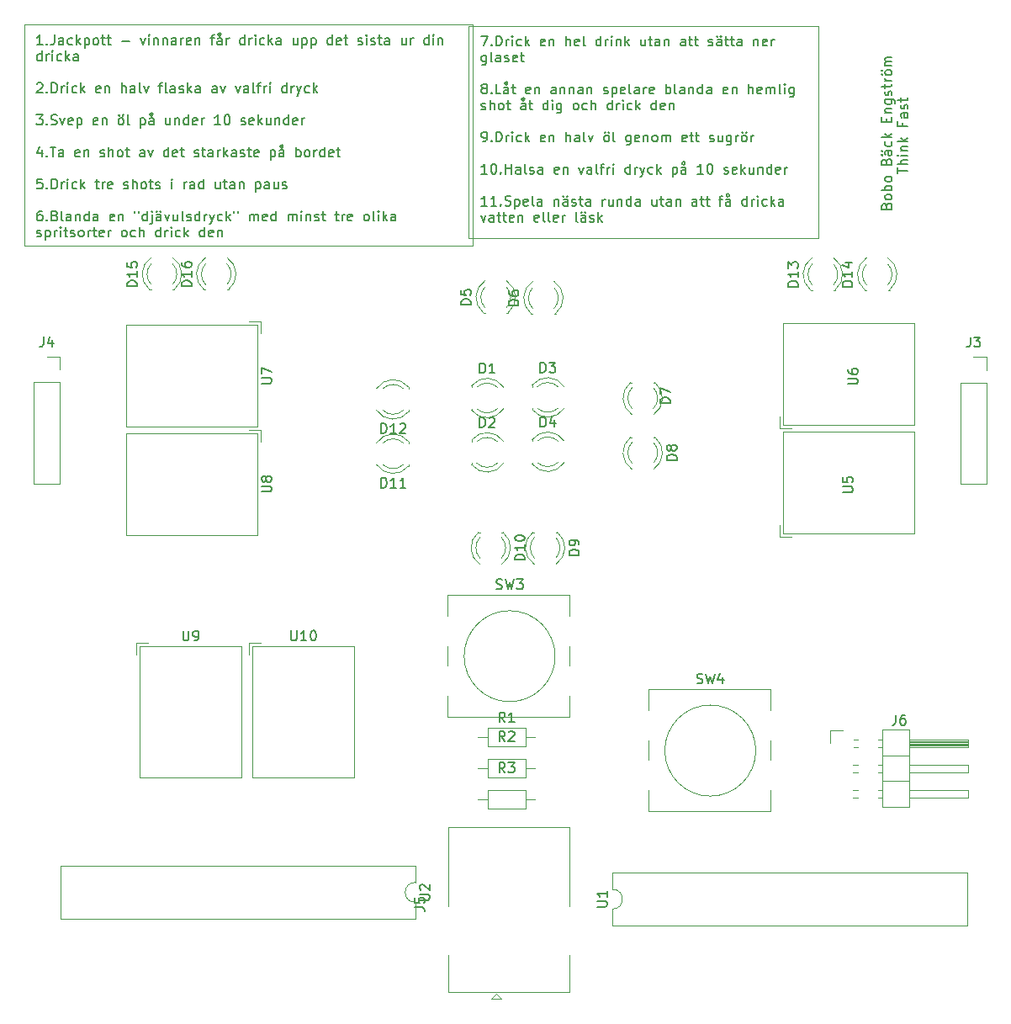
<source format=gbr>
%TF.GenerationSoftware,KiCad,Pcbnew,9.0.0*%
%TF.CreationDate,2025-02-26T11:53:00+01:00*%
%TF.ProjectId,game,67616d65-2e6b-4696-9361-645f70636258,rev?*%
%TF.SameCoordinates,Original*%
%TF.FileFunction,Legend,Top*%
%TF.FilePolarity,Positive*%
%FSLAX46Y46*%
G04 Gerber Fmt 4.6, Leading zero omitted, Abs format (unit mm)*
G04 Created by KiCad (PCBNEW 9.0.0) date 2025-02-26 11:53:00*
%MOMM*%
%LPD*%
G01*
G04 APERTURE LIST*
%ADD10C,0.150000*%
%ADD11C,0.050000*%
%ADD12C,0.120000*%
G04 APERTURE END LIST*
D10*
X187036065Y-77929887D02*
X187083684Y-77787030D01*
X187083684Y-77787030D02*
X187131303Y-77739411D01*
X187131303Y-77739411D02*
X187226541Y-77691792D01*
X187226541Y-77691792D02*
X187369398Y-77691792D01*
X187369398Y-77691792D02*
X187464636Y-77739411D01*
X187464636Y-77739411D02*
X187512256Y-77787030D01*
X187512256Y-77787030D02*
X187559875Y-77882268D01*
X187559875Y-77882268D02*
X187559875Y-78263220D01*
X187559875Y-78263220D02*
X186559875Y-78263220D01*
X186559875Y-78263220D02*
X186559875Y-77929887D01*
X186559875Y-77929887D02*
X186607494Y-77834649D01*
X186607494Y-77834649D02*
X186655113Y-77787030D01*
X186655113Y-77787030D02*
X186750351Y-77739411D01*
X186750351Y-77739411D02*
X186845589Y-77739411D01*
X186845589Y-77739411D02*
X186940827Y-77787030D01*
X186940827Y-77787030D02*
X186988446Y-77834649D01*
X186988446Y-77834649D02*
X187036065Y-77929887D01*
X187036065Y-77929887D02*
X187036065Y-78263220D01*
X187559875Y-77120363D02*
X187512256Y-77215601D01*
X187512256Y-77215601D02*
X187464636Y-77263220D01*
X187464636Y-77263220D02*
X187369398Y-77310839D01*
X187369398Y-77310839D02*
X187083684Y-77310839D01*
X187083684Y-77310839D02*
X186988446Y-77263220D01*
X186988446Y-77263220D02*
X186940827Y-77215601D01*
X186940827Y-77215601D02*
X186893208Y-77120363D01*
X186893208Y-77120363D02*
X186893208Y-76977506D01*
X186893208Y-76977506D02*
X186940827Y-76882268D01*
X186940827Y-76882268D02*
X186988446Y-76834649D01*
X186988446Y-76834649D02*
X187083684Y-76787030D01*
X187083684Y-76787030D02*
X187369398Y-76787030D01*
X187369398Y-76787030D02*
X187464636Y-76834649D01*
X187464636Y-76834649D02*
X187512256Y-76882268D01*
X187512256Y-76882268D02*
X187559875Y-76977506D01*
X187559875Y-76977506D02*
X187559875Y-77120363D01*
X187559875Y-76358458D02*
X186559875Y-76358458D01*
X186940827Y-76358458D02*
X186893208Y-76263220D01*
X186893208Y-76263220D02*
X186893208Y-76072744D01*
X186893208Y-76072744D02*
X186940827Y-75977506D01*
X186940827Y-75977506D02*
X186988446Y-75929887D01*
X186988446Y-75929887D02*
X187083684Y-75882268D01*
X187083684Y-75882268D02*
X187369398Y-75882268D01*
X187369398Y-75882268D02*
X187464636Y-75929887D01*
X187464636Y-75929887D02*
X187512256Y-75977506D01*
X187512256Y-75977506D02*
X187559875Y-76072744D01*
X187559875Y-76072744D02*
X187559875Y-76263220D01*
X187559875Y-76263220D02*
X187512256Y-76358458D01*
X187559875Y-75310839D02*
X187512256Y-75406077D01*
X187512256Y-75406077D02*
X187464636Y-75453696D01*
X187464636Y-75453696D02*
X187369398Y-75501315D01*
X187369398Y-75501315D02*
X187083684Y-75501315D01*
X187083684Y-75501315D02*
X186988446Y-75453696D01*
X186988446Y-75453696D02*
X186940827Y-75406077D01*
X186940827Y-75406077D02*
X186893208Y-75310839D01*
X186893208Y-75310839D02*
X186893208Y-75167982D01*
X186893208Y-75167982D02*
X186940827Y-75072744D01*
X186940827Y-75072744D02*
X186988446Y-75025125D01*
X186988446Y-75025125D02*
X187083684Y-74977506D01*
X187083684Y-74977506D02*
X187369398Y-74977506D01*
X187369398Y-74977506D02*
X187464636Y-75025125D01*
X187464636Y-75025125D02*
X187512256Y-75072744D01*
X187512256Y-75072744D02*
X187559875Y-75167982D01*
X187559875Y-75167982D02*
X187559875Y-75310839D01*
X187036065Y-73453696D02*
X187083684Y-73310839D01*
X187083684Y-73310839D02*
X187131303Y-73263220D01*
X187131303Y-73263220D02*
X187226541Y-73215601D01*
X187226541Y-73215601D02*
X187369398Y-73215601D01*
X187369398Y-73215601D02*
X187464636Y-73263220D01*
X187464636Y-73263220D02*
X187512256Y-73310839D01*
X187512256Y-73310839D02*
X187559875Y-73406077D01*
X187559875Y-73406077D02*
X187559875Y-73787029D01*
X187559875Y-73787029D02*
X186559875Y-73787029D01*
X186559875Y-73787029D02*
X186559875Y-73453696D01*
X186559875Y-73453696D02*
X186607494Y-73358458D01*
X186607494Y-73358458D02*
X186655113Y-73310839D01*
X186655113Y-73310839D02*
X186750351Y-73263220D01*
X186750351Y-73263220D02*
X186845589Y-73263220D01*
X186845589Y-73263220D02*
X186940827Y-73310839D01*
X186940827Y-73310839D02*
X186988446Y-73358458D01*
X186988446Y-73358458D02*
X187036065Y-73453696D01*
X187036065Y-73453696D02*
X187036065Y-73787029D01*
X187559875Y-72358458D02*
X187036065Y-72358458D01*
X187036065Y-72358458D02*
X186940827Y-72406077D01*
X186940827Y-72406077D02*
X186893208Y-72501315D01*
X186893208Y-72501315D02*
X186893208Y-72691791D01*
X186893208Y-72691791D02*
X186940827Y-72787029D01*
X187512256Y-72358458D02*
X187559875Y-72453696D01*
X187559875Y-72453696D02*
X187559875Y-72691791D01*
X187559875Y-72691791D02*
X187512256Y-72787029D01*
X187512256Y-72787029D02*
X187417017Y-72834648D01*
X187417017Y-72834648D02*
X187321779Y-72834648D01*
X187321779Y-72834648D02*
X187226541Y-72787029D01*
X187226541Y-72787029D02*
X187178922Y-72691791D01*
X187178922Y-72691791D02*
X187178922Y-72453696D01*
X187178922Y-72453696D02*
X187131303Y-72358458D01*
X186559875Y-72787029D02*
X186607494Y-72739410D01*
X186607494Y-72739410D02*
X186655113Y-72787029D01*
X186655113Y-72787029D02*
X186607494Y-72834648D01*
X186607494Y-72834648D02*
X186559875Y-72787029D01*
X186559875Y-72787029D02*
X186655113Y-72787029D01*
X186559875Y-72406077D02*
X186607494Y-72358458D01*
X186607494Y-72358458D02*
X186655113Y-72406077D01*
X186655113Y-72406077D02*
X186607494Y-72453696D01*
X186607494Y-72453696D02*
X186559875Y-72406077D01*
X186559875Y-72406077D02*
X186655113Y-72406077D01*
X187512256Y-71453696D02*
X187559875Y-71548934D01*
X187559875Y-71548934D02*
X187559875Y-71739410D01*
X187559875Y-71739410D02*
X187512256Y-71834648D01*
X187512256Y-71834648D02*
X187464636Y-71882267D01*
X187464636Y-71882267D02*
X187369398Y-71929886D01*
X187369398Y-71929886D02*
X187083684Y-71929886D01*
X187083684Y-71929886D02*
X186988446Y-71882267D01*
X186988446Y-71882267D02*
X186940827Y-71834648D01*
X186940827Y-71834648D02*
X186893208Y-71739410D01*
X186893208Y-71739410D02*
X186893208Y-71548934D01*
X186893208Y-71548934D02*
X186940827Y-71453696D01*
X187559875Y-71025124D02*
X186559875Y-71025124D01*
X187178922Y-70929886D02*
X187559875Y-70644172D01*
X186893208Y-70644172D02*
X187274160Y-71025124D01*
X187036065Y-69453695D02*
X187036065Y-69120362D01*
X187559875Y-68977505D02*
X187559875Y-69453695D01*
X187559875Y-69453695D02*
X186559875Y-69453695D01*
X186559875Y-69453695D02*
X186559875Y-68977505D01*
X186893208Y-68548933D02*
X187559875Y-68548933D01*
X186988446Y-68548933D02*
X186940827Y-68501314D01*
X186940827Y-68501314D02*
X186893208Y-68406076D01*
X186893208Y-68406076D02*
X186893208Y-68263219D01*
X186893208Y-68263219D02*
X186940827Y-68167981D01*
X186940827Y-68167981D02*
X187036065Y-68120362D01*
X187036065Y-68120362D02*
X187559875Y-68120362D01*
X186893208Y-67215600D02*
X187702732Y-67215600D01*
X187702732Y-67215600D02*
X187797970Y-67263219D01*
X187797970Y-67263219D02*
X187845589Y-67310838D01*
X187845589Y-67310838D02*
X187893208Y-67406076D01*
X187893208Y-67406076D02*
X187893208Y-67548933D01*
X187893208Y-67548933D02*
X187845589Y-67644171D01*
X187512256Y-67215600D02*
X187559875Y-67310838D01*
X187559875Y-67310838D02*
X187559875Y-67501314D01*
X187559875Y-67501314D02*
X187512256Y-67596552D01*
X187512256Y-67596552D02*
X187464636Y-67644171D01*
X187464636Y-67644171D02*
X187369398Y-67691790D01*
X187369398Y-67691790D02*
X187083684Y-67691790D01*
X187083684Y-67691790D02*
X186988446Y-67644171D01*
X186988446Y-67644171D02*
X186940827Y-67596552D01*
X186940827Y-67596552D02*
X186893208Y-67501314D01*
X186893208Y-67501314D02*
X186893208Y-67310838D01*
X186893208Y-67310838D02*
X186940827Y-67215600D01*
X187512256Y-66787028D02*
X187559875Y-66691790D01*
X187559875Y-66691790D02*
X187559875Y-66501314D01*
X187559875Y-66501314D02*
X187512256Y-66406076D01*
X187512256Y-66406076D02*
X187417017Y-66358457D01*
X187417017Y-66358457D02*
X187369398Y-66358457D01*
X187369398Y-66358457D02*
X187274160Y-66406076D01*
X187274160Y-66406076D02*
X187226541Y-66501314D01*
X187226541Y-66501314D02*
X187226541Y-66644171D01*
X187226541Y-66644171D02*
X187178922Y-66739409D01*
X187178922Y-66739409D02*
X187083684Y-66787028D01*
X187083684Y-66787028D02*
X187036065Y-66787028D01*
X187036065Y-66787028D02*
X186940827Y-66739409D01*
X186940827Y-66739409D02*
X186893208Y-66644171D01*
X186893208Y-66644171D02*
X186893208Y-66501314D01*
X186893208Y-66501314D02*
X186940827Y-66406076D01*
X186893208Y-66072742D02*
X186893208Y-65691790D01*
X186559875Y-65929885D02*
X187417017Y-65929885D01*
X187417017Y-65929885D02*
X187512256Y-65882266D01*
X187512256Y-65882266D02*
X187559875Y-65787028D01*
X187559875Y-65787028D02*
X187559875Y-65691790D01*
X187559875Y-65358456D02*
X186893208Y-65358456D01*
X187083684Y-65358456D02*
X186988446Y-65310837D01*
X186988446Y-65310837D02*
X186940827Y-65263218D01*
X186940827Y-65263218D02*
X186893208Y-65167980D01*
X186893208Y-65167980D02*
X186893208Y-65072742D01*
X187559875Y-64596551D02*
X187512256Y-64691789D01*
X187512256Y-64691789D02*
X187464636Y-64739408D01*
X187464636Y-64739408D02*
X187369398Y-64787027D01*
X187369398Y-64787027D02*
X187083684Y-64787027D01*
X187083684Y-64787027D02*
X186988446Y-64739408D01*
X186988446Y-64739408D02*
X186940827Y-64691789D01*
X186940827Y-64691789D02*
X186893208Y-64596551D01*
X186893208Y-64596551D02*
X186893208Y-64453694D01*
X186893208Y-64453694D02*
X186940827Y-64358456D01*
X186940827Y-64358456D02*
X186988446Y-64310837D01*
X186988446Y-64310837D02*
X187083684Y-64263218D01*
X187083684Y-64263218D02*
X187369398Y-64263218D01*
X187369398Y-64263218D02*
X187464636Y-64310837D01*
X187464636Y-64310837D02*
X187512256Y-64358456D01*
X187512256Y-64358456D02*
X187559875Y-64453694D01*
X187559875Y-64453694D02*
X187559875Y-64596551D01*
X186559875Y-64691789D02*
X186607494Y-64644170D01*
X186607494Y-64644170D02*
X186655113Y-64691789D01*
X186655113Y-64691789D02*
X186607494Y-64739408D01*
X186607494Y-64739408D02*
X186559875Y-64691789D01*
X186559875Y-64691789D02*
X186655113Y-64691789D01*
X186559875Y-64310837D02*
X186607494Y-64263218D01*
X186607494Y-64263218D02*
X186655113Y-64310837D01*
X186655113Y-64310837D02*
X186607494Y-64358456D01*
X186607494Y-64358456D02*
X186559875Y-64310837D01*
X186559875Y-64310837D02*
X186655113Y-64310837D01*
X187559875Y-63834646D02*
X186893208Y-63834646D01*
X186988446Y-63834646D02*
X186940827Y-63787027D01*
X186940827Y-63787027D02*
X186893208Y-63691789D01*
X186893208Y-63691789D02*
X186893208Y-63548932D01*
X186893208Y-63548932D02*
X186940827Y-63453694D01*
X186940827Y-63453694D02*
X187036065Y-63406075D01*
X187036065Y-63406075D02*
X187559875Y-63406075D01*
X187036065Y-63406075D02*
X186940827Y-63358456D01*
X186940827Y-63358456D02*
X186893208Y-63263218D01*
X186893208Y-63263218D02*
X186893208Y-63120361D01*
X186893208Y-63120361D02*
X186940827Y-63025122D01*
X186940827Y-63025122D02*
X187036065Y-62977503D01*
X187036065Y-62977503D02*
X187559875Y-62977503D01*
X188169819Y-74644173D02*
X188169819Y-74072745D01*
X189169819Y-74358459D02*
X188169819Y-74358459D01*
X189169819Y-73739411D02*
X188169819Y-73739411D01*
X189169819Y-73310840D02*
X188646009Y-73310840D01*
X188646009Y-73310840D02*
X188550771Y-73358459D01*
X188550771Y-73358459D02*
X188503152Y-73453697D01*
X188503152Y-73453697D02*
X188503152Y-73596554D01*
X188503152Y-73596554D02*
X188550771Y-73691792D01*
X188550771Y-73691792D02*
X188598390Y-73739411D01*
X189169819Y-72834649D02*
X188503152Y-72834649D01*
X188169819Y-72834649D02*
X188217438Y-72882268D01*
X188217438Y-72882268D02*
X188265057Y-72834649D01*
X188265057Y-72834649D02*
X188217438Y-72787030D01*
X188217438Y-72787030D02*
X188169819Y-72834649D01*
X188169819Y-72834649D02*
X188265057Y-72834649D01*
X188503152Y-72358459D02*
X189169819Y-72358459D01*
X188598390Y-72358459D02*
X188550771Y-72310840D01*
X188550771Y-72310840D02*
X188503152Y-72215602D01*
X188503152Y-72215602D02*
X188503152Y-72072745D01*
X188503152Y-72072745D02*
X188550771Y-71977507D01*
X188550771Y-71977507D02*
X188646009Y-71929888D01*
X188646009Y-71929888D02*
X189169819Y-71929888D01*
X189169819Y-71453697D02*
X188169819Y-71453697D01*
X188788866Y-71358459D02*
X189169819Y-71072745D01*
X188503152Y-71072745D02*
X188884104Y-71453697D01*
X188646009Y-69548935D02*
X188646009Y-69882268D01*
X189169819Y-69882268D02*
X188169819Y-69882268D01*
X188169819Y-69882268D02*
X188169819Y-69406078D01*
X189169819Y-68596554D02*
X188646009Y-68596554D01*
X188646009Y-68596554D02*
X188550771Y-68644173D01*
X188550771Y-68644173D02*
X188503152Y-68739411D01*
X188503152Y-68739411D02*
X188503152Y-68929887D01*
X188503152Y-68929887D02*
X188550771Y-69025125D01*
X189122200Y-68596554D02*
X189169819Y-68691792D01*
X189169819Y-68691792D02*
X189169819Y-68929887D01*
X189169819Y-68929887D02*
X189122200Y-69025125D01*
X189122200Y-69025125D02*
X189026961Y-69072744D01*
X189026961Y-69072744D02*
X188931723Y-69072744D01*
X188931723Y-69072744D02*
X188836485Y-69025125D01*
X188836485Y-69025125D02*
X188788866Y-68929887D01*
X188788866Y-68929887D02*
X188788866Y-68691792D01*
X188788866Y-68691792D02*
X188741247Y-68596554D01*
X189122200Y-68167982D02*
X189169819Y-68072744D01*
X189169819Y-68072744D02*
X189169819Y-67882268D01*
X189169819Y-67882268D02*
X189122200Y-67787030D01*
X189122200Y-67787030D02*
X189026961Y-67739411D01*
X189026961Y-67739411D02*
X188979342Y-67739411D01*
X188979342Y-67739411D02*
X188884104Y-67787030D01*
X188884104Y-67787030D02*
X188836485Y-67882268D01*
X188836485Y-67882268D02*
X188836485Y-68025125D01*
X188836485Y-68025125D02*
X188788866Y-68120363D01*
X188788866Y-68120363D02*
X188693628Y-68167982D01*
X188693628Y-68167982D02*
X188646009Y-68167982D01*
X188646009Y-68167982D02*
X188550771Y-68120363D01*
X188550771Y-68120363D02*
X188503152Y-68025125D01*
X188503152Y-68025125D02*
X188503152Y-67882268D01*
X188503152Y-67882268D02*
X188550771Y-67787030D01*
X188503152Y-67453696D02*
X188503152Y-67072744D01*
X188169819Y-67310839D02*
X189026961Y-67310839D01*
X189026961Y-67310839D02*
X189122200Y-67263220D01*
X189122200Y-67263220D02*
X189169819Y-67167982D01*
X189169819Y-67167982D02*
X189169819Y-67072744D01*
X146219041Y-60817319D02*
X146885707Y-60817319D01*
X146885707Y-60817319D02*
X146457136Y-61817319D01*
X147266660Y-61722080D02*
X147314279Y-61769700D01*
X147314279Y-61769700D02*
X147266660Y-61817319D01*
X147266660Y-61817319D02*
X147219041Y-61769700D01*
X147219041Y-61769700D02*
X147266660Y-61722080D01*
X147266660Y-61722080D02*
X147266660Y-61817319D01*
X147742850Y-61817319D02*
X147742850Y-60817319D01*
X147742850Y-60817319D02*
X147980945Y-60817319D01*
X147980945Y-60817319D02*
X148123802Y-60864938D01*
X148123802Y-60864938D02*
X148219040Y-60960176D01*
X148219040Y-60960176D02*
X148266659Y-61055414D01*
X148266659Y-61055414D02*
X148314278Y-61245890D01*
X148314278Y-61245890D02*
X148314278Y-61388747D01*
X148314278Y-61388747D02*
X148266659Y-61579223D01*
X148266659Y-61579223D02*
X148219040Y-61674461D01*
X148219040Y-61674461D02*
X148123802Y-61769700D01*
X148123802Y-61769700D02*
X147980945Y-61817319D01*
X147980945Y-61817319D02*
X147742850Y-61817319D01*
X148742850Y-61817319D02*
X148742850Y-61150652D01*
X148742850Y-61341128D02*
X148790469Y-61245890D01*
X148790469Y-61245890D02*
X148838088Y-61198271D01*
X148838088Y-61198271D02*
X148933326Y-61150652D01*
X148933326Y-61150652D02*
X149028564Y-61150652D01*
X149361898Y-61817319D02*
X149361898Y-61150652D01*
X149361898Y-60817319D02*
X149314279Y-60864938D01*
X149314279Y-60864938D02*
X149361898Y-60912557D01*
X149361898Y-60912557D02*
X149409517Y-60864938D01*
X149409517Y-60864938D02*
X149361898Y-60817319D01*
X149361898Y-60817319D02*
X149361898Y-60912557D01*
X150266659Y-61769700D02*
X150171421Y-61817319D01*
X150171421Y-61817319D02*
X149980945Y-61817319D01*
X149980945Y-61817319D02*
X149885707Y-61769700D01*
X149885707Y-61769700D02*
X149838088Y-61722080D01*
X149838088Y-61722080D02*
X149790469Y-61626842D01*
X149790469Y-61626842D02*
X149790469Y-61341128D01*
X149790469Y-61341128D02*
X149838088Y-61245890D01*
X149838088Y-61245890D02*
X149885707Y-61198271D01*
X149885707Y-61198271D02*
X149980945Y-61150652D01*
X149980945Y-61150652D02*
X150171421Y-61150652D01*
X150171421Y-61150652D02*
X150266659Y-61198271D01*
X150695231Y-61817319D02*
X150695231Y-60817319D01*
X150790469Y-61436366D02*
X151076183Y-61817319D01*
X151076183Y-61150652D02*
X150695231Y-61531604D01*
X152647612Y-61769700D02*
X152552374Y-61817319D01*
X152552374Y-61817319D02*
X152361898Y-61817319D01*
X152361898Y-61817319D02*
X152266660Y-61769700D01*
X152266660Y-61769700D02*
X152219041Y-61674461D01*
X152219041Y-61674461D02*
X152219041Y-61293509D01*
X152219041Y-61293509D02*
X152266660Y-61198271D01*
X152266660Y-61198271D02*
X152361898Y-61150652D01*
X152361898Y-61150652D02*
X152552374Y-61150652D01*
X152552374Y-61150652D02*
X152647612Y-61198271D01*
X152647612Y-61198271D02*
X152695231Y-61293509D01*
X152695231Y-61293509D02*
X152695231Y-61388747D01*
X152695231Y-61388747D02*
X152219041Y-61483985D01*
X153123803Y-61150652D02*
X153123803Y-61817319D01*
X153123803Y-61245890D02*
X153171422Y-61198271D01*
X153171422Y-61198271D02*
X153266660Y-61150652D01*
X153266660Y-61150652D02*
X153409517Y-61150652D01*
X153409517Y-61150652D02*
X153504755Y-61198271D01*
X153504755Y-61198271D02*
X153552374Y-61293509D01*
X153552374Y-61293509D02*
X153552374Y-61817319D01*
X154790470Y-61817319D02*
X154790470Y-60817319D01*
X155219041Y-61817319D02*
X155219041Y-61293509D01*
X155219041Y-61293509D02*
X155171422Y-61198271D01*
X155171422Y-61198271D02*
X155076184Y-61150652D01*
X155076184Y-61150652D02*
X154933327Y-61150652D01*
X154933327Y-61150652D02*
X154838089Y-61198271D01*
X154838089Y-61198271D02*
X154790470Y-61245890D01*
X156076184Y-61769700D02*
X155980946Y-61817319D01*
X155980946Y-61817319D02*
X155790470Y-61817319D01*
X155790470Y-61817319D02*
X155695232Y-61769700D01*
X155695232Y-61769700D02*
X155647613Y-61674461D01*
X155647613Y-61674461D02*
X155647613Y-61293509D01*
X155647613Y-61293509D02*
X155695232Y-61198271D01*
X155695232Y-61198271D02*
X155790470Y-61150652D01*
X155790470Y-61150652D02*
X155980946Y-61150652D01*
X155980946Y-61150652D02*
X156076184Y-61198271D01*
X156076184Y-61198271D02*
X156123803Y-61293509D01*
X156123803Y-61293509D02*
X156123803Y-61388747D01*
X156123803Y-61388747D02*
X155647613Y-61483985D01*
X156695232Y-61817319D02*
X156599994Y-61769700D01*
X156599994Y-61769700D02*
X156552375Y-61674461D01*
X156552375Y-61674461D02*
X156552375Y-60817319D01*
X158266661Y-61817319D02*
X158266661Y-60817319D01*
X158266661Y-61769700D02*
X158171423Y-61817319D01*
X158171423Y-61817319D02*
X157980947Y-61817319D01*
X157980947Y-61817319D02*
X157885709Y-61769700D01*
X157885709Y-61769700D02*
X157838090Y-61722080D01*
X157838090Y-61722080D02*
X157790471Y-61626842D01*
X157790471Y-61626842D02*
X157790471Y-61341128D01*
X157790471Y-61341128D02*
X157838090Y-61245890D01*
X157838090Y-61245890D02*
X157885709Y-61198271D01*
X157885709Y-61198271D02*
X157980947Y-61150652D01*
X157980947Y-61150652D02*
X158171423Y-61150652D01*
X158171423Y-61150652D02*
X158266661Y-61198271D01*
X158742852Y-61817319D02*
X158742852Y-61150652D01*
X158742852Y-61341128D02*
X158790471Y-61245890D01*
X158790471Y-61245890D02*
X158838090Y-61198271D01*
X158838090Y-61198271D02*
X158933328Y-61150652D01*
X158933328Y-61150652D02*
X159028566Y-61150652D01*
X159361900Y-61817319D02*
X159361900Y-61150652D01*
X159361900Y-60817319D02*
X159314281Y-60864938D01*
X159314281Y-60864938D02*
X159361900Y-60912557D01*
X159361900Y-60912557D02*
X159409519Y-60864938D01*
X159409519Y-60864938D02*
X159361900Y-60817319D01*
X159361900Y-60817319D02*
X159361900Y-60912557D01*
X159838090Y-61150652D02*
X159838090Y-61817319D01*
X159838090Y-61245890D02*
X159885709Y-61198271D01*
X159885709Y-61198271D02*
X159980947Y-61150652D01*
X159980947Y-61150652D02*
X160123804Y-61150652D01*
X160123804Y-61150652D02*
X160219042Y-61198271D01*
X160219042Y-61198271D02*
X160266661Y-61293509D01*
X160266661Y-61293509D02*
X160266661Y-61817319D01*
X160742852Y-61817319D02*
X160742852Y-60817319D01*
X160838090Y-61436366D02*
X161123804Y-61817319D01*
X161123804Y-61150652D02*
X160742852Y-61531604D01*
X162742852Y-61150652D02*
X162742852Y-61817319D01*
X162314281Y-61150652D02*
X162314281Y-61674461D01*
X162314281Y-61674461D02*
X162361900Y-61769700D01*
X162361900Y-61769700D02*
X162457138Y-61817319D01*
X162457138Y-61817319D02*
X162599995Y-61817319D01*
X162599995Y-61817319D02*
X162695233Y-61769700D01*
X162695233Y-61769700D02*
X162742852Y-61722080D01*
X163076186Y-61150652D02*
X163457138Y-61150652D01*
X163219043Y-60817319D02*
X163219043Y-61674461D01*
X163219043Y-61674461D02*
X163266662Y-61769700D01*
X163266662Y-61769700D02*
X163361900Y-61817319D01*
X163361900Y-61817319D02*
X163457138Y-61817319D01*
X164219043Y-61817319D02*
X164219043Y-61293509D01*
X164219043Y-61293509D02*
X164171424Y-61198271D01*
X164171424Y-61198271D02*
X164076186Y-61150652D01*
X164076186Y-61150652D02*
X163885710Y-61150652D01*
X163885710Y-61150652D02*
X163790472Y-61198271D01*
X164219043Y-61769700D02*
X164123805Y-61817319D01*
X164123805Y-61817319D02*
X163885710Y-61817319D01*
X163885710Y-61817319D02*
X163790472Y-61769700D01*
X163790472Y-61769700D02*
X163742853Y-61674461D01*
X163742853Y-61674461D02*
X163742853Y-61579223D01*
X163742853Y-61579223D02*
X163790472Y-61483985D01*
X163790472Y-61483985D02*
X163885710Y-61436366D01*
X163885710Y-61436366D02*
X164123805Y-61436366D01*
X164123805Y-61436366D02*
X164219043Y-61388747D01*
X164695234Y-61150652D02*
X164695234Y-61817319D01*
X164695234Y-61245890D02*
X164742853Y-61198271D01*
X164742853Y-61198271D02*
X164838091Y-61150652D01*
X164838091Y-61150652D02*
X164980948Y-61150652D01*
X164980948Y-61150652D02*
X165076186Y-61198271D01*
X165076186Y-61198271D02*
X165123805Y-61293509D01*
X165123805Y-61293509D02*
X165123805Y-61817319D01*
X166790472Y-61817319D02*
X166790472Y-61293509D01*
X166790472Y-61293509D02*
X166742853Y-61198271D01*
X166742853Y-61198271D02*
X166647615Y-61150652D01*
X166647615Y-61150652D02*
X166457139Y-61150652D01*
X166457139Y-61150652D02*
X166361901Y-61198271D01*
X166790472Y-61769700D02*
X166695234Y-61817319D01*
X166695234Y-61817319D02*
X166457139Y-61817319D01*
X166457139Y-61817319D02*
X166361901Y-61769700D01*
X166361901Y-61769700D02*
X166314282Y-61674461D01*
X166314282Y-61674461D02*
X166314282Y-61579223D01*
X166314282Y-61579223D02*
X166361901Y-61483985D01*
X166361901Y-61483985D02*
X166457139Y-61436366D01*
X166457139Y-61436366D02*
X166695234Y-61436366D01*
X166695234Y-61436366D02*
X166790472Y-61388747D01*
X167123806Y-61150652D02*
X167504758Y-61150652D01*
X167266663Y-60817319D02*
X167266663Y-61674461D01*
X167266663Y-61674461D02*
X167314282Y-61769700D01*
X167314282Y-61769700D02*
X167409520Y-61817319D01*
X167409520Y-61817319D02*
X167504758Y-61817319D01*
X167695235Y-61150652D02*
X168076187Y-61150652D01*
X167838092Y-60817319D02*
X167838092Y-61674461D01*
X167838092Y-61674461D02*
X167885711Y-61769700D01*
X167885711Y-61769700D02*
X167980949Y-61817319D01*
X167980949Y-61817319D02*
X168076187Y-61817319D01*
X169123807Y-61769700D02*
X169219045Y-61817319D01*
X169219045Y-61817319D02*
X169409521Y-61817319D01*
X169409521Y-61817319D02*
X169504759Y-61769700D01*
X169504759Y-61769700D02*
X169552378Y-61674461D01*
X169552378Y-61674461D02*
X169552378Y-61626842D01*
X169552378Y-61626842D02*
X169504759Y-61531604D01*
X169504759Y-61531604D02*
X169409521Y-61483985D01*
X169409521Y-61483985D02*
X169266664Y-61483985D01*
X169266664Y-61483985D02*
X169171426Y-61436366D01*
X169171426Y-61436366D02*
X169123807Y-61341128D01*
X169123807Y-61341128D02*
X169123807Y-61293509D01*
X169123807Y-61293509D02*
X169171426Y-61198271D01*
X169171426Y-61198271D02*
X169266664Y-61150652D01*
X169266664Y-61150652D02*
X169409521Y-61150652D01*
X169409521Y-61150652D02*
X169504759Y-61198271D01*
X170409521Y-61817319D02*
X170409521Y-61293509D01*
X170409521Y-61293509D02*
X170361902Y-61198271D01*
X170361902Y-61198271D02*
X170266664Y-61150652D01*
X170266664Y-61150652D02*
X170076188Y-61150652D01*
X170076188Y-61150652D02*
X169980950Y-61198271D01*
X170409521Y-61769700D02*
X170314283Y-61817319D01*
X170314283Y-61817319D02*
X170076188Y-61817319D01*
X170076188Y-61817319D02*
X169980950Y-61769700D01*
X169980950Y-61769700D02*
X169933331Y-61674461D01*
X169933331Y-61674461D02*
X169933331Y-61579223D01*
X169933331Y-61579223D02*
X169980950Y-61483985D01*
X169980950Y-61483985D02*
X170076188Y-61436366D01*
X170076188Y-61436366D02*
X170314283Y-61436366D01*
X170314283Y-61436366D02*
X170409521Y-61388747D01*
X169980950Y-60817319D02*
X170028569Y-60864938D01*
X170028569Y-60864938D02*
X169980950Y-60912557D01*
X169980950Y-60912557D02*
X169933331Y-60864938D01*
X169933331Y-60864938D02*
X169980950Y-60817319D01*
X169980950Y-60817319D02*
X169980950Y-60912557D01*
X170361902Y-60817319D02*
X170409521Y-60864938D01*
X170409521Y-60864938D02*
X170361902Y-60912557D01*
X170361902Y-60912557D02*
X170314283Y-60864938D01*
X170314283Y-60864938D02*
X170361902Y-60817319D01*
X170361902Y-60817319D02*
X170361902Y-60912557D01*
X170742855Y-61150652D02*
X171123807Y-61150652D01*
X170885712Y-60817319D02*
X170885712Y-61674461D01*
X170885712Y-61674461D02*
X170933331Y-61769700D01*
X170933331Y-61769700D02*
X171028569Y-61817319D01*
X171028569Y-61817319D02*
X171123807Y-61817319D01*
X171314284Y-61150652D02*
X171695236Y-61150652D01*
X171457141Y-60817319D02*
X171457141Y-61674461D01*
X171457141Y-61674461D02*
X171504760Y-61769700D01*
X171504760Y-61769700D02*
X171599998Y-61817319D01*
X171599998Y-61817319D02*
X171695236Y-61817319D01*
X172457141Y-61817319D02*
X172457141Y-61293509D01*
X172457141Y-61293509D02*
X172409522Y-61198271D01*
X172409522Y-61198271D02*
X172314284Y-61150652D01*
X172314284Y-61150652D02*
X172123808Y-61150652D01*
X172123808Y-61150652D02*
X172028570Y-61198271D01*
X172457141Y-61769700D02*
X172361903Y-61817319D01*
X172361903Y-61817319D02*
X172123808Y-61817319D01*
X172123808Y-61817319D02*
X172028570Y-61769700D01*
X172028570Y-61769700D02*
X171980951Y-61674461D01*
X171980951Y-61674461D02*
X171980951Y-61579223D01*
X171980951Y-61579223D02*
X172028570Y-61483985D01*
X172028570Y-61483985D02*
X172123808Y-61436366D01*
X172123808Y-61436366D02*
X172361903Y-61436366D01*
X172361903Y-61436366D02*
X172457141Y-61388747D01*
X173695237Y-61150652D02*
X173695237Y-61817319D01*
X173695237Y-61245890D02*
X173742856Y-61198271D01*
X173742856Y-61198271D02*
X173838094Y-61150652D01*
X173838094Y-61150652D02*
X173980951Y-61150652D01*
X173980951Y-61150652D02*
X174076189Y-61198271D01*
X174076189Y-61198271D02*
X174123808Y-61293509D01*
X174123808Y-61293509D02*
X174123808Y-61817319D01*
X174980951Y-61769700D02*
X174885713Y-61817319D01*
X174885713Y-61817319D02*
X174695237Y-61817319D01*
X174695237Y-61817319D02*
X174599999Y-61769700D01*
X174599999Y-61769700D02*
X174552380Y-61674461D01*
X174552380Y-61674461D02*
X174552380Y-61293509D01*
X174552380Y-61293509D02*
X174599999Y-61198271D01*
X174599999Y-61198271D02*
X174695237Y-61150652D01*
X174695237Y-61150652D02*
X174885713Y-61150652D01*
X174885713Y-61150652D02*
X174980951Y-61198271D01*
X174980951Y-61198271D02*
X175028570Y-61293509D01*
X175028570Y-61293509D02*
X175028570Y-61388747D01*
X175028570Y-61388747D02*
X174552380Y-61483985D01*
X175457142Y-61817319D02*
X175457142Y-61150652D01*
X175457142Y-61341128D02*
X175504761Y-61245890D01*
X175504761Y-61245890D02*
X175552380Y-61198271D01*
X175552380Y-61198271D02*
X175647618Y-61150652D01*
X175647618Y-61150652D02*
X175742856Y-61150652D01*
X146742850Y-62760596D02*
X146742850Y-63570120D01*
X146742850Y-63570120D02*
X146695231Y-63665358D01*
X146695231Y-63665358D02*
X146647612Y-63712977D01*
X146647612Y-63712977D02*
X146552374Y-63760596D01*
X146552374Y-63760596D02*
X146409517Y-63760596D01*
X146409517Y-63760596D02*
X146314279Y-63712977D01*
X146742850Y-63379644D02*
X146647612Y-63427263D01*
X146647612Y-63427263D02*
X146457136Y-63427263D01*
X146457136Y-63427263D02*
X146361898Y-63379644D01*
X146361898Y-63379644D02*
X146314279Y-63332024D01*
X146314279Y-63332024D02*
X146266660Y-63236786D01*
X146266660Y-63236786D02*
X146266660Y-62951072D01*
X146266660Y-62951072D02*
X146314279Y-62855834D01*
X146314279Y-62855834D02*
X146361898Y-62808215D01*
X146361898Y-62808215D02*
X146457136Y-62760596D01*
X146457136Y-62760596D02*
X146647612Y-62760596D01*
X146647612Y-62760596D02*
X146742850Y-62808215D01*
X147361898Y-63427263D02*
X147266660Y-63379644D01*
X147266660Y-63379644D02*
X147219041Y-63284405D01*
X147219041Y-63284405D02*
X147219041Y-62427263D01*
X148171422Y-63427263D02*
X148171422Y-62903453D01*
X148171422Y-62903453D02*
X148123803Y-62808215D01*
X148123803Y-62808215D02*
X148028565Y-62760596D01*
X148028565Y-62760596D02*
X147838089Y-62760596D01*
X147838089Y-62760596D02*
X147742851Y-62808215D01*
X148171422Y-63379644D02*
X148076184Y-63427263D01*
X148076184Y-63427263D02*
X147838089Y-63427263D01*
X147838089Y-63427263D02*
X147742851Y-63379644D01*
X147742851Y-63379644D02*
X147695232Y-63284405D01*
X147695232Y-63284405D02*
X147695232Y-63189167D01*
X147695232Y-63189167D02*
X147742851Y-63093929D01*
X147742851Y-63093929D02*
X147838089Y-63046310D01*
X147838089Y-63046310D02*
X148076184Y-63046310D01*
X148076184Y-63046310D02*
X148171422Y-62998691D01*
X148599994Y-63379644D02*
X148695232Y-63427263D01*
X148695232Y-63427263D02*
X148885708Y-63427263D01*
X148885708Y-63427263D02*
X148980946Y-63379644D01*
X148980946Y-63379644D02*
X149028565Y-63284405D01*
X149028565Y-63284405D02*
X149028565Y-63236786D01*
X149028565Y-63236786D02*
X148980946Y-63141548D01*
X148980946Y-63141548D02*
X148885708Y-63093929D01*
X148885708Y-63093929D02*
X148742851Y-63093929D01*
X148742851Y-63093929D02*
X148647613Y-63046310D01*
X148647613Y-63046310D02*
X148599994Y-62951072D01*
X148599994Y-62951072D02*
X148599994Y-62903453D01*
X148599994Y-62903453D02*
X148647613Y-62808215D01*
X148647613Y-62808215D02*
X148742851Y-62760596D01*
X148742851Y-62760596D02*
X148885708Y-62760596D01*
X148885708Y-62760596D02*
X148980946Y-62808215D01*
X149838089Y-63379644D02*
X149742851Y-63427263D01*
X149742851Y-63427263D02*
X149552375Y-63427263D01*
X149552375Y-63427263D02*
X149457137Y-63379644D01*
X149457137Y-63379644D02*
X149409518Y-63284405D01*
X149409518Y-63284405D02*
X149409518Y-62903453D01*
X149409518Y-62903453D02*
X149457137Y-62808215D01*
X149457137Y-62808215D02*
X149552375Y-62760596D01*
X149552375Y-62760596D02*
X149742851Y-62760596D01*
X149742851Y-62760596D02*
X149838089Y-62808215D01*
X149838089Y-62808215D02*
X149885708Y-62903453D01*
X149885708Y-62903453D02*
X149885708Y-62998691D01*
X149885708Y-62998691D02*
X149409518Y-63093929D01*
X150171423Y-62760596D02*
X150552375Y-62760596D01*
X150314280Y-62427263D02*
X150314280Y-63284405D01*
X150314280Y-63284405D02*
X150361899Y-63379644D01*
X150361899Y-63379644D02*
X150457137Y-63427263D01*
X150457137Y-63427263D02*
X150552375Y-63427263D01*
X146457136Y-66075722D02*
X146361898Y-66028103D01*
X146361898Y-66028103D02*
X146314279Y-65980484D01*
X146314279Y-65980484D02*
X146266660Y-65885246D01*
X146266660Y-65885246D02*
X146266660Y-65837627D01*
X146266660Y-65837627D02*
X146314279Y-65742389D01*
X146314279Y-65742389D02*
X146361898Y-65694770D01*
X146361898Y-65694770D02*
X146457136Y-65647151D01*
X146457136Y-65647151D02*
X146647612Y-65647151D01*
X146647612Y-65647151D02*
X146742850Y-65694770D01*
X146742850Y-65694770D02*
X146790469Y-65742389D01*
X146790469Y-65742389D02*
X146838088Y-65837627D01*
X146838088Y-65837627D02*
X146838088Y-65885246D01*
X146838088Y-65885246D02*
X146790469Y-65980484D01*
X146790469Y-65980484D02*
X146742850Y-66028103D01*
X146742850Y-66028103D02*
X146647612Y-66075722D01*
X146647612Y-66075722D02*
X146457136Y-66075722D01*
X146457136Y-66075722D02*
X146361898Y-66123341D01*
X146361898Y-66123341D02*
X146314279Y-66170960D01*
X146314279Y-66170960D02*
X146266660Y-66266198D01*
X146266660Y-66266198D02*
X146266660Y-66456674D01*
X146266660Y-66456674D02*
X146314279Y-66551912D01*
X146314279Y-66551912D02*
X146361898Y-66599532D01*
X146361898Y-66599532D02*
X146457136Y-66647151D01*
X146457136Y-66647151D02*
X146647612Y-66647151D01*
X146647612Y-66647151D02*
X146742850Y-66599532D01*
X146742850Y-66599532D02*
X146790469Y-66551912D01*
X146790469Y-66551912D02*
X146838088Y-66456674D01*
X146838088Y-66456674D02*
X146838088Y-66266198D01*
X146838088Y-66266198D02*
X146790469Y-66170960D01*
X146790469Y-66170960D02*
X146742850Y-66123341D01*
X146742850Y-66123341D02*
X146647612Y-66075722D01*
X147266660Y-66551912D02*
X147314279Y-66599532D01*
X147314279Y-66599532D02*
X147266660Y-66647151D01*
X147266660Y-66647151D02*
X147219041Y-66599532D01*
X147219041Y-66599532D02*
X147266660Y-66551912D01*
X147266660Y-66551912D02*
X147266660Y-66647151D01*
X148219040Y-66647151D02*
X147742850Y-66647151D01*
X147742850Y-66647151D02*
X147742850Y-65647151D01*
X148980945Y-66647151D02*
X148980945Y-66123341D01*
X148980945Y-66123341D02*
X148933326Y-66028103D01*
X148933326Y-66028103D02*
X148838088Y-65980484D01*
X148838088Y-65980484D02*
X148647612Y-65980484D01*
X148647612Y-65980484D02*
X148552374Y-66028103D01*
X148980945Y-66599532D02*
X148885707Y-66647151D01*
X148885707Y-66647151D02*
X148647612Y-66647151D01*
X148647612Y-66647151D02*
X148552374Y-66599532D01*
X148552374Y-66599532D02*
X148504755Y-66504293D01*
X148504755Y-66504293D02*
X148504755Y-66409055D01*
X148504755Y-66409055D02*
X148552374Y-66313817D01*
X148552374Y-66313817D02*
X148647612Y-66266198D01*
X148647612Y-66266198D02*
X148885707Y-66266198D01*
X148885707Y-66266198D02*
X148980945Y-66218579D01*
X148742850Y-65742389D02*
X148647612Y-65694770D01*
X148647612Y-65694770D02*
X148599993Y-65599532D01*
X148599993Y-65599532D02*
X148647612Y-65504293D01*
X148647612Y-65504293D02*
X148742850Y-65456674D01*
X148742850Y-65456674D02*
X148838088Y-65504293D01*
X148838088Y-65504293D02*
X148885707Y-65599532D01*
X148885707Y-65599532D02*
X148838088Y-65694770D01*
X148838088Y-65694770D02*
X148742850Y-65742389D01*
X149314279Y-65980484D02*
X149695231Y-65980484D01*
X149457136Y-65647151D02*
X149457136Y-66504293D01*
X149457136Y-66504293D02*
X149504755Y-66599532D01*
X149504755Y-66599532D02*
X149599993Y-66647151D01*
X149599993Y-66647151D02*
X149695231Y-66647151D01*
X151171422Y-66599532D02*
X151076184Y-66647151D01*
X151076184Y-66647151D02*
X150885708Y-66647151D01*
X150885708Y-66647151D02*
X150790470Y-66599532D01*
X150790470Y-66599532D02*
X150742851Y-66504293D01*
X150742851Y-66504293D02*
X150742851Y-66123341D01*
X150742851Y-66123341D02*
X150790470Y-66028103D01*
X150790470Y-66028103D02*
X150885708Y-65980484D01*
X150885708Y-65980484D02*
X151076184Y-65980484D01*
X151076184Y-65980484D02*
X151171422Y-66028103D01*
X151171422Y-66028103D02*
X151219041Y-66123341D01*
X151219041Y-66123341D02*
X151219041Y-66218579D01*
X151219041Y-66218579D02*
X150742851Y-66313817D01*
X151647613Y-65980484D02*
X151647613Y-66647151D01*
X151647613Y-66075722D02*
X151695232Y-66028103D01*
X151695232Y-66028103D02*
X151790470Y-65980484D01*
X151790470Y-65980484D02*
X151933327Y-65980484D01*
X151933327Y-65980484D02*
X152028565Y-66028103D01*
X152028565Y-66028103D02*
X152076184Y-66123341D01*
X152076184Y-66123341D02*
X152076184Y-66647151D01*
X153742851Y-66647151D02*
X153742851Y-66123341D01*
X153742851Y-66123341D02*
X153695232Y-66028103D01*
X153695232Y-66028103D02*
X153599994Y-65980484D01*
X153599994Y-65980484D02*
X153409518Y-65980484D01*
X153409518Y-65980484D02*
X153314280Y-66028103D01*
X153742851Y-66599532D02*
X153647613Y-66647151D01*
X153647613Y-66647151D02*
X153409518Y-66647151D01*
X153409518Y-66647151D02*
X153314280Y-66599532D01*
X153314280Y-66599532D02*
X153266661Y-66504293D01*
X153266661Y-66504293D02*
X153266661Y-66409055D01*
X153266661Y-66409055D02*
X153314280Y-66313817D01*
X153314280Y-66313817D02*
X153409518Y-66266198D01*
X153409518Y-66266198D02*
X153647613Y-66266198D01*
X153647613Y-66266198D02*
X153742851Y-66218579D01*
X154219042Y-65980484D02*
X154219042Y-66647151D01*
X154219042Y-66075722D02*
X154266661Y-66028103D01*
X154266661Y-66028103D02*
X154361899Y-65980484D01*
X154361899Y-65980484D02*
X154504756Y-65980484D01*
X154504756Y-65980484D02*
X154599994Y-66028103D01*
X154599994Y-66028103D02*
X154647613Y-66123341D01*
X154647613Y-66123341D02*
X154647613Y-66647151D01*
X155123804Y-65980484D02*
X155123804Y-66647151D01*
X155123804Y-66075722D02*
X155171423Y-66028103D01*
X155171423Y-66028103D02*
X155266661Y-65980484D01*
X155266661Y-65980484D02*
X155409518Y-65980484D01*
X155409518Y-65980484D02*
X155504756Y-66028103D01*
X155504756Y-66028103D02*
X155552375Y-66123341D01*
X155552375Y-66123341D02*
X155552375Y-66647151D01*
X156457137Y-66647151D02*
X156457137Y-66123341D01*
X156457137Y-66123341D02*
X156409518Y-66028103D01*
X156409518Y-66028103D02*
X156314280Y-65980484D01*
X156314280Y-65980484D02*
X156123804Y-65980484D01*
X156123804Y-65980484D02*
X156028566Y-66028103D01*
X156457137Y-66599532D02*
X156361899Y-66647151D01*
X156361899Y-66647151D02*
X156123804Y-66647151D01*
X156123804Y-66647151D02*
X156028566Y-66599532D01*
X156028566Y-66599532D02*
X155980947Y-66504293D01*
X155980947Y-66504293D02*
X155980947Y-66409055D01*
X155980947Y-66409055D02*
X156028566Y-66313817D01*
X156028566Y-66313817D02*
X156123804Y-66266198D01*
X156123804Y-66266198D02*
X156361899Y-66266198D01*
X156361899Y-66266198D02*
X156457137Y-66218579D01*
X156933328Y-65980484D02*
X156933328Y-66647151D01*
X156933328Y-66075722D02*
X156980947Y-66028103D01*
X156980947Y-66028103D02*
X157076185Y-65980484D01*
X157076185Y-65980484D02*
X157219042Y-65980484D01*
X157219042Y-65980484D02*
X157314280Y-66028103D01*
X157314280Y-66028103D02*
X157361899Y-66123341D01*
X157361899Y-66123341D02*
X157361899Y-66647151D01*
X158552376Y-66599532D02*
X158647614Y-66647151D01*
X158647614Y-66647151D02*
X158838090Y-66647151D01*
X158838090Y-66647151D02*
X158933328Y-66599532D01*
X158933328Y-66599532D02*
X158980947Y-66504293D01*
X158980947Y-66504293D02*
X158980947Y-66456674D01*
X158980947Y-66456674D02*
X158933328Y-66361436D01*
X158933328Y-66361436D02*
X158838090Y-66313817D01*
X158838090Y-66313817D02*
X158695233Y-66313817D01*
X158695233Y-66313817D02*
X158599995Y-66266198D01*
X158599995Y-66266198D02*
X158552376Y-66170960D01*
X158552376Y-66170960D02*
X158552376Y-66123341D01*
X158552376Y-66123341D02*
X158599995Y-66028103D01*
X158599995Y-66028103D02*
X158695233Y-65980484D01*
X158695233Y-65980484D02*
X158838090Y-65980484D01*
X158838090Y-65980484D02*
X158933328Y-66028103D01*
X159409519Y-65980484D02*
X159409519Y-66980484D01*
X159409519Y-66028103D02*
X159504757Y-65980484D01*
X159504757Y-65980484D02*
X159695233Y-65980484D01*
X159695233Y-65980484D02*
X159790471Y-66028103D01*
X159790471Y-66028103D02*
X159838090Y-66075722D01*
X159838090Y-66075722D02*
X159885709Y-66170960D01*
X159885709Y-66170960D02*
X159885709Y-66456674D01*
X159885709Y-66456674D02*
X159838090Y-66551912D01*
X159838090Y-66551912D02*
X159790471Y-66599532D01*
X159790471Y-66599532D02*
X159695233Y-66647151D01*
X159695233Y-66647151D02*
X159504757Y-66647151D01*
X159504757Y-66647151D02*
X159409519Y-66599532D01*
X160695233Y-66599532D02*
X160599995Y-66647151D01*
X160599995Y-66647151D02*
X160409519Y-66647151D01*
X160409519Y-66647151D02*
X160314281Y-66599532D01*
X160314281Y-66599532D02*
X160266662Y-66504293D01*
X160266662Y-66504293D02*
X160266662Y-66123341D01*
X160266662Y-66123341D02*
X160314281Y-66028103D01*
X160314281Y-66028103D02*
X160409519Y-65980484D01*
X160409519Y-65980484D02*
X160599995Y-65980484D01*
X160599995Y-65980484D02*
X160695233Y-66028103D01*
X160695233Y-66028103D02*
X160742852Y-66123341D01*
X160742852Y-66123341D02*
X160742852Y-66218579D01*
X160742852Y-66218579D02*
X160266662Y-66313817D01*
X161314281Y-66647151D02*
X161219043Y-66599532D01*
X161219043Y-66599532D02*
X161171424Y-66504293D01*
X161171424Y-66504293D02*
X161171424Y-65647151D01*
X162123805Y-66647151D02*
X162123805Y-66123341D01*
X162123805Y-66123341D02*
X162076186Y-66028103D01*
X162076186Y-66028103D02*
X161980948Y-65980484D01*
X161980948Y-65980484D02*
X161790472Y-65980484D01*
X161790472Y-65980484D02*
X161695234Y-66028103D01*
X162123805Y-66599532D02*
X162028567Y-66647151D01*
X162028567Y-66647151D02*
X161790472Y-66647151D01*
X161790472Y-66647151D02*
X161695234Y-66599532D01*
X161695234Y-66599532D02*
X161647615Y-66504293D01*
X161647615Y-66504293D02*
X161647615Y-66409055D01*
X161647615Y-66409055D02*
X161695234Y-66313817D01*
X161695234Y-66313817D02*
X161790472Y-66266198D01*
X161790472Y-66266198D02*
X162028567Y-66266198D01*
X162028567Y-66266198D02*
X162123805Y-66218579D01*
X162599996Y-66647151D02*
X162599996Y-65980484D01*
X162599996Y-66170960D02*
X162647615Y-66075722D01*
X162647615Y-66075722D02*
X162695234Y-66028103D01*
X162695234Y-66028103D02*
X162790472Y-65980484D01*
X162790472Y-65980484D02*
X162885710Y-65980484D01*
X163599996Y-66599532D02*
X163504758Y-66647151D01*
X163504758Y-66647151D02*
X163314282Y-66647151D01*
X163314282Y-66647151D02*
X163219044Y-66599532D01*
X163219044Y-66599532D02*
X163171425Y-66504293D01*
X163171425Y-66504293D02*
X163171425Y-66123341D01*
X163171425Y-66123341D02*
X163219044Y-66028103D01*
X163219044Y-66028103D02*
X163314282Y-65980484D01*
X163314282Y-65980484D02*
X163504758Y-65980484D01*
X163504758Y-65980484D02*
X163599996Y-66028103D01*
X163599996Y-66028103D02*
X163647615Y-66123341D01*
X163647615Y-66123341D02*
X163647615Y-66218579D01*
X163647615Y-66218579D02*
X163171425Y-66313817D01*
X164838092Y-66647151D02*
X164838092Y-65647151D01*
X164838092Y-66028103D02*
X164933330Y-65980484D01*
X164933330Y-65980484D02*
X165123806Y-65980484D01*
X165123806Y-65980484D02*
X165219044Y-66028103D01*
X165219044Y-66028103D02*
X165266663Y-66075722D01*
X165266663Y-66075722D02*
X165314282Y-66170960D01*
X165314282Y-66170960D02*
X165314282Y-66456674D01*
X165314282Y-66456674D02*
X165266663Y-66551912D01*
X165266663Y-66551912D02*
X165219044Y-66599532D01*
X165219044Y-66599532D02*
X165123806Y-66647151D01*
X165123806Y-66647151D02*
X164933330Y-66647151D01*
X164933330Y-66647151D02*
X164838092Y-66599532D01*
X165885711Y-66647151D02*
X165790473Y-66599532D01*
X165790473Y-66599532D02*
X165742854Y-66504293D01*
X165742854Y-66504293D02*
X165742854Y-65647151D01*
X166695235Y-66647151D02*
X166695235Y-66123341D01*
X166695235Y-66123341D02*
X166647616Y-66028103D01*
X166647616Y-66028103D02*
X166552378Y-65980484D01*
X166552378Y-65980484D02*
X166361902Y-65980484D01*
X166361902Y-65980484D02*
X166266664Y-66028103D01*
X166695235Y-66599532D02*
X166599997Y-66647151D01*
X166599997Y-66647151D02*
X166361902Y-66647151D01*
X166361902Y-66647151D02*
X166266664Y-66599532D01*
X166266664Y-66599532D02*
X166219045Y-66504293D01*
X166219045Y-66504293D02*
X166219045Y-66409055D01*
X166219045Y-66409055D02*
X166266664Y-66313817D01*
X166266664Y-66313817D02*
X166361902Y-66266198D01*
X166361902Y-66266198D02*
X166599997Y-66266198D01*
X166599997Y-66266198D02*
X166695235Y-66218579D01*
X167171426Y-65980484D02*
X167171426Y-66647151D01*
X167171426Y-66075722D02*
X167219045Y-66028103D01*
X167219045Y-66028103D02*
X167314283Y-65980484D01*
X167314283Y-65980484D02*
X167457140Y-65980484D01*
X167457140Y-65980484D02*
X167552378Y-66028103D01*
X167552378Y-66028103D02*
X167599997Y-66123341D01*
X167599997Y-66123341D02*
X167599997Y-66647151D01*
X168504759Y-66647151D02*
X168504759Y-65647151D01*
X168504759Y-66599532D02*
X168409521Y-66647151D01*
X168409521Y-66647151D02*
X168219045Y-66647151D01*
X168219045Y-66647151D02*
X168123807Y-66599532D01*
X168123807Y-66599532D02*
X168076188Y-66551912D01*
X168076188Y-66551912D02*
X168028569Y-66456674D01*
X168028569Y-66456674D02*
X168028569Y-66170960D01*
X168028569Y-66170960D02*
X168076188Y-66075722D01*
X168076188Y-66075722D02*
X168123807Y-66028103D01*
X168123807Y-66028103D02*
X168219045Y-65980484D01*
X168219045Y-65980484D02*
X168409521Y-65980484D01*
X168409521Y-65980484D02*
X168504759Y-66028103D01*
X169409521Y-66647151D02*
X169409521Y-66123341D01*
X169409521Y-66123341D02*
X169361902Y-66028103D01*
X169361902Y-66028103D02*
X169266664Y-65980484D01*
X169266664Y-65980484D02*
X169076188Y-65980484D01*
X169076188Y-65980484D02*
X168980950Y-66028103D01*
X169409521Y-66599532D02*
X169314283Y-66647151D01*
X169314283Y-66647151D02*
X169076188Y-66647151D01*
X169076188Y-66647151D02*
X168980950Y-66599532D01*
X168980950Y-66599532D02*
X168933331Y-66504293D01*
X168933331Y-66504293D02*
X168933331Y-66409055D01*
X168933331Y-66409055D02*
X168980950Y-66313817D01*
X168980950Y-66313817D02*
X169076188Y-66266198D01*
X169076188Y-66266198D02*
X169314283Y-66266198D01*
X169314283Y-66266198D02*
X169409521Y-66218579D01*
X171028569Y-66599532D02*
X170933331Y-66647151D01*
X170933331Y-66647151D02*
X170742855Y-66647151D01*
X170742855Y-66647151D02*
X170647617Y-66599532D01*
X170647617Y-66599532D02*
X170599998Y-66504293D01*
X170599998Y-66504293D02*
X170599998Y-66123341D01*
X170599998Y-66123341D02*
X170647617Y-66028103D01*
X170647617Y-66028103D02*
X170742855Y-65980484D01*
X170742855Y-65980484D02*
X170933331Y-65980484D01*
X170933331Y-65980484D02*
X171028569Y-66028103D01*
X171028569Y-66028103D02*
X171076188Y-66123341D01*
X171076188Y-66123341D02*
X171076188Y-66218579D01*
X171076188Y-66218579D02*
X170599998Y-66313817D01*
X171504760Y-65980484D02*
X171504760Y-66647151D01*
X171504760Y-66075722D02*
X171552379Y-66028103D01*
X171552379Y-66028103D02*
X171647617Y-65980484D01*
X171647617Y-65980484D02*
X171790474Y-65980484D01*
X171790474Y-65980484D02*
X171885712Y-66028103D01*
X171885712Y-66028103D02*
X171933331Y-66123341D01*
X171933331Y-66123341D02*
X171933331Y-66647151D01*
X173171427Y-66647151D02*
X173171427Y-65647151D01*
X173599998Y-66647151D02*
X173599998Y-66123341D01*
X173599998Y-66123341D02*
X173552379Y-66028103D01*
X173552379Y-66028103D02*
X173457141Y-65980484D01*
X173457141Y-65980484D02*
X173314284Y-65980484D01*
X173314284Y-65980484D02*
X173219046Y-66028103D01*
X173219046Y-66028103D02*
X173171427Y-66075722D01*
X174457141Y-66599532D02*
X174361903Y-66647151D01*
X174361903Y-66647151D02*
X174171427Y-66647151D01*
X174171427Y-66647151D02*
X174076189Y-66599532D01*
X174076189Y-66599532D02*
X174028570Y-66504293D01*
X174028570Y-66504293D02*
X174028570Y-66123341D01*
X174028570Y-66123341D02*
X174076189Y-66028103D01*
X174076189Y-66028103D02*
X174171427Y-65980484D01*
X174171427Y-65980484D02*
X174361903Y-65980484D01*
X174361903Y-65980484D02*
X174457141Y-66028103D01*
X174457141Y-66028103D02*
X174504760Y-66123341D01*
X174504760Y-66123341D02*
X174504760Y-66218579D01*
X174504760Y-66218579D02*
X174028570Y-66313817D01*
X174933332Y-66647151D02*
X174933332Y-65980484D01*
X174933332Y-66075722D02*
X174980951Y-66028103D01*
X174980951Y-66028103D02*
X175076189Y-65980484D01*
X175076189Y-65980484D02*
X175219046Y-65980484D01*
X175219046Y-65980484D02*
X175314284Y-66028103D01*
X175314284Y-66028103D02*
X175361903Y-66123341D01*
X175361903Y-66123341D02*
X175361903Y-66647151D01*
X175361903Y-66123341D02*
X175409522Y-66028103D01*
X175409522Y-66028103D02*
X175504760Y-65980484D01*
X175504760Y-65980484D02*
X175647617Y-65980484D01*
X175647617Y-65980484D02*
X175742856Y-66028103D01*
X175742856Y-66028103D02*
X175790475Y-66123341D01*
X175790475Y-66123341D02*
X175790475Y-66647151D01*
X176409522Y-66647151D02*
X176314284Y-66599532D01*
X176314284Y-66599532D02*
X176266665Y-66504293D01*
X176266665Y-66504293D02*
X176266665Y-65647151D01*
X176790475Y-66647151D02*
X176790475Y-65980484D01*
X176790475Y-65647151D02*
X176742856Y-65694770D01*
X176742856Y-65694770D02*
X176790475Y-65742389D01*
X176790475Y-65742389D02*
X176838094Y-65694770D01*
X176838094Y-65694770D02*
X176790475Y-65647151D01*
X176790475Y-65647151D02*
X176790475Y-65742389D01*
X177695236Y-65980484D02*
X177695236Y-66790008D01*
X177695236Y-66790008D02*
X177647617Y-66885246D01*
X177647617Y-66885246D02*
X177599998Y-66932865D01*
X177599998Y-66932865D02*
X177504760Y-66980484D01*
X177504760Y-66980484D02*
X177361903Y-66980484D01*
X177361903Y-66980484D02*
X177266665Y-66932865D01*
X177695236Y-66599532D02*
X177599998Y-66647151D01*
X177599998Y-66647151D02*
X177409522Y-66647151D01*
X177409522Y-66647151D02*
X177314284Y-66599532D01*
X177314284Y-66599532D02*
X177266665Y-66551912D01*
X177266665Y-66551912D02*
X177219046Y-66456674D01*
X177219046Y-66456674D02*
X177219046Y-66170960D01*
X177219046Y-66170960D02*
X177266665Y-66075722D01*
X177266665Y-66075722D02*
X177314284Y-66028103D01*
X177314284Y-66028103D02*
X177409522Y-65980484D01*
X177409522Y-65980484D02*
X177599998Y-65980484D01*
X177599998Y-65980484D02*
X177695236Y-66028103D01*
X146266660Y-68209476D02*
X146361898Y-68257095D01*
X146361898Y-68257095D02*
X146552374Y-68257095D01*
X146552374Y-68257095D02*
X146647612Y-68209476D01*
X146647612Y-68209476D02*
X146695231Y-68114237D01*
X146695231Y-68114237D02*
X146695231Y-68066618D01*
X146695231Y-68066618D02*
X146647612Y-67971380D01*
X146647612Y-67971380D02*
X146552374Y-67923761D01*
X146552374Y-67923761D02*
X146409517Y-67923761D01*
X146409517Y-67923761D02*
X146314279Y-67876142D01*
X146314279Y-67876142D02*
X146266660Y-67780904D01*
X146266660Y-67780904D02*
X146266660Y-67733285D01*
X146266660Y-67733285D02*
X146314279Y-67638047D01*
X146314279Y-67638047D02*
X146409517Y-67590428D01*
X146409517Y-67590428D02*
X146552374Y-67590428D01*
X146552374Y-67590428D02*
X146647612Y-67638047D01*
X147123803Y-68257095D02*
X147123803Y-67257095D01*
X147552374Y-68257095D02*
X147552374Y-67733285D01*
X147552374Y-67733285D02*
X147504755Y-67638047D01*
X147504755Y-67638047D02*
X147409517Y-67590428D01*
X147409517Y-67590428D02*
X147266660Y-67590428D01*
X147266660Y-67590428D02*
X147171422Y-67638047D01*
X147171422Y-67638047D02*
X147123803Y-67685666D01*
X148171422Y-68257095D02*
X148076184Y-68209476D01*
X148076184Y-68209476D02*
X148028565Y-68161856D01*
X148028565Y-68161856D02*
X147980946Y-68066618D01*
X147980946Y-68066618D02*
X147980946Y-67780904D01*
X147980946Y-67780904D02*
X148028565Y-67685666D01*
X148028565Y-67685666D02*
X148076184Y-67638047D01*
X148076184Y-67638047D02*
X148171422Y-67590428D01*
X148171422Y-67590428D02*
X148314279Y-67590428D01*
X148314279Y-67590428D02*
X148409517Y-67638047D01*
X148409517Y-67638047D02*
X148457136Y-67685666D01*
X148457136Y-67685666D02*
X148504755Y-67780904D01*
X148504755Y-67780904D02*
X148504755Y-68066618D01*
X148504755Y-68066618D02*
X148457136Y-68161856D01*
X148457136Y-68161856D02*
X148409517Y-68209476D01*
X148409517Y-68209476D02*
X148314279Y-68257095D01*
X148314279Y-68257095D02*
X148171422Y-68257095D01*
X148790470Y-67590428D02*
X149171422Y-67590428D01*
X148933327Y-67257095D02*
X148933327Y-68114237D01*
X148933327Y-68114237D02*
X148980946Y-68209476D01*
X148980946Y-68209476D02*
X149076184Y-68257095D01*
X149076184Y-68257095D02*
X149171422Y-68257095D01*
X150695232Y-68257095D02*
X150695232Y-67733285D01*
X150695232Y-67733285D02*
X150647613Y-67638047D01*
X150647613Y-67638047D02*
X150552375Y-67590428D01*
X150552375Y-67590428D02*
X150361899Y-67590428D01*
X150361899Y-67590428D02*
X150266661Y-67638047D01*
X150695232Y-68209476D02*
X150599994Y-68257095D01*
X150599994Y-68257095D02*
X150361899Y-68257095D01*
X150361899Y-68257095D02*
X150266661Y-68209476D01*
X150266661Y-68209476D02*
X150219042Y-68114237D01*
X150219042Y-68114237D02*
X150219042Y-68018999D01*
X150219042Y-68018999D02*
X150266661Y-67923761D01*
X150266661Y-67923761D02*
X150361899Y-67876142D01*
X150361899Y-67876142D02*
X150599994Y-67876142D01*
X150599994Y-67876142D02*
X150695232Y-67828523D01*
X150457137Y-67352333D02*
X150361899Y-67304714D01*
X150361899Y-67304714D02*
X150314280Y-67209476D01*
X150314280Y-67209476D02*
X150361899Y-67114237D01*
X150361899Y-67114237D02*
X150457137Y-67066618D01*
X150457137Y-67066618D02*
X150552375Y-67114237D01*
X150552375Y-67114237D02*
X150599994Y-67209476D01*
X150599994Y-67209476D02*
X150552375Y-67304714D01*
X150552375Y-67304714D02*
X150457137Y-67352333D01*
X151028566Y-67590428D02*
X151409518Y-67590428D01*
X151171423Y-67257095D02*
X151171423Y-68114237D01*
X151171423Y-68114237D02*
X151219042Y-68209476D01*
X151219042Y-68209476D02*
X151314280Y-68257095D01*
X151314280Y-68257095D02*
X151409518Y-68257095D01*
X152933328Y-68257095D02*
X152933328Y-67257095D01*
X152933328Y-68209476D02*
X152838090Y-68257095D01*
X152838090Y-68257095D02*
X152647614Y-68257095D01*
X152647614Y-68257095D02*
X152552376Y-68209476D01*
X152552376Y-68209476D02*
X152504757Y-68161856D01*
X152504757Y-68161856D02*
X152457138Y-68066618D01*
X152457138Y-68066618D02*
X152457138Y-67780904D01*
X152457138Y-67780904D02*
X152504757Y-67685666D01*
X152504757Y-67685666D02*
X152552376Y-67638047D01*
X152552376Y-67638047D02*
X152647614Y-67590428D01*
X152647614Y-67590428D02*
X152838090Y-67590428D01*
X152838090Y-67590428D02*
X152933328Y-67638047D01*
X153409519Y-68257095D02*
X153409519Y-67590428D01*
X153409519Y-67257095D02*
X153361900Y-67304714D01*
X153361900Y-67304714D02*
X153409519Y-67352333D01*
X153409519Y-67352333D02*
X153457138Y-67304714D01*
X153457138Y-67304714D02*
X153409519Y-67257095D01*
X153409519Y-67257095D02*
X153409519Y-67352333D01*
X154314280Y-67590428D02*
X154314280Y-68399952D01*
X154314280Y-68399952D02*
X154266661Y-68495190D01*
X154266661Y-68495190D02*
X154219042Y-68542809D01*
X154219042Y-68542809D02*
X154123804Y-68590428D01*
X154123804Y-68590428D02*
X153980947Y-68590428D01*
X153980947Y-68590428D02*
X153885709Y-68542809D01*
X154314280Y-68209476D02*
X154219042Y-68257095D01*
X154219042Y-68257095D02*
X154028566Y-68257095D01*
X154028566Y-68257095D02*
X153933328Y-68209476D01*
X153933328Y-68209476D02*
X153885709Y-68161856D01*
X153885709Y-68161856D02*
X153838090Y-68066618D01*
X153838090Y-68066618D02*
X153838090Y-67780904D01*
X153838090Y-67780904D02*
X153885709Y-67685666D01*
X153885709Y-67685666D02*
X153933328Y-67638047D01*
X153933328Y-67638047D02*
X154028566Y-67590428D01*
X154028566Y-67590428D02*
X154219042Y-67590428D01*
X154219042Y-67590428D02*
X154314280Y-67638047D01*
X155695233Y-68257095D02*
X155599995Y-68209476D01*
X155599995Y-68209476D02*
X155552376Y-68161856D01*
X155552376Y-68161856D02*
X155504757Y-68066618D01*
X155504757Y-68066618D02*
X155504757Y-67780904D01*
X155504757Y-67780904D02*
X155552376Y-67685666D01*
X155552376Y-67685666D02*
X155599995Y-67638047D01*
X155599995Y-67638047D02*
X155695233Y-67590428D01*
X155695233Y-67590428D02*
X155838090Y-67590428D01*
X155838090Y-67590428D02*
X155933328Y-67638047D01*
X155933328Y-67638047D02*
X155980947Y-67685666D01*
X155980947Y-67685666D02*
X156028566Y-67780904D01*
X156028566Y-67780904D02*
X156028566Y-68066618D01*
X156028566Y-68066618D02*
X155980947Y-68161856D01*
X155980947Y-68161856D02*
X155933328Y-68209476D01*
X155933328Y-68209476D02*
X155838090Y-68257095D01*
X155838090Y-68257095D02*
X155695233Y-68257095D01*
X156885709Y-68209476D02*
X156790471Y-68257095D01*
X156790471Y-68257095D02*
X156599995Y-68257095D01*
X156599995Y-68257095D02*
X156504757Y-68209476D01*
X156504757Y-68209476D02*
X156457138Y-68161856D01*
X156457138Y-68161856D02*
X156409519Y-68066618D01*
X156409519Y-68066618D02*
X156409519Y-67780904D01*
X156409519Y-67780904D02*
X156457138Y-67685666D01*
X156457138Y-67685666D02*
X156504757Y-67638047D01*
X156504757Y-67638047D02*
X156599995Y-67590428D01*
X156599995Y-67590428D02*
X156790471Y-67590428D01*
X156790471Y-67590428D02*
X156885709Y-67638047D01*
X157314281Y-68257095D02*
X157314281Y-67257095D01*
X157742852Y-68257095D02*
X157742852Y-67733285D01*
X157742852Y-67733285D02*
X157695233Y-67638047D01*
X157695233Y-67638047D02*
X157599995Y-67590428D01*
X157599995Y-67590428D02*
X157457138Y-67590428D01*
X157457138Y-67590428D02*
X157361900Y-67638047D01*
X157361900Y-67638047D02*
X157314281Y-67685666D01*
X159409519Y-68257095D02*
X159409519Y-67257095D01*
X159409519Y-68209476D02*
X159314281Y-68257095D01*
X159314281Y-68257095D02*
X159123805Y-68257095D01*
X159123805Y-68257095D02*
X159028567Y-68209476D01*
X159028567Y-68209476D02*
X158980948Y-68161856D01*
X158980948Y-68161856D02*
X158933329Y-68066618D01*
X158933329Y-68066618D02*
X158933329Y-67780904D01*
X158933329Y-67780904D02*
X158980948Y-67685666D01*
X158980948Y-67685666D02*
X159028567Y-67638047D01*
X159028567Y-67638047D02*
X159123805Y-67590428D01*
X159123805Y-67590428D02*
X159314281Y-67590428D01*
X159314281Y-67590428D02*
X159409519Y-67638047D01*
X159885710Y-68257095D02*
X159885710Y-67590428D01*
X159885710Y-67780904D02*
X159933329Y-67685666D01*
X159933329Y-67685666D02*
X159980948Y-67638047D01*
X159980948Y-67638047D02*
X160076186Y-67590428D01*
X160076186Y-67590428D02*
X160171424Y-67590428D01*
X160504758Y-68257095D02*
X160504758Y-67590428D01*
X160504758Y-67257095D02*
X160457139Y-67304714D01*
X160457139Y-67304714D02*
X160504758Y-67352333D01*
X160504758Y-67352333D02*
X160552377Y-67304714D01*
X160552377Y-67304714D02*
X160504758Y-67257095D01*
X160504758Y-67257095D02*
X160504758Y-67352333D01*
X161409519Y-68209476D02*
X161314281Y-68257095D01*
X161314281Y-68257095D02*
X161123805Y-68257095D01*
X161123805Y-68257095D02*
X161028567Y-68209476D01*
X161028567Y-68209476D02*
X160980948Y-68161856D01*
X160980948Y-68161856D02*
X160933329Y-68066618D01*
X160933329Y-68066618D02*
X160933329Y-67780904D01*
X160933329Y-67780904D02*
X160980948Y-67685666D01*
X160980948Y-67685666D02*
X161028567Y-67638047D01*
X161028567Y-67638047D02*
X161123805Y-67590428D01*
X161123805Y-67590428D02*
X161314281Y-67590428D01*
X161314281Y-67590428D02*
X161409519Y-67638047D01*
X161838091Y-68257095D02*
X161838091Y-67257095D01*
X161933329Y-67876142D02*
X162219043Y-68257095D01*
X162219043Y-67590428D02*
X161838091Y-67971380D01*
X163838091Y-68257095D02*
X163838091Y-67257095D01*
X163838091Y-68209476D02*
X163742853Y-68257095D01*
X163742853Y-68257095D02*
X163552377Y-68257095D01*
X163552377Y-68257095D02*
X163457139Y-68209476D01*
X163457139Y-68209476D02*
X163409520Y-68161856D01*
X163409520Y-68161856D02*
X163361901Y-68066618D01*
X163361901Y-68066618D02*
X163361901Y-67780904D01*
X163361901Y-67780904D02*
X163409520Y-67685666D01*
X163409520Y-67685666D02*
X163457139Y-67638047D01*
X163457139Y-67638047D02*
X163552377Y-67590428D01*
X163552377Y-67590428D02*
X163742853Y-67590428D01*
X163742853Y-67590428D02*
X163838091Y-67638047D01*
X164695234Y-68209476D02*
X164599996Y-68257095D01*
X164599996Y-68257095D02*
X164409520Y-68257095D01*
X164409520Y-68257095D02*
X164314282Y-68209476D01*
X164314282Y-68209476D02*
X164266663Y-68114237D01*
X164266663Y-68114237D02*
X164266663Y-67733285D01*
X164266663Y-67733285D02*
X164314282Y-67638047D01*
X164314282Y-67638047D02*
X164409520Y-67590428D01*
X164409520Y-67590428D02*
X164599996Y-67590428D01*
X164599996Y-67590428D02*
X164695234Y-67638047D01*
X164695234Y-67638047D02*
X164742853Y-67733285D01*
X164742853Y-67733285D02*
X164742853Y-67828523D01*
X164742853Y-67828523D02*
X164266663Y-67923761D01*
X165171425Y-67590428D02*
X165171425Y-68257095D01*
X165171425Y-67685666D02*
X165219044Y-67638047D01*
X165219044Y-67638047D02*
X165314282Y-67590428D01*
X165314282Y-67590428D02*
X165457139Y-67590428D01*
X165457139Y-67590428D02*
X165552377Y-67638047D01*
X165552377Y-67638047D02*
X165599996Y-67733285D01*
X165599996Y-67733285D02*
X165599996Y-68257095D01*
X146361898Y-71476983D02*
X146552374Y-71476983D01*
X146552374Y-71476983D02*
X146647612Y-71429364D01*
X146647612Y-71429364D02*
X146695231Y-71381744D01*
X146695231Y-71381744D02*
X146790469Y-71238887D01*
X146790469Y-71238887D02*
X146838088Y-71048411D01*
X146838088Y-71048411D02*
X146838088Y-70667459D01*
X146838088Y-70667459D02*
X146790469Y-70572221D01*
X146790469Y-70572221D02*
X146742850Y-70524602D01*
X146742850Y-70524602D02*
X146647612Y-70476983D01*
X146647612Y-70476983D02*
X146457136Y-70476983D01*
X146457136Y-70476983D02*
X146361898Y-70524602D01*
X146361898Y-70524602D02*
X146314279Y-70572221D01*
X146314279Y-70572221D02*
X146266660Y-70667459D01*
X146266660Y-70667459D02*
X146266660Y-70905554D01*
X146266660Y-70905554D02*
X146314279Y-71000792D01*
X146314279Y-71000792D02*
X146361898Y-71048411D01*
X146361898Y-71048411D02*
X146457136Y-71096030D01*
X146457136Y-71096030D02*
X146647612Y-71096030D01*
X146647612Y-71096030D02*
X146742850Y-71048411D01*
X146742850Y-71048411D02*
X146790469Y-71000792D01*
X146790469Y-71000792D02*
X146838088Y-70905554D01*
X147266660Y-71381744D02*
X147314279Y-71429364D01*
X147314279Y-71429364D02*
X147266660Y-71476983D01*
X147266660Y-71476983D02*
X147219041Y-71429364D01*
X147219041Y-71429364D02*
X147266660Y-71381744D01*
X147266660Y-71381744D02*
X147266660Y-71476983D01*
X147742850Y-71476983D02*
X147742850Y-70476983D01*
X147742850Y-70476983D02*
X147980945Y-70476983D01*
X147980945Y-70476983D02*
X148123802Y-70524602D01*
X148123802Y-70524602D02*
X148219040Y-70619840D01*
X148219040Y-70619840D02*
X148266659Y-70715078D01*
X148266659Y-70715078D02*
X148314278Y-70905554D01*
X148314278Y-70905554D02*
X148314278Y-71048411D01*
X148314278Y-71048411D02*
X148266659Y-71238887D01*
X148266659Y-71238887D02*
X148219040Y-71334125D01*
X148219040Y-71334125D02*
X148123802Y-71429364D01*
X148123802Y-71429364D02*
X147980945Y-71476983D01*
X147980945Y-71476983D02*
X147742850Y-71476983D01*
X148742850Y-71476983D02*
X148742850Y-70810316D01*
X148742850Y-71000792D02*
X148790469Y-70905554D01*
X148790469Y-70905554D02*
X148838088Y-70857935D01*
X148838088Y-70857935D02*
X148933326Y-70810316D01*
X148933326Y-70810316D02*
X149028564Y-70810316D01*
X149361898Y-71476983D02*
X149361898Y-70810316D01*
X149361898Y-70476983D02*
X149314279Y-70524602D01*
X149314279Y-70524602D02*
X149361898Y-70572221D01*
X149361898Y-70572221D02*
X149409517Y-70524602D01*
X149409517Y-70524602D02*
X149361898Y-70476983D01*
X149361898Y-70476983D02*
X149361898Y-70572221D01*
X150266659Y-71429364D02*
X150171421Y-71476983D01*
X150171421Y-71476983D02*
X149980945Y-71476983D01*
X149980945Y-71476983D02*
X149885707Y-71429364D01*
X149885707Y-71429364D02*
X149838088Y-71381744D01*
X149838088Y-71381744D02*
X149790469Y-71286506D01*
X149790469Y-71286506D02*
X149790469Y-71000792D01*
X149790469Y-71000792D02*
X149838088Y-70905554D01*
X149838088Y-70905554D02*
X149885707Y-70857935D01*
X149885707Y-70857935D02*
X149980945Y-70810316D01*
X149980945Y-70810316D02*
X150171421Y-70810316D01*
X150171421Y-70810316D02*
X150266659Y-70857935D01*
X150695231Y-71476983D02*
X150695231Y-70476983D01*
X150790469Y-71096030D02*
X151076183Y-71476983D01*
X151076183Y-70810316D02*
X150695231Y-71191268D01*
X152647612Y-71429364D02*
X152552374Y-71476983D01*
X152552374Y-71476983D02*
X152361898Y-71476983D01*
X152361898Y-71476983D02*
X152266660Y-71429364D01*
X152266660Y-71429364D02*
X152219041Y-71334125D01*
X152219041Y-71334125D02*
X152219041Y-70953173D01*
X152219041Y-70953173D02*
X152266660Y-70857935D01*
X152266660Y-70857935D02*
X152361898Y-70810316D01*
X152361898Y-70810316D02*
X152552374Y-70810316D01*
X152552374Y-70810316D02*
X152647612Y-70857935D01*
X152647612Y-70857935D02*
X152695231Y-70953173D01*
X152695231Y-70953173D02*
X152695231Y-71048411D01*
X152695231Y-71048411D02*
X152219041Y-71143649D01*
X153123803Y-70810316D02*
X153123803Y-71476983D01*
X153123803Y-70905554D02*
X153171422Y-70857935D01*
X153171422Y-70857935D02*
X153266660Y-70810316D01*
X153266660Y-70810316D02*
X153409517Y-70810316D01*
X153409517Y-70810316D02*
X153504755Y-70857935D01*
X153504755Y-70857935D02*
X153552374Y-70953173D01*
X153552374Y-70953173D02*
X153552374Y-71476983D01*
X154790470Y-71476983D02*
X154790470Y-70476983D01*
X155219041Y-71476983D02*
X155219041Y-70953173D01*
X155219041Y-70953173D02*
X155171422Y-70857935D01*
X155171422Y-70857935D02*
X155076184Y-70810316D01*
X155076184Y-70810316D02*
X154933327Y-70810316D01*
X154933327Y-70810316D02*
X154838089Y-70857935D01*
X154838089Y-70857935D02*
X154790470Y-70905554D01*
X156123803Y-71476983D02*
X156123803Y-70953173D01*
X156123803Y-70953173D02*
X156076184Y-70857935D01*
X156076184Y-70857935D02*
X155980946Y-70810316D01*
X155980946Y-70810316D02*
X155790470Y-70810316D01*
X155790470Y-70810316D02*
X155695232Y-70857935D01*
X156123803Y-71429364D02*
X156028565Y-71476983D01*
X156028565Y-71476983D02*
X155790470Y-71476983D01*
X155790470Y-71476983D02*
X155695232Y-71429364D01*
X155695232Y-71429364D02*
X155647613Y-71334125D01*
X155647613Y-71334125D02*
X155647613Y-71238887D01*
X155647613Y-71238887D02*
X155695232Y-71143649D01*
X155695232Y-71143649D02*
X155790470Y-71096030D01*
X155790470Y-71096030D02*
X156028565Y-71096030D01*
X156028565Y-71096030D02*
X156123803Y-71048411D01*
X156742851Y-71476983D02*
X156647613Y-71429364D01*
X156647613Y-71429364D02*
X156599994Y-71334125D01*
X156599994Y-71334125D02*
X156599994Y-70476983D01*
X157028566Y-70810316D02*
X157266661Y-71476983D01*
X157266661Y-71476983D02*
X157504756Y-70810316D01*
X158790471Y-71476983D02*
X158695233Y-71429364D01*
X158695233Y-71429364D02*
X158647614Y-71381744D01*
X158647614Y-71381744D02*
X158599995Y-71286506D01*
X158599995Y-71286506D02*
X158599995Y-71000792D01*
X158599995Y-71000792D02*
X158647614Y-70905554D01*
X158647614Y-70905554D02*
X158695233Y-70857935D01*
X158695233Y-70857935D02*
X158790471Y-70810316D01*
X158790471Y-70810316D02*
X158933328Y-70810316D01*
X158933328Y-70810316D02*
X159028566Y-70857935D01*
X159028566Y-70857935D02*
X159076185Y-70905554D01*
X159076185Y-70905554D02*
X159123804Y-71000792D01*
X159123804Y-71000792D02*
X159123804Y-71286506D01*
X159123804Y-71286506D02*
X159076185Y-71381744D01*
X159076185Y-71381744D02*
X159028566Y-71429364D01*
X159028566Y-71429364D02*
X158933328Y-71476983D01*
X158933328Y-71476983D02*
X158790471Y-71476983D01*
X158695233Y-70476983D02*
X158742852Y-70524602D01*
X158742852Y-70524602D02*
X158695233Y-70572221D01*
X158695233Y-70572221D02*
X158647614Y-70524602D01*
X158647614Y-70524602D02*
X158695233Y-70476983D01*
X158695233Y-70476983D02*
X158695233Y-70572221D01*
X159076185Y-70476983D02*
X159123804Y-70524602D01*
X159123804Y-70524602D02*
X159076185Y-70572221D01*
X159076185Y-70572221D02*
X159028566Y-70524602D01*
X159028566Y-70524602D02*
X159076185Y-70476983D01*
X159076185Y-70476983D02*
X159076185Y-70572221D01*
X159695233Y-71476983D02*
X159599995Y-71429364D01*
X159599995Y-71429364D02*
X159552376Y-71334125D01*
X159552376Y-71334125D02*
X159552376Y-70476983D01*
X161266662Y-70810316D02*
X161266662Y-71619840D01*
X161266662Y-71619840D02*
X161219043Y-71715078D01*
X161219043Y-71715078D02*
X161171424Y-71762697D01*
X161171424Y-71762697D02*
X161076186Y-71810316D01*
X161076186Y-71810316D02*
X160933329Y-71810316D01*
X160933329Y-71810316D02*
X160838091Y-71762697D01*
X161266662Y-71429364D02*
X161171424Y-71476983D01*
X161171424Y-71476983D02*
X160980948Y-71476983D01*
X160980948Y-71476983D02*
X160885710Y-71429364D01*
X160885710Y-71429364D02*
X160838091Y-71381744D01*
X160838091Y-71381744D02*
X160790472Y-71286506D01*
X160790472Y-71286506D02*
X160790472Y-71000792D01*
X160790472Y-71000792D02*
X160838091Y-70905554D01*
X160838091Y-70905554D02*
X160885710Y-70857935D01*
X160885710Y-70857935D02*
X160980948Y-70810316D01*
X160980948Y-70810316D02*
X161171424Y-70810316D01*
X161171424Y-70810316D02*
X161266662Y-70857935D01*
X162123805Y-71429364D02*
X162028567Y-71476983D01*
X162028567Y-71476983D02*
X161838091Y-71476983D01*
X161838091Y-71476983D02*
X161742853Y-71429364D01*
X161742853Y-71429364D02*
X161695234Y-71334125D01*
X161695234Y-71334125D02*
X161695234Y-70953173D01*
X161695234Y-70953173D02*
X161742853Y-70857935D01*
X161742853Y-70857935D02*
X161838091Y-70810316D01*
X161838091Y-70810316D02*
X162028567Y-70810316D01*
X162028567Y-70810316D02*
X162123805Y-70857935D01*
X162123805Y-70857935D02*
X162171424Y-70953173D01*
X162171424Y-70953173D02*
X162171424Y-71048411D01*
X162171424Y-71048411D02*
X161695234Y-71143649D01*
X162599996Y-70810316D02*
X162599996Y-71476983D01*
X162599996Y-70905554D02*
X162647615Y-70857935D01*
X162647615Y-70857935D02*
X162742853Y-70810316D01*
X162742853Y-70810316D02*
X162885710Y-70810316D01*
X162885710Y-70810316D02*
X162980948Y-70857935D01*
X162980948Y-70857935D02*
X163028567Y-70953173D01*
X163028567Y-70953173D02*
X163028567Y-71476983D01*
X163647615Y-71476983D02*
X163552377Y-71429364D01*
X163552377Y-71429364D02*
X163504758Y-71381744D01*
X163504758Y-71381744D02*
X163457139Y-71286506D01*
X163457139Y-71286506D02*
X163457139Y-71000792D01*
X163457139Y-71000792D02*
X163504758Y-70905554D01*
X163504758Y-70905554D02*
X163552377Y-70857935D01*
X163552377Y-70857935D02*
X163647615Y-70810316D01*
X163647615Y-70810316D02*
X163790472Y-70810316D01*
X163790472Y-70810316D02*
X163885710Y-70857935D01*
X163885710Y-70857935D02*
X163933329Y-70905554D01*
X163933329Y-70905554D02*
X163980948Y-71000792D01*
X163980948Y-71000792D02*
X163980948Y-71286506D01*
X163980948Y-71286506D02*
X163933329Y-71381744D01*
X163933329Y-71381744D02*
X163885710Y-71429364D01*
X163885710Y-71429364D02*
X163790472Y-71476983D01*
X163790472Y-71476983D02*
X163647615Y-71476983D01*
X164409520Y-71476983D02*
X164409520Y-70810316D01*
X164409520Y-70905554D02*
X164457139Y-70857935D01*
X164457139Y-70857935D02*
X164552377Y-70810316D01*
X164552377Y-70810316D02*
X164695234Y-70810316D01*
X164695234Y-70810316D02*
X164790472Y-70857935D01*
X164790472Y-70857935D02*
X164838091Y-70953173D01*
X164838091Y-70953173D02*
X164838091Y-71476983D01*
X164838091Y-70953173D02*
X164885710Y-70857935D01*
X164885710Y-70857935D02*
X164980948Y-70810316D01*
X164980948Y-70810316D02*
X165123805Y-70810316D01*
X165123805Y-70810316D02*
X165219044Y-70857935D01*
X165219044Y-70857935D02*
X165266663Y-70953173D01*
X165266663Y-70953173D02*
X165266663Y-71476983D01*
X166885710Y-71429364D02*
X166790472Y-71476983D01*
X166790472Y-71476983D02*
X166599996Y-71476983D01*
X166599996Y-71476983D02*
X166504758Y-71429364D01*
X166504758Y-71429364D02*
X166457139Y-71334125D01*
X166457139Y-71334125D02*
X166457139Y-70953173D01*
X166457139Y-70953173D02*
X166504758Y-70857935D01*
X166504758Y-70857935D02*
X166599996Y-70810316D01*
X166599996Y-70810316D02*
X166790472Y-70810316D01*
X166790472Y-70810316D02*
X166885710Y-70857935D01*
X166885710Y-70857935D02*
X166933329Y-70953173D01*
X166933329Y-70953173D02*
X166933329Y-71048411D01*
X166933329Y-71048411D02*
X166457139Y-71143649D01*
X167219044Y-70810316D02*
X167599996Y-70810316D01*
X167361901Y-70476983D02*
X167361901Y-71334125D01*
X167361901Y-71334125D02*
X167409520Y-71429364D01*
X167409520Y-71429364D02*
X167504758Y-71476983D01*
X167504758Y-71476983D02*
X167599996Y-71476983D01*
X167790473Y-70810316D02*
X168171425Y-70810316D01*
X167933330Y-70476983D02*
X167933330Y-71334125D01*
X167933330Y-71334125D02*
X167980949Y-71429364D01*
X167980949Y-71429364D02*
X168076187Y-71476983D01*
X168076187Y-71476983D02*
X168171425Y-71476983D01*
X169219045Y-71429364D02*
X169314283Y-71476983D01*
X169314283Y-71476983D02*
X169504759Y-71476983D01*
X169504759Y-71476983D02*
X169599997Y-71429364D01*
X169599997Y-71429364D02*
X169647616Y-71334125D01*
X169647616Y-71334125D02*
X169647616Y-71286506D01*
X169647616Y-71286506D02*
X169599997Y-71191268D01*
X169599997Y-71191268D02*
X169504759Y-71143649D01*
X169504759Y-71143649D02*
X169361902Y-71143649D01*
X169361902Y-71143649D02*
X169266664Y-71096030D01*
X169266664Y-71096030D02*
X169219045Y-71000792D01*
X169219045Y-71000792D02*
X169219045Y-70953173D01*
X169219045Y-70953173D02*
X169266664Y-70857935D01*
X169266664Y-70857935D02*
X169361902Y-70810316D01*
X169361902Y-70810316D02*
X169504759Y-70810316D01*
X169504759Y-70810316D02*
X169599997Y-70857935D01*
X170504759Y-70810316D02*
X170504759Y-71476983D01*
X170076188Y-70810316D02*
X170076188Y-71334125D01*
X170076188Y-71334125D02*
X170123807Y-71429364D01*
X170123807Y-71429364D02*
X170219045Y-71476983D01*
X170219045Y-71476983D02*
X170361902Y-71476983D01*
X170361902Y-71476983D02*
X170457140Y-71429364D01*
X170457140Y-71429364D02*
X170504759Y-71381744D01*
X171409521Y-70810316D02*
X171409521Y-71619840D01*
X171409521Y-71619840D02*
X171361902Y-71715078D01*
X171361902Y-71715078D02*
X171314283Y-71762697D01*
X171314283Y-71762697D02*
X171219045Y-71810316D01*
X171219045Y-71810316D02*
X171076188Y-71810316D01*
X171076188Y-71810316D02*
X170980950Y-71762697D01*
X171409521Y-71429364D02*
X171314283Y-71476983D01*
X171314283Y-71476983D02*
X171123807Y-71476983D01*
X171123807Y-71476983D02*
X171028569Y-71429364D01*
X171028569Y-71429364D02*
X170980950Y-71381744D01*
X170980950Y-71381744D02*
X170933331Y-71286506D01*
X170933331Y-71286506D02*
X170933331Y-71000792D01*
X170933331Y-71000792D02*
X170980950Y-70905554D01*
X170980950Y-70905554D02*
X171028569Y-70857935D01*
X171028569Y-70857935D02*
X171123807Y-70810316D01*
X171123807Y-70810316D02*
X171314283Y-70810316D01*
X171314283Y-70810316D02*
X171409521Y-70857935D01*
X171885712Y-71476983D02*
X171885712Y-70810316D01*
X171885712Y-71000792D02*
X171933331Y-70905554D01*
X171933331Y-70905554D02*
X171980950Y-70857935D01*
X171980950Y-70857935D02*
X172076188Y-70810316D01*
X172076188Y-70810316D02*
X172171426Y-70810316D01*
X172647617Y-71476983D02*
X172552379Y-71429364D01*
X172552379Y-71429364D02*
X172504760Y-71381744D01*
X172504760Y-71381744D02*
X172457141Y-71286506D01*
X172457141Y-71286506D02*
X172457141Y-71000792D01*
X172457141Y-71000792D02*
X172504760Y-70905554D01*
X172504760Y-70905554D02*
X172552379Y-70857935D01*
X172552379Y-70857935D02*
X172647617Y-70810316D01*
X172647617Y-70810316D02*
X172790474Y-70810316D01*
X172790474Y-70810316D02*
X172885712Y-70857935D01*
X172885712Y-70857935D02*
X172933331Y-70905554D01*
X172933331Y-70905554D02*
X172980950Y-71000792D01*
X172980950Y-71000792D02*
X172980950Y-71286506D01*
X172980950Y-71286506D02*
X172933331Y-71381744D01*
X172933331Y-71381744D02*
X172885712Y-71429364D01*
X172885712Y-71429364D02*
X172790474Y-71476983D01*
X172790474Y-71476983D02*
X172647617Y-71476983D01*
X172552379Y-70476983D02*
X172599998Y-70524602D01*
X172599998Y-70524602D02*
X172552379Y-70572221D01*
X172552379Y-70572221D02*
X172504760Y-70524602D01*
X172504760Y-70524602D02*
X172552379Y-70476983D01*
X172552379Y-70476983D02*
X172552379Y-70572221D01*
X172933331Y-70476983D02*
X172980950Y-70524602D01*
X172980950Y-70524602D02*
X172933331Y-70572221D01*
X172933331Y-70572221D02*
X172885712Y-70524602D01*
X172885712Y-70524602D02*
X172933331Y-70476983D01*
X172933331Y-70476983D02*
X172933331Y-70572221D01*
X173409522Y-71476983D02*
X173409522Y-70810316D01*
X173409522Y-71000792D02*
X173457141Y-70905554D01*
X173457141Y-70905554D02*
X173504760Y-70857935D01*
X173504760Y-70857935D02*
X173599998Y-70810316D01*
X173599998Y-70810316D02*
X173695236Y-70810316D01*
X146838088Y-74696871D02*
X146266660Y-74696871D01*
X146552374Y-74696871D02*
X146552374Y-73696871D01*
X146552374Y-73696871D02*
X146457136Y-73839728D01*
X146457136Y-73839728D02*
X146361898Y-73934966D01*
X146361898Y-73934966D02*
X146266660Y-73982585D01*
X147457136Y-73696871D02*
X147552374Y-73696871D01*
X147552374Y-73696871D02*
X147647612Y-73744490D01*
X147647612Y-73744490D02*
X147695231Y-73792109D01*
X147695231Y-73792109D02*
X147742850Y-73887347D01*
X147742850Y-73887347D02*
X147790469Y-74077823D01*
X147790469Y-74077823D02*
X147790469Y-74315918D01*
X147790469Y-74315918D02*
X147742850Y-74506394D01*
X147742850Y-74506394D02*
X147695231Y-74601632D01*
X147695231Y-74601632D02*
X147647612Y-74649252D01*
X147647612Y-74649252D02*
X147552374Y-74696871D01*
X147552374Y-74696871D02*
X147457136Y-74696871D01*
X147457136Y-74696871D02*
X147361898Y-74649252D01*
X147361898Y-74649252D02*
X147314279Y-74601632D01*
X147314279Y-74601632D02*
X147266660Y-74506394D01*
X147266660Y-74506394D02*
X147219041Y-74315918D01*
X147219041Y-74315918D02*
X147219041Y-74077823D01*
X147219041Y-74077823D02*
X147266660Y-73887347D01*
X147266660Y-73887347D02*
X147314279Y-73792109D01*
X147314279Y-73792109D02*
X147361898Y-73744490D01*
X147361898Y-73744490D02*
X147457136Y-73696871D01*
X148219041Y-74601632D02*
X148266660Y-74649252D01*
X148266660Y-74649252D02*
X148219041Y-74696871D01*
X148219041Y-74696871D02*
X148171422Y-74649252D01*
X148171422Y-74649252D02*
X148219041Y-74601632D01*
X148219041Y-74601632D02*
X148219041Y-74696871D01*
X148695231Y-74696871D02*
X148695231Y-73696871D01*
X148695231Y-74173061D02*
X149266659Y-74173061D01*
X149266659Y-74696871D02*
X149266659Y-73696871D01*
X150171421Y-74696871D02*
X150171421Y-74173061D01*
X150171421Y-74173061D02*
X150123802Y-74077823D01*
X150123802Y-74077823D02*
X150028564Y-74030204D01*
X150028564Y-74030204D02*
X149838088Y-74030204D01*
X149838088Y-74030204D02*
X149742850Y-74077823D01*
X150171421Y-74649252D02*
X150076183Y-74696871D01*
X150076183Y-74696871D02*
X149838088Y-74696871D01*
X149838088Y-74696871D02*
X149742850Y-74649252D01*
X149742850Y-74649252D02*
X149695231Y-74554013D01*
X149695231Y-74554013D02*
X149695231Y-74458775D01*
X149695231Y-74458775D02*
X149742850Y-74363537D01*
X149742850Y-74363537D02*
X149838088Y-74315918D01*
X149838088Y-74315918D02*
X150076183Y-74315918D01*
X150076183Y-74315918D02*
X150171421Y-74268299D01*
X150790469Y-74696871D02*
X150695231Y-74649252D01*
X150695231Y-74649252D02*
X150647612Y-74554013D01*
X150647612Y-74554013D02*
X150647612Y-73696871D01*
X151123803Y-74649252D02*
X151219041Y-74696871D01*
X151219041Y-74696871D02*
X151409517Y-74696871D01*
X151409517Y-74696871D02*
X151504755Y-74649252D01*
X151504755Y-74649252D02*
X151552374Y-74554013D01*
X151552374Y-74554013D02*
X151552374Y-74506394D01*
X151552374Y-74506394D02*
X151504755Y-74411156D01*
X151504755Y-74411156D02*
X151409517Y-74363537D01*
X151409517Y-74363537D02*
X151266660Y-74363537D01*
X151266660Y-74363537D02*
X151171422Y-74315918D01*
X151171422Y-74315918D02*
X151123803Y-74220680D01*
X151123803Y-74220680D02*
X151123803Y-74173061D01*
X151123803Y-74173061D02*
X151171422Y-74077823D01*
X151171422Y-74077823D02*
X151266660Y-74030204D01*
X151266660Y-74030204D02*
X151409517Y-74030204D01*
X151409517Y-74030204D02*
X151504755Y-74077823D01*
X152409517Y-74696871D02*
X152409517Y-74173061D01*
X152409517Y-74173061D02*
X152361898Y-74077823D01*
X152361898Y-74077823D02*
X152266660Y-74030204D01*
X152266660Y-74030204D02*
X152076184Y-74030204D01*
X152076184Y-74030204D02*
X151980946Y-74077823D01*
X152409517Y-74649252D02*
X152314279Y-74696871D01*
X152314279Y-74696871D02*
X152076184Y-74696871D01*
X152076184Y-74696871D02*
X151980946Y-74649252D01*
X151980946Y-74649252D02*
X151933327Y-74554013D01*
X151933327Y-74554013D02*
X151933327Y-74458775D01*
X151933327Y-74458775D02*
X151980946Y-74363537D01*
X151980946Y-74363537D02*
X152076184Y-74315918D01*
X152076184Y-74315918D02*
X152314279Y-74315918D01*
X152314279Y-74315918D02*
X152409517Y-74268299D01*
X154028565Y-74649252D02*
X153933327Y-74696871D01*
X153933327Y-74696871D02*
X153742851Y-74696871D01*
X153742851Y-74696871D02*
X153647613Y-74649252D01*
X153647613Y-74649252D02*
X153599994Y-74554013D01*
X153599994Y-74554013D02*
X153599994Y-74173061D01*
X153599994Y-74173061D02*
X153647613Y-74077823D01*
X153647613Y-74077823D02*
X153742851Y-74030204D01*
X153742851Y-74030204D02*
X153933327Y-74030204D01*
X153933327Y-74030204D02*
X154028565Y-74077823D01*
X154028565Y-74077823D02*
X154076184Y-74173061D01*
X154076184Y-74173061D02*
X154076184Y-74268299D01*
X154076184Y-74268299D02*
X153599994Y-74363537D01*
X154504756Y-74030204D02*
X154504756Y-74696871D01*
X154504756Y-74125442D02*
X154552375Y-74077823D01*
X154552375Y-74077823D02*
X154647613Y-74030204D01*
X154647613Y-74030204D02*
X154790470Y-74030204D01*
X154790470Y-74030204D02*
X154885708Y-74077823D01*
X154885708Y-74077823D02*
X154933327Y-74173061D01*
X154933327Y-74173061D02*
X154933327Y-74696871D01*
X156076185Y-74030204D02*
X156314280Y-74696871D01*
X156314280Y-74696871D02*
X156552375Y-74030204D01*
X157361899Y-74696871D02*
X157361899Y-74173061D01*
X157361899Y-74173061D02*
X157314280Y-74077823D01*
X157314280Y-74077823D02*
X157219042Y-74030204D01*
X157219042Y-74030204D02*
X157028566Y-74030204D01*
X157028566Y-74030204D02*
X156933328Y-74077823D01*
X157361899Y-74649252D02*
X157266661Y-74696871D01*
X157266661Y-74696871D02*
X157028566Y-74696871D01*
X157028566Y-74696871D02*
X156933328Y-74649252D01*
X156933328Y-74649252D02*
X156885709Y-74554013D01*
X156885709Y-74554013D02*
X156885709Y-74458775D01*
X156885709Y-74458775D02*
X156933328Y-74363537D01*
X156933328Y-74363537D02*
X157028566Y-74315918D01*
X157028566Y-74315918D02*
X157266661Y-74315918D01*
X157266661Y-74315918D02*
X157361899Y-74268299D01*
X157980947Y-74696871D02*
X157885709Y-74649252D01*
X157885709Y-74649252D02*
X157838090Y-74554013D01*
X157838090Y-74554013D02*
X157838090Y-73696871D01*
X158219043Y-74030204D02*
X158599995Y-74030204D01*
X158361900Y-74696871D02*
X158361900Y-73839728D01*
X158361900Y-73839728D02*
X158409519Y-73744490D01*
X158409519Y-73744490D02*
X158504757Y-73696871D01*
X158504757Y-73696871D02*
X158599995Y-73696871D01*
X158933329Y-74696871D02*
X158933329Y-74030204D01*
X158933329Y-74220680D02*
X158980948Y-74125442D01*
X158980948Y-74125442D02*
X159028567Y-74077823D01*
X159028567Y-74077823D02*
X159123805Y-74030204D01*
X159123805Y-74030204D02*
X159219043Y-74030204D01*
X159552377Y-74696871D02*
X159552377Y-74030204D01*
X159552377Y-73696871D02*
X159504758Y-73744490D01*
X159504758Y-73744490D02*
X159552377Y-73792109D01*
X159552377Y-73792109D02*
X159599996Y-73744490D01*
X159599996Y-73744490D02*
X159552377Y-73696871D01*
X159552377Y-73696871D02*
X159552377Y-73792109D01*
X161219043Y-74696871D02*
X161219043Y-73696871D01*
X161219043Y-74649252D02*
X161123805Y-74696871D01*
X161123805Y-74696871D02*
X160933329Y-74696871D01*
X160933329Y-74696871D02*
X160838091Y-74649252D01*
X160838091Y-74649252D02*
X160790472Y-74601632D01*
X160790472Y-74601632D02*
X160742853Y-74506394D01*
X160742853Y-74506394D02*
X160742853Y-74220680D01*
X160742853Y-74220680D02*
X160790472Y-74125442D01*
X160790472Y-74125442D02*
X160838091Y-74077823D01*
X160838091Y-74077823D02*
X160933329Y-74030204D01*
X160933329Y-74030204D02*
X161123805Y-74030204D01*
X161123805Y-74030204D02*
X161219043Y-74077823D01*
X161695234Y-74696871D02*
X161695234Y-74030204D01*
X161695234Y-74220680D02*
X161742853Y-74125442D01*
X161742853Y-74125442D02*
X161790472Y-74077823D01*
X161790472Y-74077823D02*
X161885710Y-74030204D01*
X161885710Y-74030204D02*
X161980948Y-74030204D01*
X162219044Y-74030204D02*
X162457139Y-74696871D01*
X162695234Y-74030204D02*
X162457139Y-74696871D01*
X162457139Y-74696871D02*
X162361901Y-74934966D01*
X162361901Y-74934966D02*
X162314282Y-74982585D01*
X162314282Y-74982585D02*
X162219044Y-75030204D01*
X163504758Y-74649252D02*
X163409520Y-74696871D01*
X163409520Y-74696871D02*
X163219044Y-74696871D01*
X163219044Y-74696871D02*
X163123806Y-74649252D01*
X163123806Y-74649252D02*
X163076187Y-74601632D01*
X163076187Y-74601632D02*
X163028568Y-74506394D01*
X163028568Y-74506394D02*
X163028568Y-74220680D01*
X163028568Y-74220680D02*
X163076187Y-74125442D01*
X163076187Y-74125442D02*
X163123806Y-74077823D01*
X163123806Y-74077823D02*
X163219044Y-74030204D01*
X163219044Y-74030204D02*
X163409520Y-74030204D01*
X163409520Y-74030204D02*
X163504758Y-74077823D01*
X163933330Y-74696871D02*
X163933330Y-73696871D01*
X164028568Y-74315918D02*
X164314282Y-74696871D01*
X164314282Y-74030204D02*
X163933330Y-74411156D01*
X165504759Y-74030204D02*
X165504759Y-75030204D01*
X165504759Y-74077823D02*
X165599997Y-74030204D01*
X165599997Y-74030204D02*
X165790473Y-74030204D01*
X165790473Y-74030204D02*
X165885711Y-74077823D01*
X165885711Y-74077823D02*
X165933330Y-74125442D01*
X165933330Y-74125442D02*
X165980949Y-74220680D01*
X165980949Y-74220680D02*
X165980949Y-74506394D01*
X165980949Y-74506394D02*
X165933330Y-74601632D01*
X165933330Y-74601632D02*
X165885711Y-74649252D01*
X165885711Y-74649252D02*
X165790473Y-74696871D01*
X165790473Y-74696871D02*
X165599997Y-74696871D01*
X165599997Y-74696871D02*
X165504759Y-74649252D01*
X166838092Y-74696871D02*
X166838092Y-74173061D01*
X166838092Y-74173061D02*
X166790473Y-74077823D01*
X166790473Y-74077823D02*
X166695235Y-74030204D01*
X166695235Y-74030204D02*
X166504759Y-74030204D01*
X166504759Y-74030204D02*
X166409521Y-74077823D01*
X166838092Y-74649252D02*
X166742854Y-74696871D01*
X166742854Y-74696871D02*
X166504759Y-74696871D01*
X166504759Y-74696871D02*
X166409521Y-74649252D01*
X166409521Y-74649252D02*
X166361902Y-74554013D01*
X166361902Y-74554013D02*
X166361902Y-74458775D01*
X166361902Y-74458775D02*
X166409521Y-74363537D01*
X166409521Y-74363537D02*
X166504759Y-74315918D01*
X166504759Y-74315918D02*
X166742854Y-74315918D01*
X166742854Y-74315918D02*
X166838092Y-74268299D01*
X166599997Y-73792109D02*
X166504759Y-73744490D01*
X166504759Y-73744490D02*
X166457140Y-73649252D01*
X166457140Y-73649252D02*
X166504759Y-73554013D01*
X166504759Y-73554013D02*
X166599997Y-73506394D01*
X166599997Y-73506394D02*
X166695235Y-73554013D01*
X166695235Y-73554013D02*
X166742854Y-73649252D01*
X166742854Y-73649252D02*
X166695235Y-73744490D01*
X166695235Y-73744490D02*
X166599997Y-73792109D01*
X168599997Y-74696871D02*
X168028569Y-74696871D01*
X168314283Y-74696871D02*
X168314283Y-73696871D01*
X168314283Y-73696871D02*
X168219045Y-73839728D01*
X168219045Y-73839728D02*
X168123807Y-73934966D01*
X168123807Y-73934966D02*
X168028569Y-73982585D01*
X169219045Y-73696871D02*
X169314283Y-73696871D01*
X169314283Y-73696871D02*
X169409521Y-73744490D01*
X169409521Y-73744490D02*
X169457140Y-73792109D01*
X169457140Y-73792109D02*
X169504759Y-73887347D01*
X169504759Y-73887347D02*
X169552378Y-74077823D01*
X169552378Y-74077823D02*
X169552378Y-74315918D01*
X169552378Y-74315918D02*
X169504759Y-74506394D01*
X169504759Y-74506394D02*
X169457140Y-74601632D01*
X169457140Y-74601632D02*
X169409521Y-74649252D01*
X169409521Y-74649252D02*
X169314283Y-74696871D01*
X169314283Y-74696871D02*
X169219045Y-74696871D01*
X169219045Y-74696871D02*
X169123807Y-74649252D01*
X169123807Y-74649252D02*
X169076188Y-74601632D01*
X169076188Y-74601632D02*
X169028569Y-74506394D01*
X169028569Y-74506394D02*
X168980950Y-74315918D01*
X168980950Y-74315918D02*
X168980950Y-74077823D01*
X168980950Y-74077823D02*
X169028569Y-73887347D01*
X169028569Y-73887347D02*
X169076188Y-73792109D01*
X169076188Y-73792109D02*
X169123807Y-73744490D01*
X169123807Y-73744490D02*
X169219045Y-73696871D01*
X170695236Y-74649252D02*
X170790474Y-74696871D01*
X170790474Y-74696871D02*
X170980950Y-74696871D01*
X170980950Y-74696871D02*
X171076188Y-74649252D01*
X171076188Y-74649252D02*
X171123807Y-74554013D01*
X171123807Y-74554013D02*
X171123807Y-74506394D01*
X171123807Y-74506394D02*
X171076188Y-74411156D01*
X171076188Y-74411156D02*
X170980950Y-74363537D01*
X170980950Y-74363537D02*
X170838093Y-74363537D01*
X170838093Y-74363537D02*
X170742855Y-74315918D01*
X170742855Y-74315918D02*
X170695236Y-74220680D01*
X170695236Y-74220680D02*
X170695236Y-74173061D01*
X170695236Y-74173061D02*
X170742855Y-74077823D01*
X170742855Y-74077823D02*
X170838093Y-74030204D01*
X170838093Y-74030204D02*
X170980950Y-74030204D01*
X170980950Y-74030204D02*
X171076188Y-74077823D01*
X171933331Y-74649252D02*
X171838093Y-74696871D01*
X171838093Y-74696871D02*
X171647617Y-74696871D01*
X171647617Y-74696871D02*
X171552379Y-74649252D01*
X171552379Y-74649252D02*
X171504760Y-74554013D01*
X171504760Y-74554013D02*
X171504760Y-74173061D01*
X171504760Y-74173061D02*
X171552379Y-74077823D01*
X171552379Y-74077823D02*
X171647617Y-74030204D01*
X171647617Y-74030204D02*
X171838093Y-74030204D01*
X171838093Y-74030204D02*
X171933331Y-74077823D01*
X171933331Y-74077823D02*
X171980950Y-74173061D01*
X171980950Y-74173061D02*
X171980950Y-74268299D01*
X171980950Y-74268299D02*
X171504760Y-74363537D01*
X172409522Y-74696871D02*
X172409522Y-73696871D01*
X172504760Y-74315918D02*
X172790474Y-74696871D01*
X172790474Y-74030204D02*
X172409522Y-74411156D01*
X173647617Y-74030204D02*
X173647617Y-74696871D01*
X173219046Y-74030204D02*
X173219046Y-74554013D01*
X173219046Y-74554013D02*
X173266665Y-74649252D01*
X173266665Y-74649252D02*
X173361903Y-74696871D01*
X173361903Y-74696871D02*
X173504760Y-74696871D01*
X173504760Y-74696871D02*
X173599998Y-74649252D01*
X173599998Y-74649252D02*
X173647617Y-74601632D01*
X174123808Y-74030204D02*
X174123808Y-74696871D01*
X174123808Y-74125442D02*
X174171427Y-74077823D01*
X174171427Y-74077823D02*
X174266665Y-74030204D01*
X174266665Y-74030204D02*
X174409522Y-74030204D01*
X174409522Y-74030204D02*
X174504760Y-74077823D01*
X174504760Y-74077823D02*
X174552379Y-74173061D01*
X174552379Y-74173061D02*
X174552379Y-74696871D01*
X175457141Y-74696871D02*
X175457141Y-73696871D01*
X175457141Y-74649252D02*
X175361903Y-74696871D01*
X175361903Y-74696871D02*
X175171427Y-74696871D01*
X175171427Y-74696871D02*
X175076189Y-74649252D01*
X175076189Y-74649252D02*
X175028570Y-74601632D01*
X175028570Y-74601632D02*
X174980951Y-74506394D01*
X174980951Y-74506394D02*
X174980951Y-74220680D01*
X174980951Y-74220680D02*
X175028570Y-74125442D01*
X175028570Y-74125442D02*
X175076189Y-74077823D01*
X175076189Y-74077823D02*
X175171427Y-74030204D01*
X175171427Y-74030204D02*
X175361903Y-74030204D01*
X175361903Y-74030204D02*
X175457141Y-74077823D01*
X176314284Y-74649252D02*
X176219046Y-74696871D01*
X176219046Y-74696871D02*
X176028570Y-74696871D01*
X176028570Y-74696871D02*
X175933332Y-74649252D01*
X175933332Y-74649252D02*
X175885713Y-74554013D01*
X175885713Y-74554013D02*
X175885713Y-74173061D01*
X175885713Y-74173061D02*
X175933332Y-74077823D01*
X175933332Y-74077823D02*
X176028570Y-74030204D01*
X176028570Y-74030204D02*
X176219046Y-74030204D01*
X176219046Y-74030204D02*
X176314284Y-74077823D01*
X176314284Y-74077823D02*
X176361903Y-74173061D01*
X176361903Y-74173061D02*
X176361903Y-74268299D01*
X176361903Y-74268299D02*
X175885713Y-74363537D01*
X176790475Y-74696871D02*
X176790475Y-74030204D01*
X176790475Y-74220680D02*
X176838094Y-74125442D01*
X176838094Y-74125442D02*
X176885713Y-74077823D01*
X176885713Y-74077823D02*
X176980951Y-74030204D01*
X176980951Y-74030204D02*
X177076189Y-74030204D01*
X146838088Y-77916759D02*
X146266660Y-77916759D01*
X146552374Y-77916759D02*
X146552374Y-76916759D01*
X146552374Y-76916759D02*
X146457136Y-77059616D01*
X146457136Y-77059616D02*
X146361898Y-77154854D01*
X146361898Y-77154854D02*
X146266660Y-77202473D01*
X147790469Y-77916759D02*
X147219041Y-77916759D01*
X147504755Y-77916759D02*
X147504755Y-76916759D01*
X147504755Y-76916759D02*
X147409517Y-77059616D01*
X147409517Y-77059616D02*
X147314279Y-77154854D01*
X147314279Y-77154854D02*
X147219041Y-77202473D01*
X148219041Y-77821520D02*
X148266660Y-77869140D01*
X148266660Y-77869140D02*
X148219041Y-77916759D01*
X148219041Y-77916759D02*
X148171422Y-77869140D01*
X148171422Y-77869140D02*
X148219041Y-77821520D01*
X148219041Y-77821520D02*
X148219041Y-77916759D01*
X148647612Y-77869140D02*
X148790469Y-77916759D01*
X148790469Y-77916759D02*
X149028564Y-77916759D01*
X149028564Y-77916759D02*
X149123802Y-77869140D01*
X149123802Y-77869140D02*
X149171421Y-77821520D01*
X149171421Y-77821520D02*
X149219040Y-77726282D01*
X149219040Y-77726282D02*
X149219040Y-77631044D01*
X149219040Y-77631044D02*
X149171421Y-77535806D01*
X149171421Y-77535806D02*
X149123802Y-77488187D01*
X149123802Y-77488187D02*
X149028564Y-77440568D01*
X149028564Y-77440568D02*
X148838088Y-77392949D01*
X148838088Y-77392949D02*
X148742850Y-77345330D01*
X148742850Y-77345330D02*
X148695231Y-77297711D01*
X148695231Y-77297711D02*
X148647612Y-77202473D01*
X148647612Y-77202473D02*
X148647612Y-77107235D01*
X148647612Y-77107235D02*
X148695231Y-77011997D01*
X148695231Y-77011997D02*
X148742850Y-76964378D01*
X148742850Y-76964378D02*
X148838088Y-76916759D01*
X148838088Y-76916759D02*
X149076183Y-76916759D01*
X149076183Y-76916759D02*
X149219040Y-76964378D01*
X149647612Y-77250092D02*
X149647612Y-78250092D01*
X149647612Y-77297711D02*
X149742850Y-77250092D01*
X149742850Y-77250092D02*
X149933326Y-77250092D01*
X149933326Y-77250092D02*
X150028564Y-77297711D01*
X150028564Y-77297711D02*
X150076183Y-77345330D01*
X150076183Y-77345330D02*
X150123802Y-77440568D01*
X150123802Y-77440568D02*
X150123802Y-77726282D01*
X150123802Y-77726282D02*
X150076183Y-77821520D01*
X150076183Y-77821520D02*
X150028564Y-77869140D01*
X150028564Y-77869140D02*
X149933326Y-77916759D01*
X149933326Y-77916759D02*
X149742850Y-77916759D01*
X149742850Y-77916759D02*
X149647612Y-77869140D01*
X150933326Y-77869140D02*
X150838088Y-77916759D01*
X150838088Y-77916759D02*
X150647612Y-77916759D01*
X150647612Y-77916759D02*
X150552374Y-77869140D01*
X150552374Y-77869140D02*
X150504755Y-77773901D01*
X150504755Y-77773901D02*
X150504755Y-77392949D01*
X150504755Y-77392949D02*
X150552374Y-77297711D01*
X150552374Y-77297711D02*
X150647612Y-77250092D01*
X150647612Y-77250092D02*
X150838088Y-77250092D01*
X150838088Y-77250092D02*
X150933326Y-77297711D01*
X150933326Y-77297711D02*
X150980945Y-77392949D01*
X150980945Y-77392949D02*
X150980945Y-77488187D01*
X150980945Y-77488187D02*
X150504755Y-77583425D01*
X151552374Y-77916759D02*
X151457136Y-77869140D01*
X151457136Y-77869140D02*
X151409517Y-77773901D01*
X151409517Y-77773901D02*
X151409517Y-76916759D01*
X152361898Y-77916759D02*
X152361898Y-77392949D01*
X152361898Y-77392949D02*
X152314279Y-77297711D01*
X152314279Y-77297711D02*
X152219041Y-77250092D01*
X152219041Y-77250092D02*
X152028565Y-77250092D01*
X152028565Y-77250092D02*
X151933327Y-77297711D01*
X152361898Y-77869140D02*
X152266660Y-77916759D01*
X152266660Y-77916759D02*
X152028565Y-77916759D01*
X152028565Y-77916759D02*
X151933327Y-77869140D01*
X151933327Y-77869140D02*
X151885708Y-77773901D01*
X151885708Y-77773901D02*
X151885708Y-77678663D01*
X151885708Y-77678663D02*
X151933327Y-77583425D01*
X151933327Y-77583425D02*
X152028565Y-77535806D01*
X152028565Y-77535806D02*
X152266660Y-77535806D01*
X152266660Y-77535806D02*
X152361898Y-77488187D01*
X153599994Y-77250092D02*
X153599994Y-77916759D01*
X153599994Y-77345330D02*
X153647613Y-77297711D01*
X153647613Y-77297711D02*
X153742851Y-77250092D01*
X153742851Y-77250092D02*
X153885708Y-77250092D01*
X153885708Y-77250092D02*
X153980946Y-77297711D01*
X153980946Y-77297711D02*
X154028565Y-77392949D01*
X154028565Y-77392949D02*
X154028565Y-77916759D01*
X154933327Y-77916759D02*
X154933327Y-77392949D01*
X154933327Y-77392949D02*
X154885708Y-77297711D01*
X154885708Y-77297711D02*
X154790470Y-77250092D01*
X154790470Y-77250092D02*
X154599994Y-77250092D01*
X154599994Y-77250092D02*
X154504756Y-77297711D01*
X154933327Y-77869140D02*
X154838089Y-77916759D01*
X154838089Y-77916759D02*
X154599994Y-77916759D01*
X154599994Y-77916759D02*
X154504756Y-77869140D01*
X154504756Y-77869140D02*
X154457137Y-77773901D01*
X154457137Y-77773901D02*
X154457137Y-77678663D01*
X154457137Y-77678663D02*
X154504756Y-77583425D01*
X154504756Y-77583425D02*
X154599994Y-77535806D01*
X154599994Y-77535806D02*
X154838089Y-77535806D01*
X154838089Y-77535806D02*
X154933327Y-77488187D01*
X154504756Y-76916759D02*
X154552375Y-76964378D01*
X154552375Y-76964378D02*
X154504756Y-77011997D01*
X154504756Y-77011997D02*
X154457137Y-76964378D01*
X154457137Y-76964378D02*
X154504756Y-76916759D01*
X154504756Y-76916759D02*
X154504756Y-77011997D01*
X154885708Y-76916759D02*
X154933327Y-76964378D01*
X154933327Y-76964378D02*
X154885708Y-77011997D01*
X154885708Y-77011997D02*
X154838089Y-76964378D01*
X154838089Y-76964378D02*
X154885708Y-76916759D01*
X154885708Y-76916759D02*
X154885708Y-77011997D01*
X155361899Y-77869140D02*
X155457137Y-77916759D01*
X155457137Y-77916759D02*
X155647613Y-77916759D01*
X155647613Y-77916759D02*
X155742851Y-77869140D01*
X155742851Y-77869140D02*
X155790470Y-77773901D01*
X155790470Y-77773901D02*
X155790470Y-77726282D01*
X155790470Y-77726282D02*
X155742851Y-77631044D01*
X155742851Y-77631044D02*
X155647613Y-77583425D01*
X155647613Y-77583425D02*
X155504756Y-77583425D01*
X155504756Y-77583425D02*
X155409518Y-77535806D01*
X155409518Y-77535806D02*
X155361899Y-77440568D01*
X155361899Y-77440568D02*
X155361899Y-77392949D01*
X155361899Y-77392949D02*
X155409518Y-77297711D01*
X155409518Y-77297711D02*
X155504756Y-77250092D01*
X155504756Y-77250092D02*
X155647613Y-77250092D01*
X155647613Y-77250092D02*
X155742851Y-77297711D01*
X156076185Y-77250092D02*
X156457137Y-77250092D01*
X156219042Y-76916759D02*
X156219042Y-77773901D01*
X156219042Y-77773901D02*
X156266661Y-77869140D01*
X156266661Y-77869140D02*
X156361899Y-77916759D01*
X156361899Y-77916759D02*
X156457137Y-77916759D01*
X157219042Y-77916759D02*
X157219042Y-77392949D01*
X157219042Y-77392949D02*
X157171423Y-77297711D01*
X157171423Y-77297711D02*
X157076185Y-77250092D01*
X157076185Y-77250092D02*
X156885709Y-77250092D01*
X156885709Y-77250092D02*
X156790471Y-77297711D01*
X157219042Y-77869140D02*
X157123804Y-77916759D01*
X157123804Y-77916759D02*
X156885709Y-77916759D01*
X156885709Y-77916759D02*
X156790471Y-77869140D01*
X156790471Y-77869140D02*
X156742852Y-77773901D01*
X156742852Y-77773901D02*
X156742852Y-77678663D01*
X156742852Y-77678663D02*
X156790471Y-77583425D01*
X156790471Y-77583425D02*
X156885709Y-77535806D01*
X156885709Y-77535806D02*
X157123804Y-77535806D01*
X157123804Y-77535806D02*
X157219042Y-77488187D01*
X158457138Y-77916759D02*
X158457138Y-77250092D01*
X158457138Y-77440568D02*
X158504757Y-77345330D01*
X158504757Y-77345330D02*
X158552376Y-77297711D01*
X158552376Y-77297711D02*
X158647614Y-77250092D01*
X158647614Y-77250092D02*
X158742852Y-77250092D01*
X159504757Y-77250092D02*
X159504757Y-77916759D01*
X159076186Y-77250092D02*
X159076186Y-77773901D01*
X159076186Y-77773901D02*
X159123805Y-77869140D01*
X159123805Y-77869140D02*
X159219043Y-77916759D01*
X159219043Y-77916759D02*
X159361900Y-77916759D01*
X159361900Y-77916759D02*
X159457138Y-77869140D01*
X159457138Y-77869140D02*
X159504757Y-77821520D01*
X159980948Y-77250092D02*
X159980948Y-77916759D01*
X159980948Y-77345330D02*
X160028567Y-77297711D01*
X160028567Y-77297711D02*
X160123805Y-77250092D01*
X160123805Y-77250092D02*
X160266662Y-77250092D01*
X160266662Y-77250092D02*
X160361900Y-77297711D01*
X160361900Y-77297711D02*
X160409519Y-77392949D01*
X160409519Y-77392949D02*
X160409519Y-77916759D01*
X161314281Y-77916759D02*
X161314281Y-76916759D01*
X161314281Y-77869140D02*
X161219043Y-77916759D01*
X161219043Y-77916759D02*
X161028567Y-77916759D01*
X161028567Y-77916759D02*
X160933329Y-77869140D01*
X160933329Y-77869140D02*
X160885710Y-77821520D01*
X160885710Y-77821520D02*
X160838091Y-77726282D01*
X160838091Y-77726282D02*
X160838091Y-77440568D01*
X160838091Y-77440568D02*
X160885710Y-77345330D01*
X160885710Y-77345330D02*
X160933329Y-77297711D01*
X160933329Y-77297711D02*
X161028567Y-77250092D01*
X161028567Y-77250092D02*
X161219043Y-77250092D01*
X161219043Y-77250092D02*
X161314281Y-77297711D01*
X162219043Y-77916759D02*
X162219043Y-77392949D01*
X162219043Y-77392949D02*
X162171424Y-77297711D01*
X162171424Y-77297711D02*
X162076186Y-77250092D01*
X162076186Y-77250092D02*
X161885710Y-77250092D01*
X161885710Y-77250092D02*
X161790472Y-77297711D01*
X162219043Y-77869140D02*
X162123805Y-77916759D01*
X162123805Y-77916759D02*
X161885710Y-77916759D01*
X161885710Y-77916759D02*
X161790472Y-77869140D01*
X161790472Y-77869140D02*
X161742853Y-77773901D01*
X161742853Y-77773901D02*
X161742853Y-77678663D01*
X161742853Y-77678663D02*
X161790472Y-77583425D01*
X161790472Y-77583425D02*
X161885710Y-77535806D01*
X161885710Y-77535806D02*
X162123805Y-77535806D01*
X162123805Y-77535806D02*
X162219043Y-77488187D01*
X163885710Y-77250092D02*
X163885710Y-77916759D01*
X163457139Y-77250092D02*
X163457139Y-77773901D01*
X163457139Y-77773901D02*
X163504758Y-77869140D01*
X163504758Y-77869140D02*
X163599996Y-77916759D01*
X163599996Y-77916759D02*
X163742853Y-77916759D01*
X163742853Y-77916759D02*
X163838091Y-77869140D01*
X163838091Y-77869140D02*
X163885710Y-77821520D01*
X164219044Y-77250092D02*
X164599996Y-77250092D01*
X164361901Y-76916759D02*
X164361901Y-77773901D01*
X164361901Y-77773901D02*
X164409520Y-77869140D01*
X164409520Y-77869140D02*
X164504758Y-77916759D01*
X164504758Y-77916759D02*
X164599996Y-77916759D01*
X165361901Y-77916759D02*
X165361901Y-77392949D01*
X165361901Y-77392949D02*
X165314282Y-77297711D01*
X165314282Y-77297711D02*
X165219044Y-77250092D01*
X165219044Y-77250092D02*
X165028568Y-77250092D01*
X165028568Y-77250092D02*
X164933330Y-77297711D01*
X165361901Y-77869140D02*
X165266663Y-77916759D01*
X165266663Y-77916759D02*
X165028568Y-77916759D01*
X165028568Y-77916759D02*
X164933330Y-77869140D01*
X164933330Y-77869140D02*
X164885711Y-77773901D01*
X164885711Y-77773901D02*
X164885711Y-77678663D01*
X164885711Y-77678663D02*
X164933330Y-77583425D01*
X164933330Y-77583425D02*
X165028568Y-77535806D01*
X165028568Y-77535806D02*
X165266663Y-77535806D01*
X165266663Y-77535806D02*
X165361901Y-77488187D01*
X165838092Y-77250092D02*
X165838092Y-77916759D01*
X165838092Y-77345330D02*
X165885711Y-77297711D01*
X165885711Y-77297711D02*
X165980949Y-77250092D01*
X165980949Y-77250092D02*
X166123806Y-77250092D01*
X166123806Y-77250092D02*
X166219044Y-77297711D01*
X166219044Y-77297711D02*
X166266663Y-77392949D01*
X166266663Y-77392949D02*
X166266663Y-77916759D01*
X167933330Y-77916759D02*
X167933330Y-77392949D01*
X167933330Y-77392949D02*
X167885711Y-77297711D01*
X167885711Y-77297711D02*
X167790473Y-77250092D01*
X167790473Y-77250092D02*
X167599997Y-77250092D01*
X167599997Y-77250092D02*
X167504759Y-77297711D01*
X167933330Y-77869140D02*
X167838092Y-77916759D01*
X167838092Y-77916759D02*
X167599997Y-77916759D01*
X167599997Y-77916759D02*
X167504759Y-77869140D01*
X167504759Y-77869140D02*
X167457140Y-77773901D01*
X167457140Y-77773901D02*
X167457140Y-77678663D01*
X167457140Y-77678663D02*
X167504759Y-77583425D01*
X167504759Y-77583425D02*
X167599997Y-77535806D01*
X167599997Y-77535806D02*
X167838092Y-77535806D01*
X167838092Y-77535806D02*
X167933330Y-77488187D01*
X168266664Y-77250092D02*
X168647616Y-77250092D01*
X168409521Y-76916759D02*
X168409521Y-77773901D01*
X168409521Y-77773901D02*
X168457140Y-77869140D01*
X168457140Y-77869140D02*
X168552378Y-77916759D01*
X168552378Y-77916759D02*
X168647616Y-77916759D01*
X168838093Y-77250092D02*
X169219045Y-77250092D01*
X168980950Y-76916759D02*
X168980950Y-77773901D01*
X168980950Y-77773901D02*
X169028569Y-77869140D01*
X169028569Y-77869140D02*
X169123807Y-77916759D01*
X169123807Y-77916759D02*
X169219045Y-77916759D01*
X170171427Y-77250092D02*
X170552379Y-77250092D01*
X170314284Y-77916759D02*
X170314284Y-77059616D01*
X170314284Y-77059616D02*
X170361903Y-76964378D01*
X170361903Y-76964378D02*
X170457141Y-76916759D01*
X170457141Y-76916759D02*
X170552379Y-76916759D01*
X171314284Y-77916759D02*
X171314284Y-77392949D01*
X171314284Y-77392949D02*
X171266665Y-77297711D01*
X171266665Y-77297711D02*
X171171427Y-77250092D01*
X171171427Y-77250092D02*
X170980951Y-77250092D01*
X170980951Y-77250092D02*
X170885713Y-77297711D01*
X171314284Y-77869140D02*
X171219046Y-77916759D01*
X171219046Y-77916759D02*
X170980951Y-77916759D01*
X170980951Y-77916759D02*
X170885713Y-77869140D01*
X170885713Y-77869140D02*
X170838094Y-77773901D01*
X170838094Y-77773901D02*
X170838094Y-77678663D01*
X170838094Y-77678663D02*
X170885713Y-77583425D01*
X170885713Y-77583425D02*
X170980951Y-77535806D01*
X170980951Y-77535806D02*
X171219046Y-77535806D01*
X171219046Y-77535806D02*
X171314284Y-77488187D01*
X171076189Y-77011997D02*
X170980951Y-76964378D01*
X170980951Y-76964378D02*
X170933332Y-76869140D01*
X170933332Y-76869140D02*
X170980951Y-76773901D01*
X170980951Y-76773901D02*
X171076189Y-76726282D01*
X171076189Y-76726282D02*
X171171427Y-76773901D01*
X171171427Y-76773901D02*
X171219046Y-76869140D01*
X171219046Y-76869140D02*
X171171427Y-76964378D01*
X171171427Y-76964378D02*
X171076189Y-77011997D01*
X172980951Y-77916759D02*
X172980951Y-76916759D01*
X172980951Y-77869140D02*
X172885713Y-77916759D01*
X172885713Y-77916759D02*
X172695237Y-77916759D01*
X172695237Y-77916759D02*
X172599999Y-77869140D01*
X172599999Y-77869140D02*
X172552380Y-77821520D01*
X172552380Y-77821520D02*
X172504761Y-77726282D01*
X172504761Y-77726282D02*
X172504761Y-77440568D01*
X172504761Y-77440568D02*
X172552380Y-77345330D01*
X172552380Y-77345330D02*
X172599999Y-77297711D01*
X172599999Y-77297711D02*
X172695237Y-77250092D01*
X172695237Y-77250092D02*
X172885713Y-77250092D01*
X172885713Y-77250092D02*
X172980951Y-77297711D01*
X173457142Y-77916759D02*
X173457142Y-77250092D01*
X173457142Y-77440568D02*
X173504761Y-77345330D01*
X173504761Y-77345330D02*
X173552380Y-77297711D01*
X173552380Y-77297711D02*
X173647618Y-77250092D01*
X173647618Y-77250092D02*
X173742856Y-77250092D01*
X174076190Y-77916759D02*
X174076190Y-77250092D01*
X174076190Y-76916759D02*
X174028571Y-76964378D01*
X174028571Y-76964378D02*
X174076190Y-77011997D01*
X174076190Y-77011997D02*
X174123809Y-76964378D01*
X174123809Y-76964378D02*
X174076190Y-76916759D01*
X174076190Y-76916759D02*
X174076190Y-77011997D01*
X174980951Y-77869140D02*
X174885713Y-77916759D01*
X174885713Y-77916759D02*
X174695237Y-77916759D01*
X174695237Y-77916759D02*
X174599999Y-77869140D01*
X174599999Y-77869140D02*
X174552380Y-77821520D01*
X174552380Y-77821520D02*
X174504761Y-77726282D01*
X174504761Y-77726282D02*
X174504761Y-77440568D01*
X174504761Y-77440568D02*
X174552380Y-77345330D01*
X174552380Y-77345330D02*
X174599999Y-77297711D01*
X174599999Y-77297711D02*
X174695237Y-77250092D01*
X174695237Y-77250092D02*
X174885713Y-77250092D01*
X174885713Y-77250092D02*
X174980951Y-77297711D01*
X175409523Y-77916759D02*
X175409523Y-76916759D01*
X175504761Y-77535806D02*
X175790475Y-77916759D01*
X175790475Y-77250092D02*
X175409523Y-77631044D01*
X176647618Y-77916759D02*
X176647618Y-77392949D01*
X176647618Y-77392949D02*
X176599999Y-77297711D01*
X176599999Y-77297711D02*
X176504761Y-77250092D01*
X176504761Y-77250092D02*
X176314285Y-77250092D01*
X176314285Y-77250092D02*
X176219047Y-77297711D01*
X176647618Y-77869140D02*
X176552380Y-77916759D01*
X176552380Y-77916759D02*
X176314285Y-77916759D01*
X176314285Y-77916759D02*
X176219047Y-77869140D01*
X176219047Y-77869140D02*
X176171428Y-77773901D01*
X176171428Y-77773901D02*
X176171428Y-77678663D01*
X176171428Y-77678663D02*
X176219047Y-77583425D01*
X176219047Y-77583425D02*
X176314285Y-77535806D01*
X176314285Y-77535806D02*
X176552380Y-77535806D01*
X176552380Y-77535806D02*
X176647618Y-77488187D01*
X146219041Y-78860036D02*
X146457136Y-79526703D01*
X146457136Y-79526703D02*
X146695231Y-78860036D01*
X147504755Y-79526703D02*
X147504755Y-79002893D01*
X147504755Y-79002893D02*
X147457136Y-78907655D01*
X147457136Y-78907655D02*
X147361898Y-78860036D01*
X147361898Y-78860036D02*
X147171422Y-78860036D01*
X147171422Y-78860036D02*
X147076184Y-78907655D01*
X147504755Y-79479084D02*
X147409517Y-79526703D01*
X147409517Y-79526703D02*
X147171422Y-79526703D01*
X147171422Y-79526703D02*
X147076184Y-79479084D01*
X147076184Y-79479084D02*
X147028565Y-79383845D01*
X147028565Y-79383845D02*
X147028565Y-79288607D01*
X147028565Y-79288607D02*
X147076184Y-79193369D01*
X147076184Y-79193369D02*
X147171422Y-79145750D01*
X147171422Y-79145750D02*
X147409517Y-79145750D01*
X147409517Y-79145750D02*
X147504755Y-79098131D01*
X147838089Y-78860036D02*
X148219041Y-78860036D01*
X147980946Y-78526703D02*
X147980946Y-79383845D01*
X147980946Y-79383845D02*
X148028565Y-79479084D01*
X148028565Y-79479084D02*
X148123803Y-79526703D01*
X148123803Y-79526703D02*
X148219041Y-79526703D01*
X148409518Y-78860036D02*
X148790470Y-78860036D01*
X148552375Y-78526703D02*
X148552375Y-79383845D01*
X148552375Y-79383845D02*
X148599994Y-79479084D01*
X148599994Y-79479084D02*
X148695232Y-79526703D01*
X148695232Y-79526703D02*
X148790470Y-79526703D01*
X149504756Y-79479084D02*
X149409518Y-79526703D01*
X149409518Y-79526703D02*
X149219042Y-79526703D01*
X149219042Y-79526703D02*
X149123804Y-79479084D01*
X149123804Y-79479084D02*
X149076185Y-79383845D01*
X149076185Y-79383845D02*
X149076185Y-79002893D01*
X149076185Y-79002893D02*
X149123804Y-78907655D01*
X149123804Y-78907655D02*
X149219042Y-78860036D01*
X149219042Y-78860036D02*
X149409518Y-78860036D01*
X149409518Y-78860036D02*
X149504756Y-78907655D01*
X149504756Y-78907655D02*
X149552375Y-79002893D01*
X149552375Y-79002893D02*
X149552375Y-79098131D01*
X149552375Y-79098131D02*
X149076185Y-79193369D01*
X149980947Y-78860036D02*
X149980947Y-79526703D01*
X149980947Y-78955274D02*
X150028566Y-78907655D01*
X150028566Y-78907655D02*
X150123804Y-78860036D01*
X150123804Y-78860036D02*
X150266661Y-78860036D01*
X150266661Y-78860036D02*
X150361899Y-78907655D01*
X150361899Y-78907655D02*
X150409518Y-79002893D01*
X150409518Y-79002893D02*
X150409518Y-79526703D01*
X152028566Y-79479084D02*
X151933328Y-79526703D01*
X151933328Y-79526703D02*
X151742852Y-79526703D01*
X151742852Y-79526703D02*
X151647614Y-79479084D01*
X151647614Y-79479084D02*
X151599995Y-79383845D01*
X151599995Y-79383845D02*
X151599995Y-79002893D01*
X151599995Y-79002893D02*
X151647614Y-78907655D01*
X151647614Y-78907655D02*
X151742852Y-78860036D01*
X151742852Y-78860036D02*
X151933328Y-78860036D01*
X151933328Y-78860036D02*
X152028566Y-78907655D01*
X152028566Y-78907655D02*
X152076185Y-79002893D01*
X152076185Y-79002893D02*
X152076185Y-79098131D01*
X152076185Y-79098131D02*
X151599995Y-79193369D01*
X152647614Y-79526703D02*
X152552376Y-79479084D01*
X152552376Y-79479084D02*
X152504757Y-79383845D01*
X152504757Y-79383845D02*
X152504757Y-78526703D01*
X153171424Y-79526703D02*
X153076186Y-79479084D01*
X153076186Y-79479084D02*
X153028567Y-79383845D01*
X153028567Y-79383845D02*
X153028567Y-78526703D01*
X153933329Y-79479084D02*
X153838091Y-79526703D01*
X153838091Y-79526703D02*
X153647615Y-79526703D01*
X153647615Y-79526703D02*
X153552377Y-79479084D01*
X153552377Y-79479084D02*
X153504758Y-79383845D01*
X153504758Y-79383845D02*
X153504758Y-79002893D01*
X153504758Y-79002893D02*
X153552377Y-78907655D01*
X153552377Y-78907655D02*
X153647615Y-78860036D01*
X153647615Y-78860036D02*
X153838091Y-78860036D01*
X153838091Y-78860036D02*
X153933329Y-78907655D01*
X153933329Y-78907655D02*
X153980948Y-79002893D01*
X153980948Y-79002893D02*
X153980948Y-79098131D01*
X153980948Y-79098131D02*
X153504758Y-79193369D01*
X154409520Y-79526703D02*
X154409520Y-78860036D01*
X154409520Y-79050512D02*
X154457139Y-78955274D01*
X154457139Y-78955274D02*
X154504758Y-78907655D01*
X154504758Y-78907655D02*
X154599996Y-78860036D01*
X154599996Y-78860036D02*
X154695234Y-78860036D01*
X155933330Y-79526703D02*
X155838092Y-79479084D01*
X155838092Y-79479084D02*
X155790473Y-79383845D01*
X155790473Y-79383845D02*
X155790473Y-78526703D01*
X156742854Y-79526703D02*
X156742854Y-79002893D01*
X156742854Y-79002893D02*
X156695235Y-78907655D01*
X156695235Y-78907655D02*
X156599997Y-78860036D01*
X156599997Y-78860036D02*
X156409521Y-78860036D01*
X156409521Y-78860036D02*
X156314283Y-78907655D01*
X156742854Y-79479084D02*
X156647616Y-79526703D01*
X156647616Y-79526703D02*
X156409521Y-79526703D01*
X156409521Y-79526703D02*
X156314283Y-79479084D01*
X156314283Y-79479084D02*
X156266664Y-79383845D01*
X156266664Y-79383845D02*
X156266664Y-79288607D01*
X156266664Y-79288607D02*
X156314283Y-79193369D01*
X156314283Y-79193369D02*
X156409521Y-79145750D01*
X156409521Y-79145750D02*
X156647616Y-79145750D01*
X156647616Y-79145750D02*
X156742854Y-79098131D01*
X156314283Y-78526703D02*
X156361902Y-78574322D01*
X156361902Y-78574322D02*
X156314283Y-78621941D01*
X156314283Y-78621941D02*
X156266664Y-78574322D01*
X156266664Y-78574322D02*
X156314283Y-78526703D01*
X156314283Y-78526703D02*
X156314283Y-78621941D01*
X156695235Y-78526703D02*
X156742854Y-78574322D01*
X156742854Y-78574322D02*
X156695235Y-78621941D01*
X156695235Y-78621941D02*
X156647616Y-78574322D01*
X156647616Y-78574322D02*
X156695235Y-78526703D01*
X156695235Y-78526703D02*
X156695235Y-78621941D01*
X157171426Y-79479084D02*
X157266664Y-79526703D01*
X157266664Y-79526703D02*
X157457140Y-79526703D01*
X157457140Y-79526703D02*
X157552378Y-79479084D01*
X157552378Y-79479084D02*
X157599997Y-79383845D01*
X157599997Y-79383845D02*
X157599997Y-79336226D01*
X157599997Y-79336226D02*
X157552378Y-79240988D01*
X157552378Y-79240988D02*
X157457140Y-79193369D01*
X157457140Y-79193369D02*
X157314283Y-79193369D01*
X157314283Y-79193369D02*
X157219045Y-79145750D01*
X157219045Y-79145750D02*
X157171426Y-79050512D01*
X157171426Y-79050512D02*
X157171426Y-79002893D01*
X157171426Y-79002893D02*
X157219045Y-78907655D01*
X157219045Y-78907655D02*
X157314283Y-78860036D01*
X157314283Y-78860036D02*
X157457140Y-78860036D01*
X157457140Y-78860036D02*
X157552378Y-78907655D01*
X158028569Y-79526703D02*
X158028569Y-78526703D01*
X158123807Y-79145750D02*
X158409521Y-79526703D01*
X158409521Y-78860036D02*
X158028569Y-79240988D01*
D11*
X145000000Y-59800000D02*
X180200000Y-59800000D01*
X180200000Y-81200000D01*
X145000000Y-81200000D01*
X145000000Y-59800000D01*
D10*
X102088088Y-61717319D02*
X101516660Y-61717319D01*
X101802374Y-61717319D02*
X101802374Y-60717319D01*
X101802374Y-60717319D02*
X101707136Y-60860176D01*
X101707136Y-60860176D02*
X101611898Y-60955414D01*
X101611898Y-60955414D02*
X101516660Y-61003033D01*
X102516660Y-61622080D02*
X102564279Y-61669700D01*
X102564279Y-61669700D02*
X102516660Y-61717319D01*
X102516660Y-61717319D02*
X102469041Y-61669700D01*
X102469041Y-61669700D02*
X102516660Y-61622080D01*
X102516660Y-61622080D02*
X102516660Y-61717319D01*
X103278564Y-60717319D02*
X103278564Y-61431604D01*
X103278564Y-61431604D02*
X103230945Y-61574461D01*
X103230945Y-61574461D02*
X103135707Y-61669700D01*
X103135707Y-61669700D02*
X102992850Y-61717319D01*
X102992850Y-61717319D02*
X102897612Y-61717319D01*
X104183326Y-61717319D02*
X104183326Y-61193509D01*
X104183326Y-61193509D02*
X104135707Y-61098271D01*
X104135707Y-61098271D02*
X104040469Y-61050652D01*
X104040469Y-61050652D02*
X103849993Y-61050652D01*
X103849993Y-61050652D02*
X103754755Y-61098271D01*
X104183326Y-61669700D02*
X104088088Y-61717319D01*
X104088088Y-61717319D02*
X103849993Y-61717319D01*
X103849993Y-61717319D02*
X103754755Y-61669700D01*
X103754755Y-61669700D02*
X103707136Y-61574461D01*
X103707136Y-61574461D02*
X103707136Y-61479223D01*
X103707136Y-61479223D02*
X103754755Y-61383985D01*
X103754755Y-61383985D02*
X103849993Y-61336366D01*
X103849993Y-61336366D02*
X104088088Y-61336366D01*
X104088088Y-61336366D02*
X104183326Y-61288747D01*
X105088088Y-61669700D02*
X104992850Y-61717319D01*
X104992850Y-61717319D02*
X104802374Y-61717319D01*
X104802374Y-61717319D02*
X104707136Y-61669700D01*
X104707136Y-61669700D02*
X104659517Y-61622080D01*
X104659517Y-61622080D02*
X104611898Y-61526842D01*
X104611898Y-61526842D02*
X104611898Y-61241128D01*
X104611898Y-61241128D02*
X104659517Y-61145890D01*
X104659517Y-61145890D02*
X104707136Y-61098271D01*
X104707136Y-61098271D02*
X104802374Y-61050652D01*
X104802374Y-61050652D02*
X104992850Y-61050652D01*
X104992850Y-61050652D02*
X105088088Y-61098271D01*
X105516660Y-61717319D02*
X105516660Y-60717319D01*
X105611898Y-61336366D02*
X105897612Y-61717319D01*
X105897612Y-61050652D02*
X105516660Y-61431604D01*
X106326184Y-61050652D02*
X106326184Y-62050652D01*
X106326184Y-61098271D02*
X106421422Y-61050652D01*
X106421422Y-61050652D02*
X106611898Y-61050652D01*
X106611898Y-61050652D02*
X106707136Y-61098271D01*
X106707136Y-61098271D02*
X106754755Y-61145890D01*
X106754755Y-61145890D02*
X106802374Y-61241128D01*
X106802374Y-61241128D02*
X106802374Y-61526842D01*
X106802374Y-61526842D02*
X106754755Y-61622080D01*
X106754755Y-61622080D02*
X106707136Y-61669700D01*
X106707136Y-61669700D02*
X106611898Y-61717319D01*
X106611898Y-61717319D02*
X106421422Y-61717319D01*
X106421422Y-61717319D02*
X106326184Y-61669700D01*
X107373803Y-61717319D02*
X107278565Y-61669700D01*
X107278565Y-61669700D02*
X107230946Y-61622080D01*
X107230946Y-61622080D02*
X107183327Y-61526842D01*
X107183327Y-61526842D02*
X107183327Y-61241128D01*
X107183327Y-61241128D02*
X107230946Y-61145890D01*
X107230946Y-61145890D02*
X107278565Y-61098271D01*
X107278565Y-61098271D02*
X107373803Y-61050652D01*
X107373803Y-61050652D02*
X107516660Y-61050652D01*
X107516660Y-61050652D02*
X107611898Y-61098271D01*
X107611898Y-61098271D02*
X107659517Y-61145890D01*
X107659517Y-61145890D02*
X107707136Y-61241128D01*
X107707136Y-61241128D02*
X107707136Y-61526842D01*
X107707136Y-61526842D02*
X107659517Y-61622080D01*
X107659517Y-61622080D02*
X107611898Y-61669700D01*
X107611898Y-61669700D02*
X107516660Y-61717319D01*
X107516660Y-61717319D02*
X107373803Y-61717319D01*
X107992851Y-61050652D02*
X108373803Y-61050652D01*
X108135708Y-60717319D02*
X108135708Y-61574461D01*
X108135708Y-61574461D02*
X108183327Y-61669700D01*
X108183327Y-61669700D02*
X108278565Y-61717319D01*
X108278565Y-61717319D02*
X108373803Y-61717319D01*
X108564280Y-61050652D02*
X108945232Y-61050652D01*
X108707137Y-60717319D02*
X108707137Y-61574461D01*
X108707137Y-61574461D02*
X108754756Y-61669700D01*
X108754756Y-61669700D02*
X108849994Y-61717319D01*
X108849994Y-61717319D02*
X108945232Y-61717319D01*
X110040471Y-61336366D02*
X110802376Y-61336366D01*
X111945233Y-61050652D02*
X112183328Y-61717319D01*
X112183328Y-61717319D02*
X112421423Y-61050652D01*
X112802376Y-61717319D02*
X112802376Y-61050652D01*
X112802376Y-60717319D02*
X112754757Y-60764938D01*
X112754757Y-60764938D02*
X112802376Y-60812557D01*
X112802376Y-60812557D02*
X112849995Y-60764938D01*
X112849995Y-60764938D02*
X112802376Y-60717319D01*
X112802376Y-60717319D02*
X112802376Y-60812557D01*
X113278566Y-61050652D02*
X113278566Y-61717319D01*
X113278566Y-61145890D02*
X113326185Y-61098271D01*
X113326185Y-61098271D02*
X113421423Y-61050652D01*
X113421423Y-61050652D02*
X113564280Y-61050652D01*
X113564280Y-61050652D02*
X113659518Y-61098271D01*
X113659518Y-61098271D02*
X113707137Y-61193509D01*
X113707137Y-61193509D02*
X113707137Y-61717319D01*
X114183328Y-61050652D02*
X114183328Y-61717319D01*
X114183328Y-61145890D02*
X114230947Y-61098271D01*
X114230947Y-61098271D02*
X114326185Y-61050652D01*
X114326185Y-61050652D02*
X114469042Y-61050652D01*
X114469042Y-61050652D02*
X114564280Y-61098271D01*
X114564280Y-61098271D02*
X114611899Y-61193509D01*
X114611899Y-61193509D02*
X114611899Y-61717319D01*
X115516661Y-61717319D02*
X115516661Y-61193509D01*
X115516661Y-61193509D02*
X115469042Y-61098271D01*
X115469042Y-61098271D02*
X115373804Y-61050652D01*
X115373804Y-61050652D02*
X115183328Y-61050652D01*
X115183328Y-61050652D02*
X115088090Y-61098271D01*
X115516661Y-61669700D02*
X115421423Y-61717319D01*
X115421423Y-61717319D02*
X115183328Y-61717319D01*
X115183328Y-61717319D02*
X115088090Y-61669700D01*
X115088090Y-61669700D02*
X115040471Y-61574461D01*
X115040471Y-61574461D02*
X115040471Y-61479223D01*
X115040471Y-61479223D02*
X115088090Y-61383985D01*
X115088090Y-61383985D02*
X115183328Y-61336366D01*
X115183328Y-61336366D02*
X115421423Y-61336366D01*
X115421423Y-61336366D02*
X115516661Y-61288747D01*
X115992852Y-61717319D02*
X115992852Y-61050652D01*
X115992852Y-61241128D02*
X116040471Y-61145890D01*
X116040471Y-61145890D02*
X116088090Y-61098271D01*
X116088090Y-61098271D02*
X116183328Y-61050652D01*
X116183328Y-61050652D02*
X116278566Y-61050652D01*
X116992852Y-61669700D02*
X116897614Y-61717319D01*
X116897614Y-61717319D02*
X116707138Y-61717319D01*
X116707138Y-61717319D02*
X116611900Y-61669700D01*
X116611900Y-61669700D02*
X116564281Y-61574461D01*
X116564281Y-61574461D02*
X116564281Y-61193509D01*
X116564281Y-61193509D02*
X116611900Y-61098271D01*
X116611900Y-61098271D02*
X116707138Y-61050652D01*
X116707138Y-61050652D02*
X116897614Y-61050652D01*
X116897614Y-61050652D02*
X116992852Y-61098271D01*
X116992852Y-61098271D02*
X117040471Y-61193509D01*
X117040471Y-61193509D02*
X117040471Y-61288747D01*
X117040471Y-61288747D02*
X116564281Y-61383985D01*
X117469043Y-61050652D02*
X117469043Y-61717319D01*
X117469043Y-61145890D02*
X117516662Y-61098271D01*
X117516662Y-61098271D02*
X117611900Y-61050652D01*
X117611900Y-61050652D02*
X117754757Y-61050652D01*
X117754757Y-61050652D02*
X117849995Y-61098271D01*
X117849995Y-61098271D02*
X117897614Y-61193509D01*
X117897614Y-61193509D02*
X117897614Y-61717319D01*
X118992853Y-61050652D02*
X119373805Y-61050652D01*
X119135710Y-61717319D02*
X119135710Y-60860176D01*
X119135710Y-60860176D02*
X119183329Y-60764938D01*
X119183329Y-60764938D02*
X119278567Y-60717319D01*
X119278567Y-60717319D02*
X119373805Y-60717319D01*
X120135710Y-61717319D02*
X120135710Y-61193509D01*
X120135710Y-61193509D02*
X120088091Y-61098271D01*
X120088091Y-61098271D02*
X119992853Y-61050652D01*
X119992853Y-61050652D02*
X119802377Y-61050652D01*
X119802377Y-61050652D02*
X119707139Y-61098271D01*
X120135710Y-61669700D02*
X120040472Y-61717319D01*
X120040472Y-61717319D02*
X119802377Y-61717319D01*
X119802377Y-61717319D02*
X119707139Y-61669700D01*
X119707139Y-61669700D02*
X119659520Y-61574461D01*
X119659520Y-61574461D02*
X119659520Y-61479223D01*
X119659520Y-61479223D02*
X119707139Y-61383985D01*
X119707139Y-61383985D02*
X119802377Y-61336366D01*
X119802377Y-61336366D02*
X120040472Y-61336366D01*
X120040472Y-61336366D02*
X120135710Y-61288747D01*
X119897615Y-60812557D02*
X119802377Y-60764938D01*
X119802377Y-60764938D02*
X119754758Y-60669700D01*
X119754758Y-60669700D02*
X119802377Y-60574461D01*
X119802377Y-60574461D02*
X119897615Y-60526842D01*
X119897615Y-60526842D02*
X119992853Y-60574461D01*
X119992853Y-60574461D02*
X120040472Y-60669700D01*
X120040472Y-60669700D02*
X119992853Y-60764938D01*
X119992853Y-60764938D02*
X119897615Y-60812557D01*
X120611901Y-61717319D02*
X120611901Y-61050652D01*
X120611901Y-61241128D02*
X120659520Y-61145890D01*
X120659520Y-61145890D02*
X120707139Y-61098271D01*
X120707139Y-61098271D02*
X120802377Y-61050652D01*
X120802377Y-61050652D02*
X120897615Y-61050652D01*
X122421425Y-61717319D02*
X122421425Y-60717319D01*
X122421425Y-61669700D02*
X122326187Y-61717319D01*
X122326187Y-61717319D02*
X122135711Y-61717319D01*
X122135711Y-61717319D02*
X122040473Y-61669700D01*
X122040473Y-61669700D02*
X121992854Y-61622080D01*
X121992854Y-61622080D02*
X121945235Y-61526842D01*
X121945235Y-61526842D02*
X121945235Y-61241128D01*
X121945235Y-61241128D02*
X121992854Y-61145890D01*
X121992854Y-61145890D02*
X122040473Y-61098271D01*
X122040473Y-61098271D02*
X122135711Y-61050652D01*
X122135711Y-61050652D02*
X122326187Y-61050652D01*
X122326187Y-61050652D02*
X122421425Y-61098271D01*
X122897616Y-61717319D02*
X122897616Y-61050652D01*
X122897616Y-61241128D02*
X122945235Y-61145890D01*
X122945235Y-61145890D02*
X122992854Y-61098271D01*
X122992854Y-61098271D02*
X123088092Y-61050652D01*
X123088092Y-61050652D02*
X123183330Y-61050652D01*
X123516664Y-61717319D02*
X123516664Y-61050652D01*
X123516664Y-60717319D02*
X123469045Y-60764938D01*
X123469045Y-60764938D02*
X123516664Y-60812557D01*
X123516664Y-60812557D02*
X123564283Y-60764938D01*
X123564283Y-60764938D02*
X123516664Y-60717319D01*
X123516664Y-60717319D02*
X123516664Y-60812557D01*
X124421425Y-61669700D02*
X124326187Y-61717319D01*
X124326187Y-61717319D02*
X124135711Y-61717319D01*
X124135711Y-61717319D02*
X124040473Y-61669700D01*
X124040473Y-61669700D02*
X123992854Y-61622080D01*
X123992854Y-61622080D02*
X123945235Y-61526842D01*
X123945235Y-61526842D02*
X123945235Y-61241128D01*
X123945235Y-61241128D02*
X123992854Y-61145890D01*
X123992854Y-61145890D02*
X124040473Y-61098271D01*
X124040473Y-61098271D02*
X124135711Y-61050652D01*
X124135711Y-61050652D02*
X124326187Y-61050652D01*
X124326187Y-61050652D02*
X124421425Y-61098271D01*
X124849997Y-61717319D02*
X124849997Y-60717319D01*
X124945235Y-61336366D02*
X125230949Y-61717319D01*
X125230949Y-61050652D02*
X124849997Y-61431604D01*
X126088092Y-61717319D02*
X126088092Y-61193509D01*
X126088092Y-61193509D02*
X126040473Y-61098271D01*
X126040473Y-61098271D02*
X125945235Y-61050652D01*
X125945235Y-61050652D02*
X125754759Y-61050652D01*
X125754759Y-61050652D02*
X125659521Y-61098271D01*
X126088092Y-61669700D02*
X125992854Y-61717319D01*
X125992854Y-61717319D02*
X125754759Y-61717319D01*
X125754759Y-61717319D02*
X125659521Y-61669700D01*
X125659521Y-61669700D02*
X125611902Y-61574461D01*
X125611902Y-61574461D02*
X125611902Y-61479223D01*
X125611902Y-61479223D02*
X125659521Y-61383985D01*
X125659521Y-61383985D02*
X125754759Y-61336366D01*
X125754759Y-61336366D02*
X125992854Y-61336366D01*
X125992854Y-61336366D02*
X126088092Y-61288747D01*
X127754759Y-61050652D02*
X127754759Y-61717319D01*
X127326188Y-61050652D02*
X127326188Y-61574461D01*
X127326188Y-61574461D02*
X127373807Y-61669700D01*
X127373807Y-61669700D02*
X127469045Y-61717319D01*
X127469045Y-61717319D02*
X127611902Y-61717319D01*
X127611902Y-61717319D02*
X127707140Y-61669700D01*
X127707140Y-61669700D02*
X127754759Y-61622080D01*
X128230950Y-61050652D02*
X128230950Y-62050652D01*
X128230950Y-61098271D02*
X128326188Y-61050652D01*
X128326188Y-61050652D02*
X128516664Y-61050652D01*
X128516664Y-61050652D02*
X128611902Y-61098271D01*
X128611902Y-61098271D02*
X128659521Y-61145890D01*
X128659521Y-61145890D02*
X128707140Y-61241128D01*
X128707140Y-61241128D02*
X128707140Y-61526842D01*
X128707140Y-61526842D02*
X128659521Y-61622080D01*
X128659521Y-61622080D02*
X128611902Y-61669700D01*
X128611902Y-61669700D02*
X128516664Y-61717319D01*
X128516664Y-61717319D02*
X128326188Y-61717319D01*
X128326188Y-61717319D02*
X128230950Y-61669700D01*
X129135712Y-61050652D02*
X129135712Y-62050652D01*
X129135712Y-61098271D02*
X129230950Y-61050652D01*
X129230950Y-61050652D02*
X129421426Y-61050652D01*
X129421426Y-61050652D02*
X129516664Y-61098271D01*
X129516664Y-61098271D02*
X129564283Y-61145890D01*
X129564283Y-61145890D02*
X129611902Y-61241128D01*
X129611902Y-61241128D02*
X129611902Y-61526842D01*
X129611902Y-61526842D02*
X129564283Y-61622080D01*
X129564283Y-61622080D02*
X129516664Y-61669700D01*
X129516664Y-61669700D02*
X129421426Y-61717319D01*
X129421426Y-61717319D02*
X129230950Y-61717319D01*
X129230950Y-61717319D02*
X129135712Y-61669700D01*
X131230950Y-61717319D02*
X131230950Y-60717319D01*
X131230950Y-61669700D02*
X131135712Y-61717319D01*
X131135712Y-61717319D02*
X130945236Y-61717319D01*
X130945236Y-61717319D02*
X130849998Y-61669700D01*
X130849998Y-61669700D02*
X130802379Y-61622080D01*
X130802379Y-61622080D02*
X130754760Y-61526842D01*
X130754760Y-61526842D02*
X130754760Y-61241128D01*
X130754760Y-61241128D02*
X130802379Y-61145890D01*
X130802379Y-61145890D02*
X130849998Y-61098271D01*
X130849998Y-61098271D02*
X130945236Y-61050652D01*
X130945236Y-61050652D02*
X131135712Y-61050652D01*
X131135712Y-61050652D02*
X131230950Y-61098271D01*
X132088093Y-61669700D02*
X131992855Y-61717319D01*
X131992855Y-61717319D02*
X131802379Y-61717319D01*
X131802379Y-61717319D02*
X131707141Y-61669700D01*
X131707141Y-61669700D02*
X131659522Y-61574461D01*
X131659522Y-61574461D02*
X131659522Y-61193509D01*
X131659522Y-61193509D02*
X131707141Y-61098271D01*
X131707141Y-61098271D02*
X131802379Y-61050652D01*
X131802379Y-61050652D02*
X131992855Y-61050652D01*
X131992855Y-61050652D02*
X132088093Y-61098271D01*
X132088093Y-61098271D02*
X132135712Y-61193509D01*
X132135712Y-61193509D02*
X132135712Y-61288747D01*
X132135712Y-61288747D02*
X131659522Y-61383985D01*
X132421427Y-61050652D02*
X132802379Y-61050652D01*
X132564284Y-60717319D02*
X132564284Y-61574461D01*
X132564284Y-61574461D02*
X132611903Y-61669700D01*
X132611903Y-61669700D02*
X132707141Y-61717319D01*
X132707141Y-61717319D02*
X132802379Y-61717319D01*
X133849999Y-61669700D02*
X133945237Y-61717319D01*
X133945237Y-61717319D02*
X134135713Y-61717319D01*
X134135713Y-61717319D02*
X134230951Y-61669700D01*
X134230951Y-61669700D02*
X134278570Y-61574461D01*
X134278570Y-61574461D02*
X134278570Y-61526842D01*
X134278570Y-61526842D02*
X134230951Y-61431604D01*
X134230951Y-61431604D02*
X134135713Y-61383985D01*
X134135713Y-61383985D02*
X133992856Y-61383985D01*
X133992856Y-61383985D02*
X133897618Y-61336366D01*
X133897618Y-61336366D02*
X133849999Y-61241128D01*
X133849999Y-61241128D02*
X133849999Y-61193509D01*
X133849999Y-61193509D02*
X133897618Y-61098271D01*
X133897618Y-61098271D02*
X133992856Y-61050652D01*
X133992856Y-61050652D02*
X134135713Y-61050652D01*
X134135713Y-61050652D02*
X134230951Y-61098271D01*
X134707142Y-61717319D02*
X134707142Y-61050652D01*
X134707142Y-60717319D02*
X134659523Y-60764938D01*
X134659523Y-60764938D02*
X134707142Y-60812557D01*
X134707142Y-60812557D02*
X134754761Y-60764938D01*
X134754761Y-60764938D02*
X134707142Y-60717319D01*
X134707142Y-60717319D02*
X134707142Y-60812557D01*
X135135713Y-61669700D02*
X135230951Y-61717319D01*
X135230951Y-61717319D02*
X135421427Y-61717319D01*
X135421427Y-61717319D02*
X135516665Y-61669700D01*
X135516665Y-61669700D02*
X135564284Y-61574461D01*
X135564284Y-61574461D02*
X135564284Y-61526842D01*
X135564284Y-61526842D02*
X135516665Y-61431604D01*
X135516665Y-61431604D02*
X135421427Y-61383985D01*
X135421427Y-61383985D02*
X135278570Y-61383985D01*
X135278570Y-61383985D02*
X135183332Y-61336366D01*
X135183332Y-61336366D02*
X135135713Y-61241128D01*
X135135713Y-61241128D02*
X135135713Y-61193509D01*
X135135713Y-61193509D02*
X135183332Y-61098271D01*
X135183332Y-61098271D02*
X135278570Y-61050652D01*
X135278570Y-61050652D02*
X135421427Y-61050652D01*
X135421427Y-61050652D02*
X135516665Y-61098271D01*
X135849999Y-61050652D02*
X136230951Y-61050652D01*
X135992856Y-60717319D02*
X135992856Y-61574461D01*
X135992856Y-61574461D02*
X136040475Y-61669700D01*
X136040475Y-61669700D02*
X136135713Y-61717319D01*
X136135713Y-61717319D02*
X136230951Y-61717319D01*
X136992856Y-61717319D02*
X136992856Y-61193509D01*
X136992856Y-61193509D02*
X136945237Y-61098271D01*
X136945237Y-61098271D02*
X136849999Y-61050652D01*
X136849999Y-61050652D02*
X136659523Y-61050652D01*
X136659523Y-61050652D02*
X136564285Y-61098271D01*
X136992856Y-61669700D02*
X136897618Y-61717319D01*
X136897618Y-61717319D02*
X136659523Y-61717319D01*
X136659523Y-61717319D02*
X136564285Y-61669700D01*
X136564285Y-61669700D02*
X136516666Y-61574461D01*
X136516666Y-61574461D02*
X136516666Y-61479223D01*
X136516666Y-61479223D02*
X136564285Y-61383985D01*
X136564285Y-61383985D02*
X136659523Y-61336366D01*
X136659523Y-61336366D02*
X136897618Y-61336366D01*
X136897618Y-61336366D02*
X136992856Y-61288747D01*
X138659523Y-61050652D02*
X138659523Y-61717319D01*
X138230952Y-61050652D02*
X138230952Y-61574461D01*
X138230952Y-61574461D02*
X138278571Y-61669700D01*
X138278571Y-61669700D02*
X138373809Y-61717319D01*
X138373809Y-61717319D02*
X138516666Y-61717319D01*
X138516666Y-61717319D02*
X138611904Y-61669700D01*
X138611904Y-61669700D02*
X138659523Y-61622080D01*
X139135714Y-61717319D02*
X139135714Y-61050652D01*
X139135714Y-61241128D02*
X139183333Y-61145890D01*
X139183333Y-61145890D02*
X139230952Y-61098271D01*
X139230952Y-61098271D02*
X139326190Y-61050652D01*
X139326190Y-61050652D02*
X139421428Y-61050652D01*
X140945238Y-61717319D02*
X140945238Y-60717319D01*
X140945238Y-61669700D02*
X140850000Y-61717319D01*
X140850000Y-61717319D02*
X140659524Y-61717319D01*
X140659524Y-61717319D02*
X140564286Y-61669700D01*
X140564286Y-61669700D02*
X140516667Y-61622080D01*
X140516667Y-61622080D02*
X140469048Y-61526842D01*
X140469048Y-61526842D02*
X140469048Y-61241128D01*
X140469048Y-61241128D02*
X140516667Y-61145890D01*
X140516667Y-61145890D02*
X140564286Y-61098271D01*
X140564286Y-61098271D02*
X140659524Y-61050652D01*
X140659524Y-61050652D02*
X140850000Y-61050652D01*
X140850000Y-61050652D02*
X140945238Y-61098271D01*
X141421429Y-61717319D02*
X141421429Y-61050652D01*
X141421429Y-60717319D02*
X141373810Y-60764938D01*
X141373810Y-60764938D02*
X141421429Y-60812557D01*
X141421429Y-60812557D02*
X141469048Y-60764938D01*
X141469048Y-60764938D02*
X141421429Y-60717319D01*
X141421429Y-60717319D02*
X141421429Y-60812557D01*
X141897619Y-61050652D02*
X141897619Y-61717319D01*
X141897619Y-61145890D02*
X141945238Y-61098271D01*
X141945238Y-61098271D02*
X142040476Y-61050652D01*
X142040476Y-61050652D02*
X142183333Y-61050652D01*
X142183333Y-61050652D02*
X142278571Y-61098271D01*
X142278571Y-61098271D02*
X142326190Y-61193509D01*
X142326190Y-61193509D02*
X142326190Y-61717319D01*
X101992850Y-63327263D02*
X101992850Y-62327263D01*
X101992850Y-63279644D02*
X101897612Y-63327263D01*
X101897612Y-63327263D02*
X101707136Y-63327263D01*
X101707136Y-63327263D02*
X101611898Y-63279644D01*
X101611898Y-63279644D02*
X101564279Y-63232024D01*
X101564279Y-63232024D02*
X101516660Y-63136786D01*
X101516660Y-63136786D02*
X101516660Y-62851072D01*
X101516660Y-62851072D02*
X101564279Y-62755834D01*
X101564279Y-62755834D02*
X101611898Y-62708215D01*
X101611898Y-62708215D02*
X101707136Y-62660596D01*
X101707136Y-62660596D02*
X101897612Y-62660596D01*
X101897612Y-62660596D02*
X101992850Y-62708215D01*
X102469041Y-63327263D02*
X102469041Y-62660596D01*
X102469041Y-62851072D02*
X102516660Y-62755834D01*
X102516660Y-62755834D02*
X102564279Y-62708215D01*
X102564279Y-62708215D02*
X102659517Y-62660596D01*
X102659517Y-62660596D02*
X102754755Y-62660596D01*
X103088089Y-63327263D02*
X103088089Y-62660596D01*
X103088089Y-62327263D02*
X103040470Y-62374882D01*
X103040470Y-62374882D02*
X103088089Y-62422501D01*
X103088089Y-62422501D02*
X103135708Y-62374882D01*
X103135708Y-62374882D02*
X103088089Y-62327263D01*
X103088089Y-62327263D02*
X103088089Y-62422501D01*
X103992850Y-63279644D02*
X103897612Y-63327263D01*
X103897612Y-63327263D02*
X103707136Y-63327263D01*
X103707136Y-63327263D02*
X103611898Y-63279644D01*
X103611898Y-63279644D02*
X103564279Y-63232024D01*
X103564279Y-63232024D02*
X103516660Y-63136786D01*
X103516660Y-63136786D02*
X103516660Y-62851072D01*
X103516660Y-62851072D02*
X103564279Y-62755834D01*
X103564279Y-62755834D02*
X103611898Y-62708215D01*
X103611898Y-62708215D02*
X103707136Y-62660596D01*
X103707136Y-62660596D02*
X103897612Y-62660596D01*
X103897612Y-62660596D02*
X103992850Y-62708215D01*
X104421422Y-63327263D02*
X104421422Y-62327263D01*
X104516660Y-62946310D02*
X104802374Y-63327263D01*
X104802374Y-62660596D02*
X104421422Y-63041548D01*
X105659517Y-63327263D02*
X105659517Y-62803453D01*
X105659517Y-62803453D02*
X105611898Y-62708215D01*
X105611898Y-62708215D02*
X105516660Y-62660596D01*
X105516660Y-62660596D02*
X105326184Y-62660596D01*
X105326184Y-62660596D02*
X105230946Y-62708215D01*
X105659517Y-63279644D02*
X105564279Y-63327263D01*
X105564279Y-63327263D02*
X105326184Y-63327263D01*
X105326184Y-63327263D02*
X105230946Y-63279644D01*
X105230946Y-63279644D02*
X105183327Y-63184405D01*
X105183327Y-63184405D02*
X105183327Y-63089167D01*
X105183327Y-63089167D02*
X105230946Y-62993929D01*
X105230946Y-62993929D02*
X105326184Y-62946310D01*
X105326184Y-62946310D02*
X105564279Y-62946310D01*
X105564279Y-62946310D02*
X105659517Y-62898691D01*
X101516660Y-65642389D02*
X101564279Y-65594770D01*
X101564279Y-65594770D02*
X101659517Y-65547151D01*
X101659517Y-65547151D02*
X101897612Y-65547151D01*
X101897612Y-65547151D02*
X101992850Y-65594770D01*
X101992850Y-65594770D02*
X102040469Y-65642389D01*
X102040469Y-65642389D02*
X102088088Y-65737627D01*
X102088088Y-65737627D02*
X102088088Y-65832865D01*
X102088088Y-65832865D02*
X102040469Y-65975722D01*
X102040469Y-65975722D02*
X101469041Y-66547151D01*
X101469041Y-66547151D02*
X102088088Y-66547151D01*
X102516660Y-66451912D02*
X102564279Y-66499532D01*
X102564279Y-66499532D02*
X102516660Y-66547151D01*
X102516660Y-66547151D02*
X102469041Y-66499532D01*
X102469041Y-66499532D02*
X102516660Y-66451912D01*
X102516660Y-66451912D02*
X102516660Y-66547151D01*
X102992850Y-66547151D02*
X102992850Y-65547151D01*
X102992850Y-65547151D02*
X103230945Y-65547151D01*
X103230945Y-65547151D02*
X103373802Y-65594770D01*
X103373802Y-65594770D02*
X103469040Y-65690008D01*
X103469040Y-65690008D02*
X103516659Y-65785246D01*
X103516659Y-65785246D02*
X103564278Y-65975722D01*
X103564278Y-65975722D02*
X103564278Y-66118579D01*
X103564278Y-66118579D02*
X103516659Y-66309055D01*
X103516659Y-66309055D02*
X103469040Y-66404293D01*
X103469040Y-66404293D02*
X103373802Y-66499532D01*
X103373802Y-66499532D02*
X103230945Y-66547151D01*
X103230945Y-66547151D02*
X102992850Y-66547151D01*
X103992850Y-66547151D02*
X103992850Y-65880484D01*
X103992850Y-66070960D02*
X104040469Y-65975722D01*
X104040469Y-65975722D02*
X104088088Y-65928103D01*
X104088088Y-65928103D02*
X104183326Y-65880484D01*
X104183326Y-65880484D02*
X104278564Y-65880484D01*
X104611898Y-66547151D02*
X104611898Y-65880484D01*
X104611898Y-65547151D02*
X104564279Y-65594770D01*
X104564279Y-65594770D02*
X104611898Y-65642389D01*
X104611898Y-65642389D02*
X104659517Y-65594770D01*
X104659517Y-65594770D02*
X104611898Y-65547151D01*
X104611898Y-65547151D02*
X104611898Y-65642389D01*
X105516659Y-66499532D02*
X105421421Y-66547151D01*
X105421421Y-66547151D02*
X105230945Y-66547151D01*
X105230945Y-66547151D02*
X105135707Y-66499532D01*
X105135707Y-66499532D02*
X105088088Y-66451912D01*
X105088088Y-66451912D02*
X105040469Y-66356674D01*
X105040469Y-66356674D02*
X105040469Y-66070960D01*
X105040469Y-66070960D02*
X105088088Y-65975722D01*
X105088088Y-65975722D02*
X105135707Y-65928103D01*
X105135707Y-65928103D02*
X105230945Y-65880484D01*
X105230945Y-65880484D02*
X105421421Y-65880484D01*
X105421421Y-65880484D02*
X105516659Y-65928103D01*
X105945231Y-66547151D02*
X105945231Y-65547151D01*
X106040469Y-66166198D02*
X106326183Y-66547151D01*
X106326183Y-65880484D02*
X105945231Y-66261436D01*
X107897612Y-66499532D02*
X107802374Y-66547151D01*
X107802374Y-66547151D02*
X107611898Y-66547151D01*
X107611898Y-66547151D02*
X107516660Y-66499532D01*
X107516660Y-66499532D02*
X107469041Y-66404293D01*
X107469041Y-66404293D02*
X107469041Y-66023341D01*
X107469041Y-66023341D02*
X107516660Y-65928103D01*
X107516660Y-65928103D02*
X107611898Y-65880484D01*
X107611898Y-65880484D02*
X107802374Y-65880484D01*
X107802374Y-65880484D02*
X107897612Y-65928103D01*
X107897612Y-65928103D02*
X107945231Y-66023341D01*
X107945231Y-66023341D02*
X107945231Y-66118579D01*
X107945231Y-66118579D02*
X107469041Y-66213817D01*
X108373803Y-65880484D02*
X108373803Y-66547151D01*
X108373803Y-65975722D02*
X108421422Y-65928103D01*
X108421422Y-65928103D02*
X108516660Y-65880484D01*
X108516660Y-65880484D02*
X108659517Y-65880484D01*
X108659517Y-65880484D02*
X108754755Y-65928103D01*
X108754755Y-65928103D02*
X108802374Y-66023341D01*
X108802374Y-66023341D02*
X108802374Y-66547151D01*
X110040470Y-66547151D02*
X110040470Y-65547151D01*
X110469041Y-66547151D02*
X110469041Y-66023341D01*
X110469041Y-66023341D02*
X110421422Y-65928103D01*
X110421422Y-65928103D02*
X110326184Y-65880484D01*
X110326184Y-65880484D02*
X110183327Y-65880484D01*
X110183327Y-65880484D02*
X110088089Y-65928103D01*
X110088089Y-65928103D02*
X110040470Y-65975722D01*
X111373803Y-66547151D02*
X111373803Y-66023341D01*
X111373803Y-66023341D02*
X111326184Y-65928103D01*
X111326184Y-65928103D02*
X111230946Y-65880484D01*
X111230946Y-65880484D02*
X111040470Y-65880484D01*
X111040470Y-65880484D02*
X110945232Y-65928103D01*
X111373803Y-66499532D02*
X111278565Y-66547151D01*
X111278565Y-66547151D02*
X111040470Y-66547151D01*
X111040470Y-66547151D02*
X110945232Y-66499532D01*
X110945232Y-66499532D02*
X110897613Y-66404293D01*
X110897613Y-66404293D02*
X110897613Y-66309055D01*
X110897613Y-66309055D02*
X110945232Y-66213817D01*
X110945232Y-66213817D02*
X111040470Y-66166198D01*
X111040470Y-66166198D02*
X111278565Y-66166198D01*
X111278565Y-66166198D02*
X111373803Y-66118579D01*
X111992851Y-66547151D02*
X111897613Y-66499532D01*
X111897613Y-66499532D02*
X111849994Y-66404293D01*
X111849994Y-66404293D02*
X111849994Y-65547151D01*
X112278566Y-65880484D02*
X112516661Y-66547151D01*
X112516661Y-66547151D02*
X112754756Y-65880484D01*
X113754757Y-65880484D02*
X114135709Y-65880484D01*
X113897614Y-66547151D02*
X113897614Y-65690008D01*
X113897614Y-65690008D02*
X113945233Y-65594770D01*
X113945233Y-65594770D02*
X114040471Y-65547151D01*
X114040471Y-65547151D02*
X114135709Y-65547151D01*
X114611900Y-66547151D02*
X114516662Y-66499532D01*
X114516662Y-66499532D02*
X114469043Y-66404293D01*
X114469043Y-66404293D02*
X114469043Y-65547151D01*
X115421424Y-66547151D02*
X115421424Y-66023341D01*
X115421424Y-66023341D02*
X115373805Y-65928103D01*
X115373805Y-65928103D02*
X115278567Y-65880484D01*
X115278567Y-65880484D02*
X115088091Y-65880484D01*
X115088091Y-65880484D02*
X114992853Y-65928103D01*
X115421424Y-66499532D02*
X115326186Y-66547151D01*
X115326186Y-66547151D02*
X115088091Y-66547151D01*
X115088091Y-66547151D02*
X114992853Y-66499532D01*
X114992853Y-66499532D02*
X114945234Y-66404293D01*
X114945234Y-66404293D02*
X114945234Y-66309055D01*
X114945234Y-66309055D02*
X114992853Y-66213817D01*
X114992853Y-66213817D02*
X115088091Y-66166198D01*
X115088091Y-66166198D02*
X115326186Y-66166198D01*
X115326186Y-66166198D02*
X115421424Y-66118579D01*
X115849996Y-66499532D02*
X115945234Y-66547151D01*
X115945234Y-66547151D02*
X116135710Y-66547151D01*
X116135710Y-66547151D02*
X116230948Y-66499532D01*
X116230948Y-66499532D02*
X116278567Y-66404293D01*
X116278567Y-66404293D02*
X116278567Y-66356674D01*
X116278567Y-66356674D02*
X116230948Y-66261436D01*
X116230948Y-66261436D02*
X116135710Y-66213817D01*
X116135710Y-66213817D02*
X115992853Y-66213817D01*
X115992853Y-66213817D02*
X115897615Y-66166198D01*
X115897615Y-66166198D02*
X115849996Y-66070960D01*
X115849996Y-66070960D02*
X115849996Y-66023341D01*
X115849996Y-66023341D02*
X115897615Y-65928103D01*
X115897615Y-65928103D02*
X115992853Y-65880484D01*
X115992853Y-65880484D02*
X116135710Y-65880484D01*
X116135710Y-65880484D02*
X116230948Y-65928103D01*
X116707139Y-66547151D02*
X116707139Y-65547151D01*
X116802377Y-66166198D02*
X117088091Y-66547151D01*
X117088091Y-65880484D02*
X116707139Y-66261436D01*
X117945234Y-66547151D02*
X117945234Y-66023341D01*
X117945234Y-66023341D02*
X117897615Y-65928103D01*
X117897615Y-65928103D02*
X117802377Y-65880484D01*
X117802377Y-65880484D02*
X117611901Y-65880484D01*
X117611901Y-65880484D02*
X117516663Y-65928103D01*
X117945234Y-66499532D02*
X117849996Y-66547151D01*
X117849996Y-66547151D02*
X117611901Y-66547151D01*
X117611901Y-66547151D02*
X117516663Y-66499532D01*
X117516663Y-66499532D02*
X117469044Y-66404293D01*
X117469044Y-66404293D02*
X117469044Y-66309055D01*
X117469044Y-66309055D02*
X117516663Y-66213817D01*
X117516663Y-66213817D02*
X117611901Y-66166198D01*
X117611901Y-66166198D02*
X117849996Y-66166198D01*
X117849996Y-66166198D02*
X117945234Y-66118579D01*
X119611901Y-66547151D02*
X119611901Y-66023341D01*
X119611901Y-66023341D02*
X119564282Y-65928103D01*
X119564282Y-65928103D02*
X119469044Y-65880484D01*
X119469044Y-65880484D02*
X119278568Y-65880484D01*
X119278568Y-65880484D02*
X119183330Y-65928103D01*
X119611901Y-66499532D02*
X119516663Y-66547151D01*
X119516663Y-66547151D02*
X119278568Y-66547151D01*
X119278568Y-66547151D02*
X119183330Y-66499532D01*
X119183330Y-66499532D02*
X119135711Y-66404293D01*
X119135711Y-66404293D02*
X119135711Y-66309055D01*
X119135711Y-66309055D02*
X119183330Y-66213817D01*
X119183330Y-66213817D02*
X119278568Y-66166198D01*
X119278568Y-66166198D02*
X119516663Y-66166198D01*
X119516663Y-66166198D02*
X119611901Y-66118579D01*
X119992854Y-65880484D02*
X120230949Y-66547151D01*
X120230949Y-66547151D02*
X120469044Y-65880484D01*
X121516664Y-65880484D02*
X121754759Y-66547151D01*
X121754759Y-66547151D02*
X121992854Y-65880484D01*
X122802378Y-66547151D02*
X122802378Y-66023341D01*
X122802378Y-66023341D02*
X122754759Y-65928103D01*
X122754759Y-65928103D02*
X122659521Y-65880484D01*
X122659521Y-65880484D02*
X122469045Y-65880484D01*
X122469045Y-65880484D02*
X122373807Y-65928103D01*
X122802378Y-66499532D02*
X122707140Y-66547151D01*
X122707140Y-66547151D02*
X122469045Y-66547151D01*
X122469045Y-66547151D02*
X122373807Y-66499532D01*
X122373807Y-66499532D02*
X122326188Y-66404293D01*
X122326188Y-66404293D02*
X122326188Y-66309055D01*
X122326188Y-66309055D02*
X122373807Y-66213817D01*
X122373807Y-66213817D02*
X122469045Y-66166198D01*
X122469045Y-66166198D02*
X122707140Y-66166198D01*
X122707140Y-66166198D02*
X122802378Y-66118579D01*
X123421426Y-66547151D02*
X123326188Y-66499532D01*
X123326188Y-66499532D02*
X123278569Y-66404293D01*
X123278569Y-66404293D02*
X123278569Y-65547151D01*
X123659522Y-65880484D02*
X124040474Y-65880484D01*
X123802379Y-66547151D02*
X123802379Y-65690008D01*
X123802379Y-65690008D02*
X123849998Y-65594770D01*
X123849998Y-65594770D02*
X123945236Y-65547151D01*
X123945236Y-65547151D02*
X124040474Y-65547151D01*
X124373808Y-66547151D02*
X124373808Y-65880484D01*
X124373808Y-66070960D02*
X124421427Y-65975722D01*
X124421427Y-65975722D02*
X124469046Y-65928103D01*
X124469046Y-65928103D02*
X124564284Y-65880484D01*
X124564284Y-65880484D02*
X124659522Y-65880484D01*
X124992856Y-66547151D02*
X124992856Y-65880484D01*
X124992856Y-65547151D02*
X124945237Y-65594770D01*
X124945237Y-65594770D02*
X124992856Y-65642389D01*
X124992856Y-65642389D02*
X125040475Y-65594770D01*
X125040475Y-65594770D02*
X124992856Y-65547151D01*
X124992856Y-65547151D02*
X124992856Y-65642389D01*
X126659522Y-66547151D02*
X126659522Y-65547151D01*
X126659522Y-66499532D02*
X126564284Y-66547151D01*
X126564284Y-66547151D02*
X126373808Y-66547151D01*
X126373808Y-66547151D02*
X126278570Y-66499532D01*
X126278570Y-66499532D02*
X126230951Y-66451912D01*
X126230951Y-66451912D02*
X126183332Y-66356674D01*
X126183332Y-66356674D02*
X126183332Y-66070960D01*
X126183332Y-66070960D02*
X126230951Y-65975722D01*
X126230951Y-65975722D02*
X126278570Y-65928103D01*
X126278570Y-65928103D02*
X126373808Y-65880484D01*
X126373808Y-65880484D02*
X126564284Y-65880484D01*
X126564284Y-65880484D02*
X126659522Y-65928103D01*
X127135713Y-66547151D02*
X127135713Y-65880484D01*
X127135713Y-66070960D02*
X127183332Y-65975722D01*
X127183332Y-65975722D02*
X127230951Y-65928103D01*
X127230951Y-65928103D02*
X127326189Y-65880484D01*
X127326189Y-65880484D02*
X127421427Y-65880484D01*
X127659523Y-65880484D02*
X127897618Y-66547151D01*
X128135713Y-65880484D02*
X127897618Y-66547151D01*
X127897618Y-66547151D02*
X127802380Y-66785246D01*
X127802380Y-66785246D02*
X127754761Y-66832865D01*
X127754761Y-66832865D02*
X127659523Y-66880484D01*
X128945237Y-66499532D02*
X128849999Y-66547151D01*
X128849999Y-66547151D02*
X128659523Y-66547151D01*
X128659523Y-66547151D02*
X128564285Y-66499532D01*
X128564285Y-66499532D02*
X128516666Y-66451912D01*
X128516666Y-66451912D02*
X128469047Y-66356674D01*
X128469047Y-66356674D02*
X128469047Y-66070960D01*
X128469047Y-66070960D02*
X128516666Y-65975722D01*
X128516666Y-65975722D02*
X128564285Y-65928103D01*
X128564285Y-65928103D02*
X128659523Y-65880484D01*
X128659523Y-65880484D02*
X128849999Y-65880484D01*
X128849999Y-65880484D02*
X128945237Y-65928103D01*
X129373809Y-66547151D02*
X129373809Y-65547151D01*
X129469047Y-66166198D02*
X129754761Y-66547151D01*
X129754761Y-65880484D02*
X129373809Y-66261436D01*
X101469041Y-68767039D02*
X102088088Y-68767039D01*
X102088088Y-68767039D02*
X101754755Y-69147991D01*
X101754755Y-69147991D02*
X101897612Y-69147991D01*
X101897612Y-69147991D02*
X101992850Y-69195610D01*
X101992850Y-69195610D02*
X102040469Y-69243229D01*
X102040469Y-69243229D02*
X102088088Y-69338467D01*
X102088088Y-69338467D02*
X102088088Y-69576562D01*
X102088088Y-69576562D02*
X102040469Y-69671800D01*
X102040469Y-69671800D02*
X101992850Y-69719420D01*
X101992850Y-69719420D02*
X101897612Y-69767039D01*
X101897612Y-69767039D02*
X101611898Y-69767039D01*
X101611898Y-69767039D02*
X101516660Y-69719420D01*
X101516660Y-69719420D02*
X101469041Y-69671800D01*
X102516660Y-69671800D02*
X102564279Y-69719420D01*
X102564279Y-69719420D02*
X102516660Y-69767039D01*
X102516660Y-69767039D02*
X102469041Y-69719420D01*
X102469041Y-69719420D02*
X102516660Y-69671800D01*
X102516660Y-69671800D02*
X102516660Y-69767039D01*
X102945231Y-69719420D02*
X103088088Y-69767039D01*
X103088088Y-69767039D02*
X103326183Y-69767039D01*
X103326183Y-69767039D02*
X103421421Y-69719420D01*
X103421421Y-69719420D02*
X103469040Y-69671800D01*
X103469040Y-69671800D02*
X103516659Y-69576562D01*
X103516659Y-69576562D02*
X103516659Y-69481324D01*
X103516659Y-69481324D02*
X103469040Y-69386086D01*
X103469040Y-69386086D02*
X103421421Y-69338467D01*
X103421421Y-69338467D02*
X103326183Y-69290848D01*
X103326183Y-69290848D02*
X103135707Y-69243229D01*
X103135707Y-69243229D02*
X103040469Y-69195610D01*
X103040469Y-69195610D02*
X102992850Y-69147991D01*
X102992850Y-69147991D02*
X102945231Y-69052753D01*
X102945231Y-69052753D02*
X102945231Y-68957515D01*
X102945231Y-68957515D02*
X102992850Y-68862277D01*
X102992850Y-68862277D02*
X103040469Y-68814658D01*
X103040469Y-68814658D02*
X103135707Y-68767039D01*
X103135707Y-68767039D02*
X103373802Y-68767039D01*
X103373802Y-68767039D02*
X103516659Y-68814658D01*
X103849993Y-69100372D02*
X104088088Y-69767039D01*
X104088088Y-69767039D02*
X104326183Y-69100372D01*
X105088088Y-69719420D02*
X104992850Y-69767039D01*
X104992850Y-69767039D02*
X104802374Y-69767039D01*
X104802374Y-69767039D02*
X104707136Y-69719420D01*
X104707136Y-69719420D02*
X104659517Y-69624181D01*
X104659517Y-69624181D02*
X104659517Y-69243229D01*
X104659517Y-69243229D02*
X104707136Y-69147991D01*
X104707136Y-69147991D02*
X104802374Y-69100372D01*
X104802374Y-69100372D02*
X104992850Y-69100372D01*
X104992850Y-69100372D02*
X105088088Y-69147991D01*
X105088088Y-69147991D02*
X105135707Y-69243229D01*
X105135707Y-69243229D02*
X105135707Y-69338467D01*
X105135707Y-69338467D02*
X104659517Y-69433705D01*
X105564279Y-69100372D02*
X105564279Y-70100372D01*
X105564279Y-69147991D02*
X105659517Y-69100372D01*
X105659517Y-69100372D02*
X105849993Y-69100372D01*
X105849993Y-69100372D02*
X105945231Y-69147991D01*
X105945231Y-69147991D02*
X105992850Y-69195610D01*
X105992850Y-69195610D02*
X106040469Y-69290848D01*
X106040469Y-69290848D02*
X106040469Y-69576562D01*
X106040469Y-69576562D02*
X105992850Y-69671800D01*
X105992850Y-69671800D02*
X105945231Y-69719420D01*
X105945231Y-69719420D02*
X105849993Y-69767039D01*
X105849993Y-69767039D02*
X105659517Y-69767039D01*
X105659517Y-69767039D02*
X105564279Y-69719420D01*
X107611898Y-69719420D02*
X107516660Y-69767039D01*
X107516660Y-69767039D02*
X107326184Y-69767039D01*
X107326184Y-69767039D02*
X107230946Y-69719420D01*
X107230946Y-69719420D02*
X107183327Y-69624181D01*
X107183327Y-69624181D02*
X107183327Y-69243229D01*
X107183327Y-69243229D02*
X107230946Y-69147991D01*
X107230946Y-69147991D02*
X107326184Y-69100372D01*
X107326184Y-69100372D02*
X107516660Y-69100372D01*
X107516660Y-69100372D02*
X107611898Y-69147991D01*
X107611898Y-69147991D02*
X107659517Y-69243229D01*
X107659517Y-69243229D02*
X107659517Y-69338467D01*
X107659517Y-69338467D02*
X107183327Y-69433705D01*
X108088089Y-69100372D02*
X108088089Y-69767039D01*
X108088089Y-69195610D02*
X108135708Y-69147991D01*
X108135708Y-69147991D02*
X108230946Y-69100372D01*
X108230946Y-69100372D02*
X108373803Y-69100372D01*
X108373803Y-69100372D02*
X108469041Y-69147991D01*
X108469041Y-69147991D02*
X108516660Y-69243229D01*
X108516660Y-69243229D02*
X108516660Y-69767039D01*
X109897613Y-69767039D02*
X109802375Y-69719420D01*
X109802375Y-69719420D02*
X109754756Y-69671800D01*
X109754756Y-69671800D02*
X109707137Y-69576562D01*
X109707137Y-69576562D02*
X109707137Y-69290848D01*
X109707137Y-69290848D02*
X109754756Y-69195610D01*
X109754756Y-69195610D02*
X109802375Y-69147991D01*
X109802375Y-69147991D02*
X109897613Y-69100372D01*
X109897613Y-69100372D02*
X110040470Y-69100372D01*
X110040470Y-69100372D02*
X110135708Y-69147991D01*
X110135708Y-69147991D02*
X110183327Y-69195610D01*
X110183327Y-69195610D02*
X110230946Y-69290848D01*
X110230946Y-69290848D02*
X110230946Y-69576562D01*
X110230946Y-69576562D02*
X110183327Y-69671800D01*
X110183327Y-69671800D02*
X110135708Y-69719420D01*
X110135708Y-69719420D02*
X110040470Y-69767039D01*
X110040470Y-69767039D02*
X109897613Y-69767039D01*
X109802375Y-68767039D02*
X109849994Y-68814658D01*
X109849994Y-68814658D02*
X109802375Y-68862277D01*
X109802375Y-68862277D02*
X109754756Y-68814658D01*
X109754756Y-68814658D02*
X109802375Y-68767039D01*
X109802375Y-68767039D02*
X109802375Y-68862277D01*
X110183327Y-68767039D02*
X110230946Y-68814658D01*
X110230946Y-68814658D02*
X110183327Y-68862277D01*
X110183327Y-68862277D02*
X110135708Y-68814658D01*
X110135708Y-68814658D02*
X110183327Y-68767039D01*
X110183327Y-68767039D02*
X110183327Y-68862277D01*
X110802375Y-69767039D02*
X110707137Y-69719420D01*
X110707137Y-69719420D02*
X110659518Y-69624181D01*
X110659518Y-69624181D02*
X110659518Y-68767039D01*
X111945233Y-69100372D02*
X111945233Y-70100372D01*
X111945233Y-69147991D02*
X112040471Y-69100372D01*
X112040471Y-69100372D02*
X112230947Y-69100372D01*
X112230947Y-69100372D02*
X112326185Y-69147991D01*
X112326185Y-69147991D02*
X112373804Y-69195610D01*
X112373804Y-69195610D02*
X112421423Y-69290848D01*
X112421423Y-69290848D02*
X112421423Y-69576562D01*
X112421423Y-69576562D02*
X112373804Y-69671800D01*
X112373804Y-69671800D02*
X112326185Y-69719420D01*
X112326185Y-69719420D02*
X112230947Y-69767039D01*
X112230947Y-69767039D02*
X112040471Y-69767039D01*
X112040471Y-69767039D02*
X111945233Y-69719420D01*
X113278566Y-69767039D02*
X113278566Y-69243229D01*
X113278566Y-69243229D02*
X113230947Y-69147991D01*
X113230947Y-69147991D02*
X113135709Y-69100372D01*
X113135709Y-69100372D02*
X112945233Y-69100372D01*
X112945233Y-69100372D02*
X112849995Y-69147991D01*
X113278566Y-69719420D02*
X113183328Y-69767039D01*
X113183328Y-69767039D02*
X112945233Y-69767039D01*
X112945233Y-69767039D02*
X112849995Y-69719420D01*
X112849995Y-69719420D02*
X112802376Y-69624181D01*
X112802376Y-69624181D02*
X112802376Y-69528943D01*
X112802376Y-69528943D02*
X112849995Y-69433705D01*
X112849995Y-69433705D02*
X112945233Y-69386086D01*
X112945233Y-69386086D02*
X113183328Y-69386086D01*
X113183328Y-69386086D02*
X113278566Y-69338467D01*
X113040471Y-68862277D02*
X112945233Y-68814658D01*
X112945233Y-68814658D02*
X112897614Y-68719420D01*
X112897614Y-68719420D02*
X112945233Y-68624181D01*
X112945233Y-68624181D02*
X113040471Y-68576562D01*
X113040471Y-68576562D02*
X113135709Y-68624181D01*
X113135709Y-68624181D02*
X113183328Y-68719420D01*
X113183328Y-68719420D02*
X113135709Y-68814658D01*
X113135709Y-68814658D02*
X113040471Y-68862277D01*
X114945233Y-69100372D02*
X114945233Y-69767039D01*
X114516662Y-69100372D02*
X114516662Y-69624181D01*
X114516662Y-69624181D02*
X114564281Y-69719420D01*
X114564281Y-69719420D02*
X114659519Y-69767039D01*
X114659519Y-69767039D02*
X114802376Y-69767039D01*
X114802376Y-69767039D02*
X114897614Y-69719420D01*
X114897614Y-69719420D02*
X114945233Y-69671800D01*
X115421424Y-69100372D02*
X115421424Y-69767039D01*
X115421424Y-69195610D02*
X115469043Y-69147991D01*
X115469043Y-69147991D02*
X115564281Y-69100372D01*
X115564281Y-69100372D02*
X115707138Y-69100372D01*
X115707138Y-69100372D02*
X115802376Y-69147991D01*
X115802376Y-69147991D02*
X115849995Y-69243229D01*
X115849995Y-69243229D02*
X115849995Y-69767039D01*
X116754757Y-69767039D02*
X116754757Y-68767039D01*
X116754757Y-69719420D02*
X116659519Y-69767039D01*
X116659519Y-69767039D02*
X116469043Y-69767039D01*
X116469043Y-69767039D02*
X116373805Y-69719420D01*
X116373805Y-69719420D02*
X116326186Y-69671800D01*
X116326186Y-69671800D02*
X116278567Y-69576562D01*
X116278567Y-69576562D02*
X116278567Y-69290848D01*
X116278567Y-69290848D02*
X116326186Y-69195610D01*
X116326186Y-69195610D02*
X116373805Y-69147991D01*
X116373805Y-69147991D02*
X116469043Y-69100372D01*
X116469043Y-69100372D02*
X116659519Y-69100372D01*
X116659519Y-69100372D02*
X116754757Y-69147991D01*
X117611900Y-69719420D02*
X117516662Y-69767039D01*
X117516662Y-69767039D02*
X117326186Y-69767039D01*
X117326186Y-69767039D02*
X117230948Y-69719420D01*
X117230948Y-69719420D02*
X117183329Y-69624181D01*
X117183329Y-69624181D02*
X117183329Y-69243229D01*
X117183329Y-69243229D02*
X117230948Y-69147991D01*
X117230948Y-69147991D02*
X117326186Y-69100372D01*
X117326186Y-69100372D02*
X117516662Y-69100372D01*
X117516662Y-69100372D02*
X117611900Y-69147991D01*
X117611900Y-69147991D02*
X117659519Y-69243229D01*
X117659519Y-69243229D02*
X117659519Y-69338467D01*
X117659519Y-69338467D02*
X117183329Y-69433705D01*
X118088091Y-69767039D02*
X118088091Y-69100372D01*
X118088091Y-69290848D02*
X118135710Y-69195610D01*
X118135710Y-69195610D02*
X118183329Y-69147991D01*
X118183329Y-69147991D02*
X118278567Y-69100372D01*
X118278567Y-69100372D02*
X118373805Y-69100372D01*
X119992853Y-69767039D02*
X119421425Y-69767039D01*
X119707139Y-69767039D02*
X119707139Y-68767039D01*
X119707139Y-68767039D02*
X119611901Y-68909896D01*
X119611901Y-68909896D02*
X119516663Y-69005134D01*
X119516663Y-69005134D02*
X119421425Y-69052753D01*
X120611901Y-68767039D02*
X120707139Y-68767039D01*
X120707139Y-68767039D02*
X120802377Y-68814658D01*
X120802377Y-68814658D02*
X120849996Y-68862277D01*
X120849996Y-68862277D02*
X120897615Y-68957515D01*
X120897615Y-68957515D02*
X120945234Y-69147991D01*
X120945234Y-69147991D02*
X120945234Y-69386086D01*
X120945234Y-69386086D02*
X120897615Y-69576562D01*
X120897615Y-69576562D02*
X120849996Y-69671800D01*
X120849996Y-69671800D02*
X120802377Y-69719420D01*
X120802377Y-69719420D02*
X120707139Y-69767039D01*
X120707139Y-69767039D02*
X120611901Y-69767039D01*
X120611901Y-69767039D02*
X120516663Y-69719420D01*
X120516663Y-69719420D02*
X120469044Y-69671800D01*
X120469044Y-69671800D02*
X120421425Y-69576562D01*
X120421425Y-69576562D02*
X120373806Y-69386086D01*
X120373806Y-69386086D02*
X120373806Y-69147991D01*
X120373806Y-69147991D02*
X120421425Y-68957515D01*
X120421425Y-68957515D02*
X120469044Y-68862277D01*
X120469044Y-68862277D02*
X120516663Y-68814658D01*
X120516663Y-68814658D02*
X120611901Y-68767039D01*
X122088092Y-69719420D02*
X122183330Y-69767039D01*
X122183330Y-69767039D02*
X122373806Y-69767039D01*
X122373806Y-69767039D02*
X122469044Y-69719420D01*
X122469044Y-69719420D02*
X122516663Y-69624181D01*
X122516663Y-69624181D02*
X122516663Y-69576562D01*
X122516663Y-69576562D02*
X122469044Y-69481324D01*
X122469044Y-69481324D02*
X122373806Y-69433705D01*
X122373806Y-69433705D02*
X122230949Y-69433705D01*
X122230949Y-69433705D02*
X122135711Y-69386086D01*
X122135711Y-69386086D02*
X122088092Y-69290848D01*
X122088092Y-69290848D02*
X122088092Y-69243229D01*
X122088092Y-69243229D02*
X122135711Y-69147991D01*
X122135711Y-69147991D02*
X122230949Y-69100372D01*
X122230949Y-69100372D02*
X122373806Y-69100372D01*
X122373806Y-69100372D02*
X122469044Y-69147991D01*
X123326187Y-69719420D02*
X123230949Y-69767039D01*
X123230949Y-69767039D02*
X123040473Y-69767039D01*
X123040473Y-69767039D02*
X122945235Y-69719420D01*
X122945235Y-69719420D02*
X122897616Y-69624181D01*
X122897616Y-69624181D02*
X122897616Y-69243229D01*
X122897616Y-69243229D02*
X122945235Y-69147991D01*
X122945235Y-69147991D02*
X123040473Y-69100372D01*
X123040473Y-69100372D02*
X123230949Y-69100372D01*
X123230949Y-69100372D02*
X123326187Y-69147991D01*
X123326187Y-69147991D02*
X123373806Y-69243229D01*
X123373806Y-69243229D02*
X123373806Y-69338467D01*
X123373806Y-69338467D02*
X122897616Y-69433705D01*
X123802378Y-69767039D02*
X123802378Y-68767039D01*
X123897616Y-69386086D02*
X124183330Y-69767039D01*
X124183330Y-69100372D02*
X123802378Y-69481324D01*
X125040473Y-69100372D02*
X125040473Y-69767039D01*
X124611902Y-69100372D02*
X124611902Y-69624181D01*
X124611902Y-69624181D02*
X124659521Y-69719420D01*
X124659521Y-69719420D02*
X124754759Y-69767039D01*
X124754759Y-69767039D02*
X124897616Y-69767039D01*
X124897616Y-69767039D02*
X124992854Y-69719420D01*
X124992854Y-69719420D02*
X125040473Y-69671800D01*
X125516664Y-69100372D02*
X125516664Y-69767039D01*
X125516664Y-69195610D02*
X125564283Y-69147991D01*
X125564283Y-69147991D02*
X125659521Y-69100372D01*
X125659521Y-69100372D02*
X125802378Y-69100372D01*
X125802378Y-69100372D02*
X125897616Y-69147991D01*
X125897616Y-69147991D02*
X125945235Y-69243229D01*
X125945235Y-69243229D02*
X125945235Y-69767039D01*
X126849997Y-69767039D02*
X126849997Y-68767039D01*
X126849997Y-69719420D02*
X126754759Y-69767039D01*
X126754759Y-69767039D02*
X126564283Y-69767039D01*
X126564283Y-69767039D02*
X126469045Y-69719420D01*
X126469045Y-69719420D02*
X126421426Y-69671800D01*
X126421426Y-69671800D02*
X126373807Y-69576562D01*
X126373807Y-69576562D02*
X126373807Y-69290848D01*
X126373807Y-69290848D02*
X126421426Y-69195610D01*
X126421426Y-69195610D02*
X126469045Y-69147991D01*
X126469045Y-69147991D02*
X126564283Y-69100372D01*
X126564283Y-69100372D02*
X126754759Y-69100372D01*
X126754759Y-69100372D02*
X126849997Y-69147991D01*
X127707140Y-69719420D02*
X127611902Y-69767039D01*
X127611902Y-69767039D02*
X127421426Y-69767039D01*
X127421426Y-69767039D02*
X127326188Y-69719420D01*
X127326188Y-69719420D02*
X127278569Y-69624181D01*
X127278569Y-69624181D02*
X127278569Y-69243229D01*
X127278569Y-69243229D02*
X127326188Y-69147991D01*
X127326188Y-69147991D02*
X127421426Y-69100372D01*
X127421426Y-69100372D02*
X127611902Y-69100372D01*
X127611902Y-69100372D02*
X127707140Y-69147991D01*
X127707140Y-69147991D02*
X127754759Y-69243229D01*
X127754759Y-69243229D02*
X127754759Y-69338467D01*
X127754759Y-69338467D02*
X127278569Y-69433705D01*
X128183331Y-69767039D02*
X128183331Y-69100372D01*
X128183331Y-69290848D02*
X128230950Y-69195610D01*
X128230950Y-69195610D02*
X128278569Y-69147991D01*
X128278569Y-69147991D02*
X128373807Y-69100372D01*
X128373807Y-69100372D02*
X128469045Y-69100372D01*
X101992850Y-72320260D02*
X101992850Y-72986927D01*
X101754755Y-71939308D02*
X101516660Y-72653593D01*
X101516660Y-72653593D02*
X102135707Y-72653593D01*
X102516660Y-72891688D02*
X102564279Y-72939308D01*
X102564279Y-72939308D02*
X102516660Y-72986927D01*
X102516660Y-72986927D02*
X102469041Y-72939308D01*
X102469041Y-72939308D02*
X102516660Y-72891688D01*
X102516660Y-72891688D02*
X102516660Y-72986927D01*
X102849993Y-71986927D02*
X103421421Y-71986927D01*
X103135707Y-72986927D02*
X103135707Y-71986927D01*
X104183326Y-72986927D02*
X104183326Y-72463117D01*
X104183326Y-72463117D02*
X104135707Y-72367879D01*
X104135707Y-72367879D02*
X104040469Y-72320260D01*
X104040469Y-72320260D02*
X103849993Y-72320260D01*
X103849993Y-72320260D02*
X103754755Y-72367879D01*
X104183326Y-72939308D02*
X104088088Y-72986927D01*
X104088088Y-72986927D02*
X103849993Y-72986927D01*
X103849993Y-72986927D02*
X103754755Y-72939308D01*
X103754755Y-72939308D02*
X103707136Y-72844069D01*
X103707136Y-72844069D02*
X103707136Y-72748831D01*
X103707136Y-72748831D02*
X103754755Y-72653593D01*
X103754755Y-72653593D02*
X103849993Y-72605974D01*
X103849993Y-72605974D02*
X104088088Y-72605974D01*
X104088088Y-72605974D02*
X104183326Y-72558355D01*
X105802374Y-72939308D02*
X105707136Y-72986927D01*
X105707136Y-72986927D02*
X105516660Y-72986927D01*
X105516660Y-72986927D02*
X105421422Y-72939308D01*
X105421422Y-72939308D02*
X105373803Y-72844069D01*
X105373803Y-72844069D02*
X105373803Y-72463117D01*
X105373803Y-72463117D02*
X105421422Y-72367879D01*
X105421422Y-72367879D02*
X105516660Y-72320260D01*
X105516660Y-72320260D02*
X105707136Y-72320260D01*
X105707136Y-72320260D02*
X105802374Y-72367879D01*
X105802374Y-72367879D02*
X105849993Y-72463117D01*
X105849993Y-72463117D02*
X105849993Y-72558355D01*
X105849993Y-72558355D02*
X105373803Y-72653593D01*
X106278565Y-72320260D02*
X106278565Y-72986927D01*
X106278565Y-72415498D02*
X106326184Y-72367879D01*
X106326184Y-72367879D02*
X106421422Y-72320260D01*
X106421422Y-72320260D02*
X106564279Y-72320260D01*
X106564279Y-72320260D02*
X106659517Y-72367879D01*
X106659517Y-72367879D02*
X106707136Y-72463117D01*
X106707136Y-72463117D02*
X106707136Y-72986927D01*
X107897613Y-72939308D02*
X107992851Y-72986927D01*
X107992851Y-72986927D02*
X108183327Y-72986927D01*
X108183327Y-72986927D02*
X108278565Y-72939308D01*
X108278565Y-72939308D02*
X108326184Y-72844069D01*
X108326184Y-72844069D02*
X108326184Y-72796450D01*
X108326184Y-72796450D02*
X108278565Y-72701212D01*
X108278565Y-72701212D02*
X108183327Y-72653593D01*
X108183327Y-72653593D02*
X108040470Y-72653593D01*
X108040470Y-72653593D02*
X107945232Y-72605974D01*
X107945232Y-72605974D02*
X107897613Y-72510736D01*
X107897613Y-72510736D02*
X107897613Y-72463117D01*
X107897613Y-72463117D02*
X107945232Y-72367879D01*
X107945232Y-72367879D02*
X108040470Y-72320260D01*
X108040470Y-72320260D02*
X108183327Y-72320260D01*
X108183327Y-72320260D02*
X108278565Y-72367879D01*
X108754756Y-72986927D02*
X108754756Y-71986927D01*
X109183327Y-72986927D02*
X109183327Y-72463117D01*
X109183327Y-72463117D02*
X109135708Y-72367879D01*
X109135708Y-72367879D02*
X109040470Y-72320260D01*
X109040470Y-72320260D02*
X108897613Y-72320260D01*
X108897613Y-72320260D02*
X108802375Y-72367879D01*
X108802375Y-72367879D02*
X108754756Y-72415498D01*
X109802375Y-72986927D02*
X109707137Y-72939308D01*
X109707137Y-72939308D02*
X109659518Y-72891688D01*
X109659518Y-72891688D02*
X109611899Y-72796450D01*
X109611899Y-72796450D02*
X109611899Y-72510736D01*
X109611899Y-72510736D02*
X109659518Y-72415498D01*
X109659518Y-72415498D02*
X109707137Y-72367879D01*
X109707137Y-72367879D02*
X109802375Y-72320260D01*
X109802375Y-72320260D02*
X109945232Y-72320260D01*
X109945232Y-72320260D02*
X110040470Y-72367879D01*
X110040470Y-72367879D02*
X110088089Y-72415498D01*
X110088089Y-72415498D02*
X110135708Y-72510736D01*
X110135708Y-72510736D02*
X110135708Y-72796450D01*
X110135708Y-72796450D02*
X110088089Y-72891688D01*
X110088089Y-72891688D02*
X110040470Y-72939308D01*
X110040470Y-72939308D02*
X109945232Y-72986927D01*
X109945232Y-72986927D02*
X109802375Y-72986927D01*
X110421423Y-72320260D02*
X110802375Y-72320260D01*
X110564280Y-71986927D02*
X110564280Y-72844069D01*
X110564280Y-72844069D02*
X110611899Y-72939308D01*
X110611899Y-72939308D02*
X110707137Y-72986927D01*
X110707137Y-72986927D02*
X110802375Y-72986927D01*
X112326185Y-72986927D02*
X112326185Y-72463117D01*
X112326185Y-72463117D02*
X112278566Y-72367879D01*
X112278566Y-72367879D02*
X112183328Y-72320260D01*
X112183328Y-72320260D02*
X111992852Y-72320260D01*
X111992852Y-72320260D02*
X111897614Y-72367879D01*
X112326185Y-72939308D02*
X112230947Y-72986927D01*
X112230947Y-72986927D02*
X111992852Y-72986927D01*
X111992852Y-72986927D02*
X111897614Y-72939308D01*
X111897614Y-72939308D02*
X111849995Y-72844069D01*
X111849995Y-72844069D02*
X111849995Y-72748831D01*
X111849995Y-72748831D02*
X111897614Y-72653593D01*
X111897614Y-72653593D02*
X111992852Y-72605974D01*
X111992852Y-72605974D02*
X112230947Y-72605974D01*
X112230947Y-72605974D02*
X112326185Y-72558355D01*
X112707138Y-72320260D02*
X112945233Y-72986927D01*
X112945233Y-72986927D02*
X113183328Y-72320260D01*
X114754757Y-72986927D02*
X114754757Y-71986927D01*
X114754757Y-72939308D02*
X114659519Y-72986927D01*
X114659519Y-72986927D02*
X114469043Y-72986927D01*
X114469043Y-72986927D02*
X114373805Y-72939308D01*
X114373805Y-72939308D02*
X114326186Y-72891688D01*
X114326186Y-72891688D02*
X114278567Y-72796450D01*
X114278567Y-72796450D02*
X114278567Y-72510736D01*
X114278567Y-72510736D02*
X114326186Y-72415498D01*
X114326186Y-72415498D02*
X114373805Y-72367879D01*
X114373805Y-72367879D02*
X114469043Y-72320260D01*
X114469043Y-72320260D02*
X114659519Y-72320260D01*
X114659519Y-72320260D02*
X114754757Y-72367879D01*
X115611900Y-72939308D02*
X115516662Y-72986927D01*
X115516662Y-72986927D02*
X115326186Y-72986927D01*
X115326186Y-72986927D02*
X115230948Y-72939308D01*
X115230948Y-72939308D02*
X115183329Y-72844069D01*
X115183329Y-72844069D02*
X115183329Y-72463117D01*
X115183329Y-72463117D02*
X115230948Y-72367879D01*
X115230948Y-72367879D02*
X115326186Y-72320260D01*
X115326186Y-72320260D02*
X115516662Y-72320260D01*
X115516662Y-72320260D02*
X115611900Y-72367879D01*
X115611900Y-72367879D02*
X115659519Y-72463117D01*
X115659519Y-72463117D02*
X115659519Y-72558355D01*
X115659519Y-72558355D02*
X115183329Y-72653593D01*
X115945234Y-72320260D02*
X116326186Y-72320260D01*
X116088091Y-71986927D02*
X116088091Y-72844069D01*
X116088091Y-72844069D02*
X116135710Y-72939308D01*
X116135710Y-72939308D02*
X116230948Y-72986927D01*
X116230948Y-72986927D02*
X116326186Y-72986927D01*
X117373806Y-72939308D02*
X117469044Y-72986927D01*
X117469044Y-72986927D02*
X117659520Y-72986927D01*
X117659520Y-72986927D02*
X117754758Y-72939308D01*
X117754758Y-72939308D02*
X117802377Y-72844069D01*
X117802377Y-72844069D02*
X117802377Y-72796450D01*
X117802377Y-72796450D02*
X117754758Y-72701212D01*
X117754758Y-72701212D02*
X117659520Y-72653593D01*
X117659520Y-72653593D02*
X117516663Y-72653593D01*
X117516663Y-72653593D02*
X117421425Y-72605974D01*
X117421425Y-72605974D02*
X117373806Y-72510736D01*
X117373806Y-72510736D02*
X117373806Y-72463117D01*
X117373806Y-72463117D02*
X117421425Y-72367879D01*
X117421425Y-72367879D02*
X117516663Y-72320260D01*
X117516663Y-72320260D02*
X117659520Y-72320260D01*
X117659520Y-72320260D02*
X117754758Y-72367879D01*
X118088092Y-72320260D02*
X118469044Y-72320260D01*
X118230949Y-71986927D02*
X118230949Y-72844069D01*
X118230949Y-72844069D02*
X118278568Y-72939308D01*
X118278568Y-72939308D02*
X118373806Y-72986927D01*
X118373806Y-72986927D02*
X118469044Y-72986927D01*
X119230949Y-72986927D02*
X119230949Y-72463117D01*
X119230949Y-72463117D02*
X119183330Y-72367879D01*
X119183330Y-72367879D02*
X119088092Y-72320260D01*
X119088092Y-72320260D02*
X118897616Y-72320260D01*
X118897616Y-72320260D02*
X118802378Y-72367879D01*
X119230949Y-72939308D02*
X119135711Y-72986927D01*
X119135711Y-72986927D02*
X118897616Y-72986927D01*
X118897616Y-72986927D02*
X118802378Y-72939308D01*
X118802378Y-72939308D02*
X118754759Y-72844069D01*
X118754759Y-72844069D02*
X118754759Y-72748831D01*
X118754759Y-72748831D02*
X118802378Y-72653593D01*
X118802378Y-72653593D02*
X118897616Y-72605974D01*
X118897616Y-72605974D02*
X119135711Y-72605974D01*
X119135711Y-72605974D02*
X119230949Y-72558355D01*
X119707140Y-72986927D02*
X119707140Y-72320260D01*
X119707140Y-72510736D02*
X119754759Y-72415498D01*
X119754759Y-72415498D02*
X119802378Y-72367879D01*
X119802378Y-72367879D02*
X119897616Y-72320260D01*
X119897616Y-72320260D02*
X119992854Y-72320260D01*
X120326188Y-72986927D02*
X120326188Y-71986927D01*
X120421426Y-72605974D02*
X120707140Y-72986927D01*
X120707140Y-72320260D02*
X120326188Y-72701212D01*
X121564283Y-72986927D02*
X121564283Y-72463117D01*
X121564283Y-72463117D02*
X121516664Y-72367879D01*
X121516664Y-72367879D02*
X121421426Y-72320260D01*
X121421426Y-72320260D02*
X121230950Y-72320260D01*
X121230950Y-72320260D02*
X121135712Y-72367879D01*
X121564283Y-72939308D02*
X121469045Y-72986927D01*
X121469045Y-72986927D02*
X121230950Y-72986927D01*
X121230950Y-72986927D02*
X121135712Y-72939308D01*
X121135712Y-72939308D02*
X121088093Y-72844069D01*
X121088093Y-72844069D02*
X121088093Y-72748831D01*
X121088093Y-72748831D02*
X121135712Y-72653593D01*
X121135712Y-72653593D02*
X121230950Y-72605974D01*
X121230950Y-72605974D02*
X121469045Y-72605974D01*
X121469045Y-72605974D02*
X121564283Y-72558355D01*
X121992855Y-72939308D02*
X122088093Y-72986927D01*
X122088093Y-72986927D02*
X122278569Y-72986927D01*
X122278569Y-72986927D02*
X122373807Y-72939308D01*
X122373807Y-72939308D02*
X122421426Y-72844069D01*
X122421426Y-72844069D02*
X122421426Y-72796450D01*
X122421426Y-72796450D02*
X122373807Y-72701212D01*
X122373807Y-72701212D02*
X122278569Y-72653593D01*
X122278569Y-72653593D02*
X122135712Y-72653593D01*
X122135712Y-72653593D02*
X122040474Y-72605974D01*
X122040474Y-72605974D02*
X121992855Y-72510736D01*
X121992855Y-72510736D02*
X121992855Y-72463117D01*
X121992855Y-72463117D02*
X122040474Y-72367879D01*
X122040474Y-72367879D02*
X122135712Y-72320260D01*
X122135712Y-72320260D02*
X122278569Y-72320260D01*
X122278569Y-72320260D02*
X122373807Y-72367879D01*
X122707141Y-72320260D02*
X123088093Y-72320260D01*
X122849998Y-71986927D02*
X122849998Y-72844069D01*
X122849998Y-72844069D02*
X122897617Y-72939308D01*
X122897617Y-72939308D02*
X122992855Y-72986927D01*
X122992855Y-72986927D02*
X123088093Y-72986927D01*
X123802379Y-72939308D02*
X123707141Y-72986927D01*
X123707141Y-72986927D02*
X123516665Y-72986927D01*
X123516665Y-72986927D02*
X123421427Y-72939308D01*
X123421427Y-72939308D02*
X123373808Y-72844069D01*
X123373808Y-72844069D02*
X123373808Y-72463117D01*
X123373808Y-72463117D02*
X123421427Y-72367879D01*
X123421427Y-72367879D02*
X123516665Y-72320260D01*
X123516665Y-72320260D02*
X123707141Y-72320260D01*
X123707141Y-72320260D02*
X123802379Y-72367879D01*
X123802379Y-72367879D02*
X123849998Y-72463117D01*
X123849998Y-72463117D02*
X123849998Y-72558355D01*
X123849998Y-72558355D02*
X123373808Y-72653593D01*
X125040475Y-72320260D02*
X125040475Y-73320260D01*
X125040475Y-72367879D02*
X125135713Y-72320260D01*
X125135713Y-72320260D02*
X125326189Y-72320260D01*
X125326189Y-72320260D02*
X125421427Y-72367879D01*
X125421427Y-72367879D02*
X125469046Y-72415498D01*
X125469046Y-72415498D02*
X125516665Y-72510736D01*
X125516665Y-72510736D02*
X125516665Y-72796450D01*
X125516665Y-72796450D02*
X125469046Y-72891688D01*
X125469046Y-72891688D02*
X125421427Y-72939308D01*
X125421427Y-72939308D02*
X125326189Y-72986927D01*
X125326189Y-72986927D02*
X125135713Y-72986927D01*
X125135713Y-72986927D02*
X125040475Y-72939308D01*
X126373808Y-72986927D02*
X126373808Y-72463117D01*
X126373808Y-72463117D02*
X126326189Y-72367879D01*
X126326189Y-72367879D02*
X126230951Y-72320260D01*
X126230951Y-72320260D02*
X126040475Y-72320260D01*
X126040475Y-72320260D02*
X125945237Y-72367879D01*
X126373808Y-72939308D02*
X126278570Y-72986927D01*
X126278570Y-72986927D02*
X126040475Y-72986927D01*
X126040475Y-72986927D02*
X125945237Y-72939308D01*
X125945237Y-72939308D02*
X125897618Y-72844069D01*
X125897618Y-72844069D02*
X125897618Y-72748831D01*
X125897618Y-72748831D02*
X125945237Y-72653593D01*
X125945237Y-72653593D02*
X126040475Y-72605974D01*
X126040475Y-72605974D02*
X126278570Y-72605974D01*
X126278570Y-72605974D02*
X126373808Y-72558355D01*
X126135713Y-72082165D02*
X126040475Y-72034546D01*
X126040475Y-72034546D02*
X125992856Y-71939308D01*
X125992856Y-71939308D02*
X126040475Y-71844069D01*
X126040475Y-71844069D02*
X126135713Y-71796450D01*
X126135713Y-71796450D02*
X126230951Y-71844069D01*
X126230951Y-71844069D02*
X126278570Y-71939308D01*
X126278570Y-71939308D02*
X126230951Y-72034546D01*
X126230951Y-72034546D02*
X126135713Y-72082165D01*
X127611904Y-72986927D02*
X127611904Y-71986927D01*
X127611904Y-72367879D02*
X127707142Y-72320260D01*
X127707142Y-72320260D02*
X127897618Y-72320260D01*
X127897618Y-72320260D02*
X127992856Y-72367879D01*
X127992856Y-72367879D02*
X128040475Y-72415498D01*
X128040475Y-72415498D02*
X128088094Y-72510736D01*
X128088094Y-72510736D02*
X128088094Y-72796450D01*
X128088094Y-72796450D02*
X128040475Y-72891688D01*
X128040475Y-72891688D02*
X127992856Y-72939308D01*
X127992856Y-72939308D02*
X127897618Y-72986927D01*
X127897618Y-72986927D02*
X127707142Y-72986927D01*
X127707142Y-72986927D02*
X127611904Y-72939308D01*
X128659523Y-72986927D02*
X128564285Y-72939308D01*
X128564285Y-72939308D02*
X128516666Y-72891688D01*
X128516666Y-72891688D02*
X128469047Y-72796450D01*
X128469047Y-72796450D02*
X128469047Y-72510736D01*
X128469047Y-72510736D02*
X128516666Y-72415498D01*
X128516666Y-72415498D02*
X128564285Y-72367879D01*
X128564285Y-72367879D02*
X128659523Y-72320260D01*
X128659523Y-72320260D02*
X128802380Y-72320260D01*
X128802380Y-72320260D02*
X128897618Y-72367879D01*
X128897618Y-72367879D02*
X128945237Y-72415498D01*
X128945237Y-72415498D02*
X128992856Y-72510736D01*
X128992856Y-72510736D02*
X128992856Y-72796450D01*
X128992856Y-72796450D02*
X128945237Y-72891688D01*
X128945237Y-72891688D02*
X128897618Y-72939308D01*
X128897618Y-72939308D02*
X128802380Y-72986927D01*
X128802380Y-72986927D02*
X128659523Y-72986927D01*
X129421428Y-72986927D02*
X129421428Y-72320260D01*
X129421428Y-72510736D02*
X129469047Y-72415498D01*
X129469047Y-72415498D02*
X129516666Y-72367879D01*
X129516666Y-72367879D02*
X129611904Y-72320260D01*
X129611904Y-72320260D02*
X129707142Y-72320260D01*
X130469047Y-72986927D02*
X130469047Y-71986927D01*
X130469047Y-72939308D02*
X130373809Y-72986927D01*
X130373809Y-72986927D02*
X130183333Y-72986927D01*
X130183333Y-72986927D02*
X130088095Y-72939308D01*
X130088095Y-72939308D02*
X130040476Y-72891688D01*
X130040476Y-72891688D02*
X129992857Y-72796450D01*
X129992857Y-72796450D02*
X129992857Y-72510736D01*
X129992857Y-72510736D02*
X130040476Y-72415498D01*
X130040476Y-72415498D02*
X130088095Y-72367879D01*
X130088095Y-72367879D02*
X130183333Y-72320260D01*
X130183333Y-72320260D02*
X130373809Y-72320260D01*
X130373809Y-72320260D02*
X130469047Y-72367879D01*
X131326190Y-72939308D02*
X131230952Y-72986927D01*
X131230952Y-72986927D02*
X131040476Y-72986927D01*
X131040476Y-72986927D02*
X130945238Y-72939308D01*
X130945238Y-72939308D02*
X130897619Y-72844069D01*
X130897619Y-72844069D02*
X130897619Y-72463117D01*
X130897619Y-72463117D02*
X130945238Y-72367879D01*
X130945238Y-72367879D02*
X131040476Y-72320260D01*
X131040476Y-72320260D02*
X131230952Y-72320260D01*
X131230952Y-72320260D02*
X131326190Y-72367879D01*
X131326190Y-72367879D02*
X131373809Y-72463117D01*
X131373809Y-72463117D02*
X131373809Y-72558355D01*
X131373809Y-72558355D02*
X130897619Y-72653593D01*
X131659524Y-72320260D02*
X132040476Y-72320260D01*
X131802381Y-71986927D02*
X131802381Y-72844069D01*
X131802381Y-72844069D02*
X131850000Y-72939308D01*
X131850000Y-72939308D02*
X131945238Y-72986927D01*
X131945238Y-72986927D02*
X132040476Y-72986927D01*
X102040469Y-75206815D02*
X101564279Y-75206815D01*
X101564279Y-75206815D02*
X101516660Y-75683005D01*
X101516660Y-75683005D02*
X101564279Y-75635386D01*
X101564279Y-75635386D02*
X101659517Y-75587767D01*
X101659517Y-75587767D02*
X101897612Y-75587767D01*
X101897612Y-75587767D02*
X101992850Y-75635386D01*
X101992850Y-75635386D02*
X102040469Y-75683005D01*
X102040469Y-75683005D02*
X102088088Y-75778243D01*
X102088088Y-75778243D02*
X102088088Y-76016338D01*
X102088088Y-76016338D02*
X102040469Y-76111576D01*
X102040469Y-76111576D02*
X101992850Y-76159196D01*
X101992850Y-76159196D02*
X101897612Y-76206815D01*
X101897612Y-76206815D02*
X101659517Y-76206815D01*
X101659517Y-76206815D02*
X101564279Y-76159196D01*
X101564279Y-76159196D02*
X101516660Y-76111576D01*
X102516660Y-76111576D02*
X102564279Y-76159196D01*
X102564279Y-76159196D02*
X102516660Y-76206815D01*
X102516660Y-76206815D02*
X102469041Y-76159196D01*
X102469041Y-76159196D02*
X102516660Y-76111576D01*
X102516660Y-76111576D02*
X102516660Y-76206815D01*
X102992850Y-76206815D02*
X102992850Y-75206815D01*
X102992850Y-75206815D02*
X103230945Y-75206815D01*
X103230945Y-75206815D02*
X103373802Y-75254434D01*
X103373802Y-75254434D02*
X103469040Y-75349672D01*
X103469040Y-75349672D02*
X103516659Y-75444910D01*
X103516659Y-75444910D02*
X103564278Y-75635386D01*
X103564278Y-75635386D02*
X103564278Y-75778243D01*
X103564278Y-75778243D02*
X103516659Y-75968719D01*
X103516659Y-75968719D02*
X103469040Y-76063957D01*
X103469040Y-76063957D02*
X103373802Y-76159196D01*
X103373802Y-76159196D02*
X103230945Y-76206815D01*
X103230945Y-76206815D02*
X102992850Y-76206815D01*
X103992850Y-76206815D02*
X103992850Y-75540148D01*
X103992850Y-75730624D02*
X104040469Y-75635386D01*
X104040469Y-75635386D02*
X104088088Y-75587767D01*
X104088088Y-75587767D02*
X104183326Y-75540148D01*
X104183326Y-75540148D02*
X104278564Y-75540148D01*
X104611898Y-76206815D02*
X104611898Y-75540148D01*
X104611898Y-75206815D02*
X104564279Y-75254434D01*
X104564279Y-75254434D02*
X104611898Y-75302053D01*
X104611898Y-75302053D02*
X104659517Y-75254434D01*
X104659517Y-75254434D02*
X104611898Y-75206815D01*
X104611898Y-75206815D02*
X104611898Y-75302053D01*
X105516659Y-76159196D02*
X105421421Y-76206815D01*
X105421421Y-76206815D02*
X105230945Y-76206815D01*
X105230945Y-76206815D02*
X105135707Y-76159196D01*
X105135707Y-76159196D02*
X105088088Y-76111576D01*
X105088088Y-76111576D02*
X105040469Y-76016338D01*
X105040469Y-76016338D02*
X105040469Y-75730624D01*
X105040469Y-75730624D02*
X105088088Y-75635386D01*
X105088088Y-75635386D02*
X105135707Y-75587767D01*
X105135707Y-75587767D02*
X105230945Y-75540148D01*
X105230945Y-75540148D02*
X105421421Y-75540148D01*
X105421421Y-75540148D02*
X105516659Y-75587767D01*
X105945231Y-76206815D02*
X105945231Y-75206815D01*
X106040469Y-75825862D02*
X106326183Y-76206815D01*
X106326183Y-75540148D02*
X105945231Y-75921100D01*
X107373803Y-75540148D02*
X107754755Y-75540148D01*
X107516660Y-75206815D02*
X107516660Y-76063957D01*
X107516660Y-76063957D02*
X107564279Y-76159196D01*
X107564279Y-76159196D02*
X107659517Y-76206815D01*
X107659517Y-76206815D02*
X107754755Y-76206815D01*
X108088089Y-76206815D02*
X108088089Y-75540148D01*
X108088089Y-75730624D02*
X108135708Y-75635386D01*
X108135708Y-75635386D02*
X108183327Y-75587767D01*
X108183327Y-75587767D02*
X108278565Y-75540148D01*
X108278565Y-75540148D02*
X108373803Y-75540148D01*
X109088089Y-76159196D02*
X108992851Y-76206815D01*
X108992851Y-76206815D02*
X108802375Y-76206815D01*
X108802375Y-76206815D02*
X108707137Y-76159196D01*
X108707137Y-76159196D02*
X108659518Y-76063957D01*
X108659518Y-76063957D02*
X108659518Y-75683005D01*
X108659518Y-75683005D02*
X108707137Y-75587767D01*
X108707137Y-75587767D02*
X108802375Y-75540148D01*
X108802375Y-75540148D02*
X108992851Y-75540148D01*
X108992851Y-75540148D02*
X109088089Y-75587767D01*
X109088089Y-75587767D02*
X109135708Y-75683005D01*
X109135708Y-75683005D02*
X109135708Y-75778243D01*
X109135708Y-75778243D02*
X108659518Y-75873481D01*
X110278566Y-76159196D02*
X110373804Y-76206815D01*
X110373804Y-76206815D02*
X110564280Y-76206815D01*
X110564280Y-76206815D02*
X110659518Y-76159196D01*
X110659518Y-76159196D02*
X110707137Y-76063957D01*
X110707137Y-76063957D02*
X110707137Y-76016338D01*
X110707137Y-76016338D02*
X110659518Y-75921100D01*
X110659518Y-75921100D02*
X110564280Y-75873481D01*
X110564280Y-75873481D02*
X110421423Y-75873481D01*
X110421423Y-75873481D02*
X110326185Y-75825862D01*
X110326185Y-75825862D02*
X110278566Y-75730624D01*
X110278566Y-75730624D02*
X110278566Y-75683005D01*
X110278566Y-75683005D02*
X110326185Y-75587767D01*
X110326185Y-75587767D02*
X110421423Y-75540148D01*
X110421423Y-75540148D02*
X110564280Y-75540148D01*
X110564280Y-75540148D02*
X110659518Y-75587767D01*
X111135709Y-76206815D02*
X111135709Y-75206815D01*
X111564280Y-76206815D02*
X111564280Y-75683005D01*
X111564280Y-75683005D02*
X111516661Y-75587767D01*
X111516661Y-75587767D02*
X111421423Y-75540148D01*
X111421423Y-75540148D02*
X111278566Y-75540148D01*
X111278566Y-75540148D02*
X111183328Y-75587767D01*
X111183328Y-75587767D02*
X111135709Y-75635386D01*
X112183328Y-76206815D02*
X112088090Y-76159196D01*
X112088090Y-76159196D02*
X112040471Y-76111576D01*
X112040471Y-76111576D02*
X111992852Y-76016338D01*
X111992852Y-76016338D02*
X111992852Y-75730624D01*
X111992852Y-75730624D02*
X112040471Y-75635386D01*
X112040471Y-75635386D02*
X112088090Y-75587767D01*
X112088090Y-75587767D02*
X112183328Y-75540148D01*
X112183328Y-75540148D02*
X112326185Y-75540148D01*
X112326185Y-75540148D02*
X112421423Y-75587767D01*
X112421423Y-75587767D02*
X112469042Y-75635386D01*
X112469042Y-75635386D02*
X112516661Y-75730624D01*
X112516661Y-75730624D02*
X112516661Y-76016338D01*
X112516661Y-76016338D02*
X112469042Y-76111576D01*
X112469042Y-76111576D02*
X112421423Y-76159196D01*
X112421423Y-76159196D02*
X112326185Y-76206815D01*
X112326185Y-76206815D02*
X112183328Y-76206815D01*
X112802376Y-75540148D02*
X113183328Y-75540148D01*
X112945233Y-75206815D02*
X112945233Y-76063957D01*
X112945233Y-76063957D02*
X112992852Y-76159196D01*
X112992852Y-76159196D02*
X113088090Y-76206815D01*
X113088090Y-76206815D02*
X113183328Y-76206815D01*
X113469043Y-76159196D02*
X113564281Y-76206815D01*
X113564281Y-76206815D02*
X113754757Y-76206815D01*
X113754757Y-76206815D02*
X113849995Y-76159196D01*
X113849995Y-76159196D02*
X113897614Y-76063957D01*
X113897614Y-76063957D02*
X113897614Y-76016338D01*
X113897614Y-76016338D02*
X113849995Y-75921100D01*
X113849995Y-75921100D02*
X113754757Y-75873481D01*
X113754757Y-75873481D02*
X113611900Y-75873481D01*
X113611900Y-75873481D02*
X113516662Y-75825862D01*
X113516662Y-75825862D02*
X113469043Y-75730624D01*
X113469043Y-75730624D02*
X113469043Y-75683005D01*
X113469043Y-75683005D02*
X113516662Y-75587767D01*
X113516662Y-75587767D02*
X113611900Y-75540148D01*
X113611900Y-75540148D02*
X113754757Y-75540148D01*
X113754757Y-75540148D02*
X113849995Y-75587767D01*
X115088091Y-76206815D02*
X115088091Y-75540148D01*
X115088091Y-75206815D02*
X115040472Y-75254434D01*
X115040472Y-75254434D02*
X115088091Y-75302053D01*
X115088091Y-75302053D02*
X115135710Y-75254434D01*
X115135710Y-75254434D02*
X115088091Y-75206815D01*
X115088091Y-75206815D02*
X115088091Y-75302053D01*
X116326186Y-76206815D02*
X116326186Y-75540148D01*
X116326186Y-75730624D02*
X116373805Y-75635386D01*
X116373805Y-75635386D02*
X116421424Y-75587767D01*
X116421424Y-75587767D02*
X116516662Y-75540148D01*
X116516662Y-75540148D02*
X116611900Y-75540148D01*
X117373805Y-76206815D02*
X117373805Y-75683005D01*
X117373805Y-75683005D02*
X117326186Y-75587767D01*
X117326186Y-75587767D02*
X117230948Y-75540148D01*
X117230948Y-75540148D02*
X117040472Y-75540148D01*
X117040472Y-75540148D02*
X116945234Y-75587767D01*
X117373805Y-76159196D02*
X117278567Y-76206815D01*
X117278567Y-76206815D02*
X117040472Y-76206815D01*
X117040472Y-76206815D02*
X116945234Y-76159196D01*
X116945234Y-76159196D02*
X116897615Y-76063957D01*
X116897615Y-76063957D02*
X116897615Y-75968719D01*
X116897615Y-75968719D02*
X116945234Y-75873481D01*
X116945234Y-75873481D02*
X117040472Y-75825862D01*
X117040472Y-75825862D02*
X117278567Y-75825862D01*
X117278567Y-75825862D02*
X117373805Y-75778243D01*
X118278567Y-76206815D02*
X118278567Y-75206815D01*
X118278567Y-76159196D02*
X118183329Y-76206815D01*
X118183329Y-76206815D02*
X117992853Y-76206815D01*
X117992853Y-76206815D02*
X117897615Y-76159196D01*
X117897615Y-76159196D02*
X117849996Y-76111576D01*
X117849996Y-76111576D02*
X117802377Y-76016338D01*
X117802377Y-76016338D02*
X117802377Y-75730624D01*
X117802377Y-75730624D02*
X117849996Y-75635386D01*
X117849996Y-75635386D02*
X117897615Y-75587767D01*
X117897615Y-75587767D02*
X117992853Y-75540148D01*
X117992853Y-75540148D02*
X118183329Y-75540148D01*
X118183329Y-75540148D02*
X118278567Y-75587767D01*
X119945234Y-75540148D02*
X119945234Y-76206815D01*
X119516663Y-75540148D02*
X119516663Y-76063957D01*
X119516663Y-76063957D02*
X119564282Y-76159196D01*
X119564282Y-76159196D02*
X119659520Y-76206815D01*
X119659520Y-76206815D02*
X119802377Y-76206815D01*
X119802377Y-76206815D02*
X119897615Y-76159196D01*
X119897615Y-76159196D02*
X119945234Y-76111576D01*
X120278568Y-75540148D02*
X120659520Y-75540148D01*
X120421425Y-75206815D02*
X120421425Y-76063957D01*
X120421425Y-76063957D02*
X120469044Y-76159196D01*
X120469044Y-76159196D02*
X120564282Y-76206815D01*
X120564282Y-76206815D02*
X120659520Y-76206815D01*
X121421425Y-76206815D02*
X121421425Y-75683005D01*
X121421425Y-75683005D02*
X121373806Y-75587767D01*
X121373806Y-75587767D02*
X121278568Y-75540148D01*
X121278568Y-75540148D02*
X121088092Y-75540148D01*
X121088092Y-75540148D02*
X120992854Y-75587767D01*
X121421425Y-76159196D02*
X121326187Y-76206815D01*
X121326187Y-76206815D02*
X121088092Y-76206815D01*
X121088092Y-76206815D02*
X120992854Y-76159196D01*
X120992854Y-76159196D02*
X120945235Y-76063957D01*
X120945235Y-76063957D02*
X120945235Y-75968719D01*
X120945235Y-75968719D02*
X120992854Y-75873481D01*
X120992854Y-75873481D02*
X121088092Y-75825862D01*
X121088092Y-75825862D02*
X121326187Y-75825862D01*
X121326187Y-75825862D02*
X121421425Y-75778243D01*
X121897616Y-75540148D02*
X121897616Y-76206815D01*
X121897616Y-75635386D02*
X121945235Y-75587767D01*
X121945235Y-75587767D02*
X122040473Y-75540148D01*
X122040473Y-75540148D02*
X122183330Y-75540148D01*
X122183330Y-75540148D02*
X122278568Y-75587767D01*
X122278568Y-75587767D02*
X122326187Y-75683005D01*
X122326187Y-75683005D02*
X122326187Y-76206815D01*
X123564283Y-75540148D02*
X123564283Y-76540148D01*
X123564283Y-75587767D02*
X123659521Y-75540148D01*
X123659521Y-75540148D02*
X123849997Y-75540148D01*
X123849997Y-75540148D02*
X123945235Y-75587767D01*
X123945235Y-75587767D02*
X123992854Y-75635386D01*
X123992854Y-75635386D02*
X124040473Y-75730624D01*
X124040473Y-75730624D02*
X124040473Y-76016338D01*
X124040473Y-76016338D02*
X123992854Y-76111576D01*
X123992854Y-76111576D02*
X123945235Y-76159196D01*
X123945235Y-76159196D02*
X123849997Y-76206815D01*
X123849997Y-76206815D02*
X123659521Y-76206815D01*
X123659521Y-76206815D02*
X123564283Y-76159196D01*
X124897616Y-76206815D02*
X124897616Y-75683005D01*
X124897616Y-75683005D02*
X124849997Y-75587767D01*
X124849997Y-75587767D02*
X124754759Y-75540148D01*
X124754759Y-75540148D02*
X124564283Y-75540148D01*
X124564283Y-75540148D02*
X124469045Y-75587767D01*
X124897616Y-76159196D02*
X124802378Y-76206815D01*
X124802378Y-76206815D02*
X124564283Y-76206815D01*
X124564283Y-76206815D02*
X124469045Y-76159196D01*
X124469045Y-76159196D02*
X124421426Y-76063957D01*
X124421426Y-76063957D02*
X124421426Y-75968719D01*
X124421426Y-75968719D02*
X124469045Y-75873481D01*
X124469045Y-75873481D02*
X124564283Y-75825862D01*
X124564283Y-75825862D02*
X124802378Y-75825862D01*
X124802378Y-75825862D02*
X124897616Y-75778243D01*
X125802378Y-75540148D02*
X125802378Y-76206815D01*
X125373807Y-75540148D02*
X125373807Y-76063957D01*
X125373807Y-76063957D02*
X125421426Y-76159196D01*
X125421426Y-76159196D02*
X125516664Y-76206815D01*
X125516664Y-76206815D02*
X125659521Y-76206815D01*
X125659521Y-76206815D02*
X125754759Y-76159196D01*
X125754759Y-76159196D02*
X125802378Y-76111576D01*
X126230950Y-76159196D02*
X126326188Y-76206815D01*
X126326188Y-76206815D02*
X126516664Y-76206815D01*
X126516664Y-76206815D02*
X126611902Y-76159196D01*
X126611902Y-76159196D02*
X126659521Y-76063957D01*
X126659521Y-76063957D02*
X126659521Y-76016338D01*
X126659521Y-76016338D02*
X126611902Y-75921100D01*
X126611902Y-75921100D02*
X126516664Y-75873481D01*
X126516664Y-75873481D02*
X126373807Y-75873481D01*
X126373807Y-75873481D02*
X126278569Y-75825862D01*
X126278569Y-75825862D02*
X126230950Y-75730624D01*
X126230950Y-75730624D02*
X126230950Y-75683005D01*
X126230950Y-75683005D02*
X126278569Y-75587767D01*
X126278569Y-75587767D02*
X126373807Y-75540148D01*
X126373807Y-75540148D02*
X126516664Y-75540148D01*
X126516664Y-75540148D02*
X126611902Y-75587767D01*
X101992850Y-78426703D02*
X101802374Y-78426703D01*
X101802374Y-78426703D02*
X101707136Y-78474322D01*
X101707136Y-78474322D02*
X101659517Y-78521941D01*
X101659517Y-78521941D02*
X101564279Y-78664798D01*
X101564279Y-78664798D02*
X101516660Y-78855274D01*
X101516660Y-78855274D02*
X101516660Y-79236226D01*
X101516660Y-79236226D02*
X101564279Y-79331464D01*
X101564279Y-79331464D02*
X101611898Y-79379084D01*
X101611898Y-79379084D02*
X101707136Y-79426703D01*
X101707136Y-79426703D02*
X101897612Y-79426703D01*
X101897612Y-79426703D02*
X101992850Y-79379084D01*
X101992850Y-79379084D02*
X102040469Y-79331464D01*
X102040469Y-79331464D02*
X102088088Y-79236226D01*
X102088088Y-79236226D02*
X102088088Y-78998131D01*
X102088088Y-78998131D02*
X102040469Y-78902893D01*
X102040469Y-78902893D02*
X101992850Y-78855274D01*
X101992850Y-78855274D02*
X101897612Y-78807655D01*
X101897612Y-78807655D02*
X101707136Y-78807655D01*
X101707136Y-78807655D02*
X101611898Y-78855274D01*
X101611898Y-78855274D02*
X101564279Y-78902893D01*
X101564279Y-78902893D02*
X101516660Y-78998131D01*
X102516660Y-79331464D02*
X102564279Y-79379084D01*
X102564279Y-79379084D02*
X102516660Y-79426703D01*
X102516660Y-79426703D02*
X102469041Y-79379084D01*
X102469041Y-79379084D02*
X102516660Y-79331464D01*
X102516660Y-79331464D02*
X102516660Y-79426703D01*
X103326183Y-78902893D02*
X103469040Y-78950512D01*
X103469040Y-78950512D02*
X103516659Y-78998131D01*
X103516659Y-78998131D02*
X103564278Y-79093369D01*
X103564278Y-79093369D02*
X103564278Y-79236226D01*
X103564278Y-79236226D02*
X103516659Y-79331464D01*
X103516659Y-79331464D02*
X103469040Y-79379084D01*
X103469040Y-79379084D02*
X103373802Y-79426703D01*
X103373802Y-79426703D02*
X102992850Y-79426703D01*
X102992850Y-79426703D02*
X102992850Y-78426703D01*
X102992850Y-78426703D02*
X103326183Y-78426703D01*
X103326183Y-78426703D02*
X103421421Y-78474322D01*
X103421421Y-78474322D02*
X103469040Y-78521941D01*
X103469040Y-78521941D02*
X103516659Y-78617179D01*
X103516659Y-78617179D02*
X103516659Y-78712417D01*
X103516659Y-78712417D02*
X103469040Y-78807655D01*
X103469040Y-78807655D02*
X103421421Y-78855274D01*
X103421421Y-78855274D02*
X103326183Y-78902893D01*
X103326183Y-78902893D02*
X102992850Y-78902893D01*
X104135707Y-79426703D02*
X104040469Y-79379084D01*
X104040469Y-79379084D02*
X103992850Y-79283845D01*
X103992850Y-79283845D02*
X103992850Y-78426703D01*
X104945231Y-79426703D02*
X104945231Y-78902893D01*
X104945231Y-78902893D02*
X104897612Y-78807655D01*
X104897612Y-78807655D02*
X104802374Y-78760036D01*
X104802374Y-78760036D02*
X104611898Y-78760036D01*
X104611898Y-78760036D02*
X104516660Y-78807655D01*
X104945231Y-79379084D02*
X104849993Y-79426703D01*
X104849993Y-79426703D02*
X104611898Y-79426703D01*
X104611898Y-79426703D02*
X104516660Y-79379084D01*
X104516660Y-79379084D02*
X104469041Y-79283845D01*
X104469041Y-79283845D02*
X104469041Y-79188607D01*
X104469041Y-79188607D02*
X104516660Y-79093369D01*
X104516660Y-79093369D02*
X104611898Y-79045750D01*
X104611898Y-79045750D02*
X104849993Y-79045750D01*
X104849993Y-79045750D02*
X104945231Y-78998131D01*
X105421422Y-78760036D02*
X105421422Y-79426703D01*
X105421422Y-78855274D02*
X105469041Y-78807655D01*
X105469041Y-78807655D02*
X105564279Y-78760036D01*
X105564279Y-78760036D02*
X105707136Y-78760036D01*
X105707136Y-78760036D02*
X105802374Y-78807655D01*
X105802374Y-78807655D02*
X105849993Y-78902893D01*
X105849993Y-78902893D02*
X105849993Y-79426703D01*
X106754755Y-79426703D02*
X106754755Y-78426703D01*
X106754755Y-79379084D02*
X106659517Y-79426703D01*
X106659517Y-79426703D02*
X106469041Y-79426703D01*
X106469041Y-79426703D02*
X106373803Y-79379084D01*
X106373803Y-79379084D02*
X106326184Y-79331464D01*
X106326184Y-79331464D02*
X106278565Y-79236226D01*
X106278565Y-79236226D02*
X106278565Y-78950512D01*
X106278565Y-78950512D02*
X106326184Y-78855274D01*
X106326184Y-78855274D02*
X106373803Y-78807655D01*
X106373803Y-78807655D02*
X106469041Y-78760036D01*
X106469041Y-78760036D02*
X106659517Y-78760036D01*
X106659517Y-78760036D02*
X106754755Y-78807655D01*
X107659517Y-79426703D02*
X107659517Y-78902893D01*
X107659517Y-78902893D02*
X107611898Y-78807655D01*
X107611898Y-78807655D02*
X107516660Y-78760036D01*
X107516660Y-78760036D02*
X107326184Y-78760036D01*
X107326184Y-78760036D02*
X107230946Y-78807655D01*
X107659517Y-79379084D02*
X107564279Y-79426703D01*
X107564279Y-79426703D02*
X107326184Y-79426703D01*
X107326184Y-79426703D02*
X107230946Y-79379084D01*
X107230946Y-79379084D02*
X107183327Y-79283845D01*
X107183327Y-79283845D02*
X107183327Y-79188607D01*
X107183327Y-79188607D02*
X107230946Y-79093369D01*
X107230946Y-79093369D02*
X107326184Y-79045750D01*
X107326184Y-79045750D02*
X107564279Y-79045750D01*
X107564279Y-79045750D02*
X107659517Y-78998131D01*
X109278565Y-79379084D02*
X109183327Y-79426703D01*
X109183327Y-79426703D02*
X108992851Y-79426703D01*
X108992851Y-79426703D02*
X108897613Y-79379084D01*
X108897613Y-79379084D02*
X108849994Y-79283845D01*
X108849994Y-79283845D02*
X108849994Y-78902893D01*
X108849994Y-78902893D02*
X108897613Y-78807655D01*
X108897613Y-78807655D02*
X108992851Y-78760036D01*
X108992851Y-78760036D02*
X109183327Y-78760036D01*
X109183327Y-78760036D02*
X109278565Y-78807655D01*
X109278565Y-78807655D02*
X109326184Y-78902893D01*
X109326184Y-78902893D02*
X109326184Y-78998131D01*
X109326184Y-78998131D02*
X108849994Y-79093369D01*
X109754756Y-78760036D02*
X109754756Y-79426703D01*
X109754756Y-78855274D02*
X109802375Y-78807655D01*
X109802375Y-78807655D02*
X109897613Y-78760036D01*
X109897613Y-78760036D02*
X110040470Y-78760036D01*
X110040470Y-78760036D02*
X110135708Y-78807655D01*
X110135708Y-78807655D02*
X110183327Y-78902893D01*
X110183327Y-78902893D02*
X110183327Y-79426703D01*
X111373804Y-78426703D02*
X111373804Y-78617179D01*
X111754756Y-78426703D02*
X111754756Y-78617179D01*
X112611899Y-79426703D02*
X112611899Y-78426703D01*
X112611899Y-79379084D02*
X112516661Y-79426703D01*
X112516661Y-79426703D02*
X112326185Y-79426703D01*
X112326185Y-79426703D02*
X112230947Y-79379084D01*
X112230947Y-79379084D02*
X112183328Y-79331464D01*
X112183328Y-79331464D02*
X112135709Y-79236226D01*
X112135709Y-79236226D02*
X112135709Y-78950512D01*
X112135709Y-78950512D02*
X112183328Y-78855274D01*
X112183328Y-78855274D02*
X112230947Y-78807655D01*
X112230947Y-78807655D02*
X112326185Y-78760036D01*
X112326185Y-78760036D02*
X112516661Y-78760036D01*
X112516661Y-78760036D02*
X112611899Y-78807655D01*
X113088090Y-78760036D02*
X113088090Y-79617179D01*
X113088090Y-79617179D02*
X113040471Y-79712417D01*
X113040471Y-79712417D02*
X112945233Y-79760036D01*
X112945233Y-79760036D02*
X112897614Y-79760036D01*
X113088090Y-78426703D02*
X113040471Y-78474322D01*
X113040471Y-78474322D02*
X113088090Y-78521941D01*
X113088090Y-78521941D02*
X113135709Y-78474322D01*
X113135709Y-78474322D02*
X113088090Y-78426703D01*
X113088090Y-78426703D02*
X113088090Y-78521941D01*
X113992851Y-79426703D02*
X113992851Y-78902893D01*
X113992851Y-78902893D02*
X113945232Y-78807655D01*
X113945232Y-78807655D02*
X113849994Y-78760036D01*
X113849994Y-78760036D02*
X113659518Y-78760036D01*
X113659518Y-78760036D02*
X113564280Y-78807655D01*
X113992851Y-79379084D02*
X113897613Y-79426703D01*
X113897613Y-79426703D02*
X113659518Y-79426703D01*
X113659518Y-79426703D02*
X113564280Y-79379084D01*
X113564280Y-79379084D02*
X113516661Y-79283845D01*
X113516661Y-79283845D02*
X113516661Y-79188607D01*
X113516661Y-79188607D02*
X113564280Y-79093369D01*
X113564280Y-79093369D02*
X113659518Y-79045750D01*
X113659518Y-79045750D02*
X113897613Y-79045750D01*
X113897613Y-79045750D02*
X113992851Y-78998131D01*
X113564280Y-78426703D02*
X113611899Y-78474322D01*
X113611899Y-78474322D02*
X113564280Y-78521941D01*
X113564280Y-78521941D02*
X113516661Y-78474322D01*
X113516661Y-78474322D02*
X113564280Y-78426703D01*
X113564280Y-78426703D02*
X113564280Y-78521941D01*
X113945232Y-78426703D02*
X113992851Y-78474322D01*
X113992851Y-78474322D02*
X113945232Y-78521941D01*
X113945232Y-78521941D02*
X113897613Y-78474322D01*
X113897613Y-78474322D02*
X113945232Y-78426703D01*
X113945232Y-78426703D02*
X113945232Y-78521941D01*
X114373804Y-78760036D02*
X114611899Y-79426703D01*
X114611899Y-79426703D02*
X114849994Y-78760036D01*
X115659518Y-78760036D02*
X115659518Y-79426703D01*
X115230947Y-78760036D02*
X115230947Y-79283845D01*
X115230947Y-79283845D02*
X115278566Y-79379084D01*
X115278566Y-79379084D02*
X115373804Y-79426703D01*
X115373804Y-79426703D02*
X115516661Y-79426703D01*
X115516661Y-79426703D02*
X115611899Y-79379084D01*
X115611899Y-79379084D02*
X115659518Y-79331464D01*
X116278566Y-79426703D02*
X116183328Y-79379084D01*
X116183328Y-79379084D02*
X116135709Y-79283845D01*
X116135709Y-79283845D02*
X116135709Y-78426703D01*
X116611900Y-79379084D02*
X116707138Y-79426703D01*
X116707138Y-79426703D02*
X116897614Y-79426703D01*
X116897614Y-79426703D02*
X116992852Y-79379084D01*
X116992852Y-79379084D02*
X117040471Y-79283845D01*
X117040471Y-79283845D02*
X117040471Y-79236226D01*
X117040471Y-79236226D02*
X116992852Y-79140988D01*
X116992852Y-79140988D02*
X116897614Y-79093369D01*
X116897614Y-79093369D02*
X116754757Y-79093369D01*
X116754757Y-79093369D02*
X116659519Y-79045750D01*
X116659519Y-79045750D02*
X116611900Y-78950512D01*
X116611900Y-78950512D02*
X116611900Y-78902893D01*
X116611900Y-78902893D02*
X116659519Y-78807655D01*
X116659519Y-78807655D02*
X116754757Y-78760036D01*
X116754757Y-78760036D02*
X116897614Y-78760036D01*
X116897614Y-78760036D02*
X116992852Y-78807655D01*
X117897614Y-79426703D02*
X117897614Y-78426703D01*
X117897614Y-79379084D02*
X117802376Y-79426703D01*
X117802376Y-79426703D02*
X117611900Y-79426703D01*
X117611900Y-79426703D02*
X117516662Y-79379084D01*
X117516662Y-79379084D02*
X117469043Y-79331464D01*
X117469043Y-79331464D02*
X117421424Y-79236226D01*
X117421424Y-79236226D02*
X117421424Y-78950512D01*
X117421424Y-78950512D02*
X117469043Y-78855274D01*
X117469043Y-78855274D02*
X117516662Y-78807655D01*
X117516662Y-78807655D02*
X117611900Y-78760036D01*
X117611900Y-78760036D02*
X117802376Y-78760036D01*
X117802376Y-78760036D02*
X117897614Y-78807655D01*
X118373805Y-79426703D02*
X118373805Y-78760036D01*
X118373805Y-78950512D02*
X118421424Y-78855274D01*
X118421424Y-78855274D02*
X118469043Y-78807655D01*
X118469043Y-78807655D02*
X118564281Y-78760036D01*
X118564281Y-78760036D02*
X118659519Y-78760036D01*
X118897615Y-78760036D02*
X119135710Y-79426703D01*
X119373805Y-78760036D02*
X119135710Y-79426703D01*
X119135710Y-79426703D02*
X119040472Y-79664798D01*
X119040472Y-79664798D02*
X118992853Y-79712417D01*
X118992853Y-79712417D02*
X118897615Y-79760036D01*
X120183329Y-79379084D02*
X120088091Y-79426703D01*
X120088091Y-79426703D02*
X119897615Y-79426703D01*
X119897615Y-79426703D02*
X119802377Y-79379084D01*
X119802377Y-79379084D02*
X119754758Y-79331464D01*
X119754758Y-79331464D02*
X119707139Y-79236226D01*
X119707139Y-79236226D02*
X119707139Y-78950512D01*
X119707139Y-78950512D02*
X119754758Y-78855274D01*
X119754758Y-78855274D02*
X119802377Y-78807655D01*
X119802377Y-78807655D02*
X119897615Y-78760036D01*
X119897615Y-78760036D02*
X120088091Y-78760036D01*
X120088091Y-78760036D02*
X120183329Y-78807655D01*
X120611901Y-79426703D02*
X120611901Y-78426703D01*
X120707139Y-79045750D02*
X120992853Y-79426703D01*
X120992853Y-78760036D02*
X120611901Y-79140988D01*
X121373806Y-78426703D02*
X121373806Y-78617179D01*
X121754758Y-78426703D02*
X121754758Y-78617179D01*
X122945235Y-79426703D02*
X122945235Y-78760036D01*
X122945235Y-78855274D02*
X122992854Y-78807655D01*
X122992854Y-78807655D02*
X123088092Y-78760036D01*
X123088092Y-78760036D02*
X123230949Y-78760036D01*
X123230949Y-78760036D02*
X123326187Y-78807655D01*
X123326187Y-78807655D02*
X123373806Y-78902893D01*
X123373806Y-78902893D02*
X123373806Y-79426703D01*
X123373806Y-78902893D02*
X123421425Y-78807655D01*
X123421425Y-78807655D02*
X123516663Y-78760036D01*
X123516663Y-78760036D02*
X123659520Y-78760036D01*
X123659520Y-78760036D02*
X123754759Y-78807655D01*
X123754759Y-78807655D02*
X123802378Y-78902893D01*
X123802378Y-78902893D02*
X123802378Y-79426703D01*
X124659520Y-79379084D02*
X124564282Y-79426703D01*
X124564282Y-79426703D02*
X124373806Y-79426703D01*
X124373806Y-79426703D02*
X124278568Y-79379084D01*
X124278568Y-79379084D02*
X124230949Y-79283845D01*
X124230949Y-79283845D02*
X124230949Y-78902893D01*
X124230949Y-78902893D02*
X124278568Y-78807655D01*
X124278568Y-78807655D02*
X124373806Y-78760036D01*
X124373806Y-78760036D02*
X124564282Y-78760036D01*
X124564282Y-78760036D02*
X124659520Y-78807655D01*
X124659520Y-78807655D02*
X124707139Y-78902893D01*
X124707139Y-78902893D02*
X124707139Y-78998131D01*
X124707139Y-78998131D02*
X124230949Y-79093369D01*
X125564282Y-79426703D02*
X125564282Y-78426703D01*
X125564282Y-79379084D02*
X125469044Y-79426703D01*
X125469044Y-79426703D02*
X125278568Y-79426703D01*
X125278568Y-79426703D02*
X125183330Y-79379084D01*
X125183330Y-79379084D02*
X125135711Y-79331464D01*
X125135711Y-79331464D02*
X125088092Y-79236226D01*
X125088092Y-79236226D02*
X125088092Y-78950512D01*
X125088092Y-78950512D02*
X125135711Y-78855274D01*
X125135711Y-78855274D02*
X125183330Y-78807655D01*
X125183330Y-78807655D02*
X125278568Y-78760036D01*
X125278568Y-78760036D02*
X125469044Y-78760036D01*
X125469044Y-78760036D02*
X125564282Y-78807655D01*
X126802378Y-79426703D02*
X126802378Y-78760036D01*
X126802378Y-78855274D02*
X126849997Y-78807655D01*
X126849997Y-78807655D02*
X126945235Y-78760036D01*
X126945235Y-78760036D02*
X127088092Y-78760036D01*
X127088092Y-78760036D02*
X127183330Y-78807655D01*
X127183330Y-78807655D02*
X127230949Y-78902893D01*
X127230949
... [72869 chars truncated]
</source>
